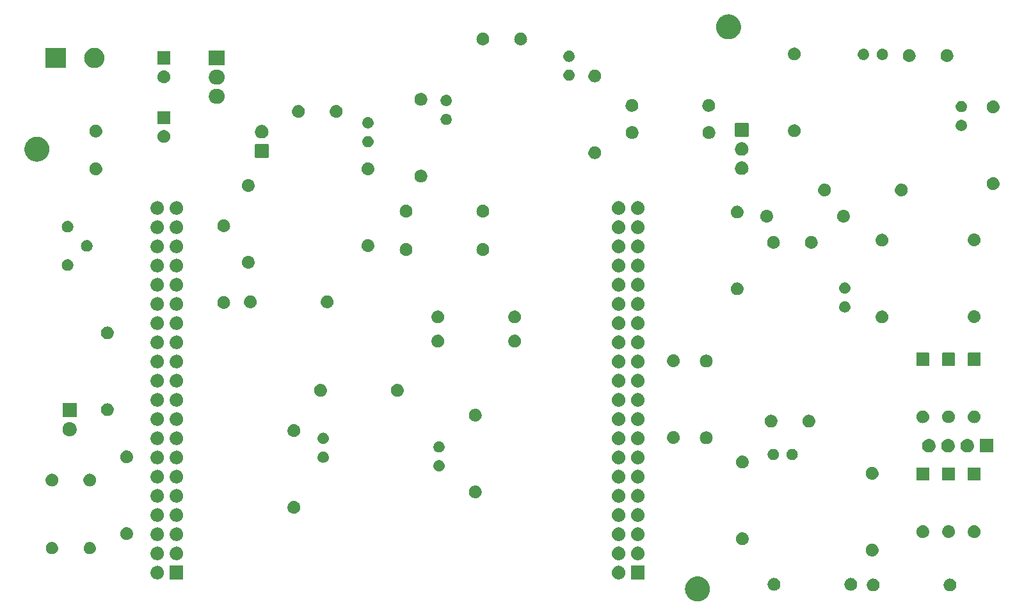
<source format=gbr>
%TF.GenerationSoftware,KiCad,Pcbnew,8.0.0*%
%TF.CreationDate,2025-03-06T18:12:43+01:00*%
%TF.ProjectId,Coincidence_board,436f696e-6369-4646-956e-63655f626f61,rev?*%
%TF.SameCoordinates,Original*%
%TF.FileFunction,Soldermask,Bot*%
%TF.FilePolarity,Negative*%
%FSLAX46Y46*%
G04 Gerber Fmt 4.6, Leading zero omitted, Abs format (unit mm)*
G04 Created by KiCad (PCBNEW 8.0.0) date 2025-03-06 18:12:43*
%MOMM*%
%LPD*%
G01*
G04 APERTURE LIST*
G04 APERTURE END LIST*
G36*
X216463062Y-143954963D02*
G01*
X216523278Y-143954963D01*
X216589075Y-143964880D01*
X216658117Y-143970314D01*
X216713767Y-143983674D01*
X216767079Y-143991710D01*
X216836747Y-144013199D01*
X216909878Y-144030757D01*
X216957160Y-144050342D01*
X217002687Y-144064385D01*
X217074160Y-144098804D01*
X217149084Y-144129839D01*
X217187544Y-144153407D01*
X217224825Y-144171361D01*
X217295734Y-144219706D01*
X217369846Y-144265122D01*
X217399522Y-144290468D01*
X217428537Y-144310250D01*
X217496287Y-144373113D01*
X217566726Y-144433274D01*
X217588116Y-144458318D01*
X217609278Y-144477954D01*
X217671151Y-144555540D01*
X217734878Y-144630154D01*
X217748891Y-144653021D01*
X217763007Y-144670722D01*
X217816239Y-144762924D01*
X217870161Y-144850916D01*
X217878082Y-144870039D01*
X217886282Y-144884242D01*
X217928106Y-144990809D01*
X217969243Y-145090122D01*
X217972644Y-145104291D01*
X217976359Y-145113755D01*
X218004174Y-145235622D01*
X218029686Y-145341883D01*
X218030347Y-145350291D01*
X218031225Y-145354135D01*
X218042663Y-145506780D01*
X218050000Y-145600000D01*
X218042662Y-145693226D01*
X218031225Y-145845864D01*
X218030347Y-145849706D01*
X218029686Y-145858117D01*
X218004170Y-145964396D01*
X217976359Y-146086244D01*
X217972645Y-146095706D01*
X217969243Y-146109878D01*
X217928098Y-146209208D01*
X217886282Y-146315757D01*
X217878083Y-146329957D01*
X217870161Y-146349084D01*
X217816229Y-146437092D01*
X217763007Y-146529277D01*
X217748893Y-146546973D01*
X217734878Y-146569846D01*
X217671139Y-146644473D01*
X217609278Y-146722045D01*
X217588120Y-146741676D01*
X217566726Y-146766726D01*
X217496274Y-146826897D01*
X217428537Y-146889749D01*
X217399528Y-146909527D01*
X217369846Y-146934878D01*
X217295720Y-146980302D01*
X217224825Y-147028638D01*
X217187552Y-147046587D01*
X217149084Y-147070161D01*
X217074145Y-147101201D01*
X217002687Y-147135614D01*
X216957170Y-147149653D01*
X216909878Y-147169243D01*
X216836733Y-147186803D01*
X216767079Y-147208289D01*
X216713776Y-147216323D01*
X216658117Y-147229686D01*
X216589072Y-147235119D01*
X216523278Y-147245037D01*
X216463062Y-147245037D01*
X216400000Y-147250000D01*
X216336938Y-147245037D01*
X216276722Y-147245037D01*
X216210927Y-147235119D01*
X216141883Y-147229686D01*
X216086225Y-147216323D01*
X216032920Y-147208289D01*
X215963262Y-147186802D01*
X215890122Y-147169243D01*
X215842832Y-147149655D01*
X215797312Y-147135614D01*
X215725849Y-147101199D01*
X215650916Y-147070161D01*
X215612448Y-147046587D01*
X215575175Y-147028638D01*
X215504276Y-146980300D01*
X215430154Y-146934878D01*
X215400475Y-146909529D01*
X215371462Y-146889749D01*
X215303713Y-146826886D01*
X215233274Y-146766726D01*
X215211883Y-146741681D01*
X215190721Y-146722045D01*
X215128845Y-146644455D01*
X215065122Y-146569846D01*
X215051109Y-146546979D01*
X215036992Y-146529277D01*
X214983753Y-146437063D01*
X214929839Y-146349084D01*
X214921919Y-146329963D01*
X214913717Y-146315757D01*
X214871881Y-146209162D01*
X214830757Y-146109878D01*
X214827356Y-146095712D01*
X214823640Y-146086244D01*
X214795809Y-145964312D01*
X214770314Y-145858117D01*
X214769652Y-145849713D01*
X214768774Y-145845864D01*
X214757316Y-145692961D01*
X214750000Y-145600000D01*
X214757315Y-145507046D01*
X214768774Y-145354135D01*
X214769652Y-145350284D01*
X214770314Y-145341883D01*
X214795804Y-145235706D01*
X214823640Y-145113755D01*
X214827356Y-145104284D01*
X214830757Y-145090122D01*
X214871874Y-144990855D01*
X214913717Y-144884242D01*
X214921920Y-144870033D01*
X214929839Y-144850916D01*
X214983743Y-144762952D01*
X215036992Y-144670722D01*
X215051111Y-144653016D01*
X215065122Y-144630154D01*
X215128832Y-144555558D01*
X215190721Y-144477954D01*
X215211887Y-144458314D01*
X215233274Y-144433274D01*
X215303699Y-144373124D01*
X215371462Y-144310250D01*
X215400481Y-144290465D01*
X215430154Y-144265122D01*
X215504262Y-144219708D01*
X215575175Y-144171361D01*
X215612455Y-144153407D01*
X215650916Y-144129839D01*
X215725835Y-144098806D01*
X215797312Y-144064385D01*
X215842842Y-144050340D01*
X215890122Y-144030757D01*
X215963247Y-144013200D01*
X216032920Y-143991710D01*
X216086234Y-143983674D01*
X216141883Y-143970314D01*
X216210923Y-143964880D01*
X216276722Y-143954963D01*
X216336938Y-143954963D01*
X216400000Y-143950000D01*
X216463062Y-143954963D01*
G37*
G36*
X239681140Y-144234656D02*
G01*
X239728849Y-144234656D01*
X239770045Y-144243412D01*
X239805706Y-144246925D01*
X239850513Y-144260516D01*
X239902664Y-144271602D01*
X239936030Y-144286457D01*
X239965052Y-144295261D01*
X240011167Y-144319910D01*
X240065000Y-144343878D01*
X240090031Y-144362064D01*
X240111897Y-144373752D01*
X240156497Y-144410355D01*
X240208761Y-144448327D01*
X240225731Y-144467174D01*
X240240612Y-144479387D01*
X240280608Y-144528122D01*
X240327664Y-144580383D01*
X240337547Y-144597502D01*
X240346247Y-144608102D01*
X240378427Y-144668307D01*
X240416514Y-144734274D01*
X240420894Y-144747757D01*
X240424738Y-144754947D01*
X240445926Y-144824796D01*
X240471425Y-144903275D01*
X240472322Y-144911816D01*
X240473074Y-144914293D01*
X240480385Y-144988522D01*
X240490000Y-145080000D01*
X240480384Y-145171485D01*
X240473074Y-145245706D01*
X240472322Y-145248182D01*
X240471425Y-145256725D01*
X240445921Y-145335217D01*
X240424738Y-145405052D01*
X240420895Y-145412240D01*
X240416514Y-145425726D01*
X240378420Y-145491704D01*
X240346247Y-145551897D01*
X240337549Y-145562494D01*
X240327664Y-145579617D01*
X240280599Y-145631888D01*
X240240612Y-145680612D01*
X240225734Y-145692821D01*
X240208761Y-145711673D01*
X240156486Y-145749652D01*
X240111897Y-145786247D01*
X240090036Y-145797931D01*
X240065000Y-145816122D01*
X240011155Y-145840094D01*
X239965052Y-145864738D01*
X239936037Y-145873539D01*
X239902664Y-145888398D01*
X239850502Y-145899485D01*
X239805706Y-145913074D01*
X239770053Y-145916585D01*
X239728849Y-145925344D01*
X239681130Y-145925344D01*
X239640000Y-145929395D01*
X239598870Y-145925344D01*
X239551151Y-145925344D01*
X239509946Y-145916585D01*
X239474293Y-145913074D01*
X239429493Y-145899484D01*
X239377336Y-145888398D01*
X239343964Y-145873540D01*
X239314947Y-145864738D01*
X239268838Y-145840092D01*
X239215000Y-145816122D01*
X239189966Y-145797933D01*
X239168102Y-145786247D01*
X239123504Y-145749646D01*
X239071239Y-145711673D01*
X239054267Y-145692824D01*
X239039387Y-145680612D01*
X238999389Y-145631875D01*
X238952336Y-145579617D01*
X238942452Y-145562498D01*
X238933752Y-145551897D01*
X238901565Y-145491681D01*
X238863486Y-145425726D01*
X238859105Y-145412245D01*
X238855261Y-145405052D01*
X238834063Y-145335171D01*
X238808575Y-145256725D01*
X238807677Y-145248187D01*
X238806925Y-145245706D01*
X238799599Y-145171334D01*
X238790000Y-145080000D01*
X238799598Y-144988674D01*
X238806925Y-144914293D01*
X238807677Y-144911811D01*
X238808575Y-144903275D01*
X238834058Y-144824842D01*
X238855261Y-144754947D01*
X238859106Y-144747752D01*
X238863486Y-144734274D01*
X238901558Y-144668330D01*
X238933752Y-144608102D01*
X238942454Y-144597498D01*
X238952336Y-144580383D01*
X238999380Y-144528134D01*
X239039387Y-144479387D01*
X239054271Y-144467171D01*
X239071239Y-144448327D01*
X239123493Y-144410361D01*
X239168102Y-144373752D01*
X239189971Y-144362062D01*
X239215000Y-144343878D01*
X239268826Y-144319912D01*
X239314947Y-144295261D01*
X239343971Y-144286456D01*
X239377336Y-144271602D01*
X239429482Y-144260517D01*
X239474293Y-144246925D01*
X239509955Y-144243412D01*
X239551151Y-144234656D01*
X239598860Y-144234656D01*
X239640000Y-144230604D01*
X239681140Y-144234656D01*
G37*
G36*
X249841140Y-144234656D02*
G01*
X249888849Y-144234656D01*
X249930045Y-144243412D01*
X249965706Y-144246925D01*
X250010513Y-144260516D01*
X250062664Y-144271602D01*
X250096030Y-144286457D01*
X250125052Y-144295261D01*
X250171167Y-144319910D01*
X250225000Y-144343878D01*
X250250031Y-144362064D01*
X250271897Y-144373752D01*
X250316497Y-144410355D01*
X250368761Y-144448327D01*
X250385731Y-144467174D01*
X250400612Y-144479387D01*
X250440608Y-144528122D01*
X250487664Y-144580383D01*
X250497547Y-144597502D01*
X250506247Y-144608102D01*
X250538427Y-144668307D01*
X250576514Y-144734274D01*
X250580894Y-144747757D01*
X250584738Y-144754947D01*
X250605926Y-144824796D01*
X250631425Y-144903275D01*
X250632322Y-144911816D01*
X250633074Y-144914293D01*
X250640385Y-144988522D01*
X250650000Y-145080000D01*
X250640384Y-145171485D01*
X250633074Y-145245706D01*
X250632322Y-145248182D01*
X250631425Y-145256725D01*
X250605921Y-145335217D01*
X250584738Y-145405052D01*
X250580895Y-145412240D01*
X250576514Y-145425726D01*
X250538420Y-145491704D01*
X250506247Y-145551897D01*
X250497549Y-145562494D01*
X250487664Y-145579617D01*
X250440599Y-145631888D01*
X250400612Y-145680612D01*
X250385734Y-145692821D01*
X250368761Y-145711673D01*
X250316486Y-145749652D01*
X250271897Y-145786247D01*
X250250036Y-145797931D01*
X250225000Y-145816122D01*
X250171155Y-145840094D01*
X250125052Y-145864738D01*
X250096037Y-145873539D01*
X250062664Y-145888398D01*
X250010502Y-145899485D01*
X249965706Y-145913074D01*
X249930053Y-145916585D01*
X249888849Y-145925344D01*
X249841130Y-145925344D01*
X249800000Y-145929395D01*
X249758870Y-145925344D01*
X249711151Y-145925344D01*
X249669946Y-145916585D01*
X249634293Y-145913074D01*
X249589493Y-145899484D01*
X249537336Y-145888398D01*
X249503964Y-145873540D01*
X249474947Y-145864738D01*
X249428838Y-145840092D01*
X249375000Y-145816122D01*
X249349966Y-145797933D01*
X249328102Y-145786247D01*
X249283504Y-145749646D01*
X249231239Y-145711673D01*
X249214267Y-145692824D01*
X249199387Y-145680612D01*
X249159389Y-145631875D01*
X249112336Y-145579617D01*
X249102452Y-145562498D01*
X249093752Y-145551897D01*
X249061565Y-145491681D01*
X249023486Y-145425726D01*
X249019105Y-145412245D01*
X249015261Y-145405052D01*
X248994063Y-145335171D01*
X248968575Y-145256725D01*
X248967677Y-145248187D01*
X248966925Y-145245706D01*
X248959599Y-145171334D01*
X248950000Y-145080000D01*
X248959598Y-144988674D01*
X248966925Y-144914293D01*
X248967677Y-144911811D01*
X248968575Y-144903275D01*
X248994058Y-144824842D01*
X249015261Y-144754947D01*
X249019106Y-144747752D01*
X249023486Y-144734274D01*
X249061558Y-144668330D01*
X249093752Y-144608102D01*
X249102454Y-144597498D01*
X249112336Y-144580383D01*
X249159380Y-144528134D01*
X249199387Y-144479387D01*
X249214271Y-144467171D01*
X249231239Y-144448327D01*
X249283493Y-144410361D01*
X249328102Y-144373752D01*
X249349971Y-144362062D01*
X249375000Y-144343878D01*
X249428826Y-144319912D01*
X249474947Y-144295261D01*
X249503971Y-144286456D01*
X249537336Y-144271602D01*
X249589482Y-144260517D01*
X249634293Y-144246925D01*
X249669955Y-144243412D01*
X249711151Y-144234656D01*
X249758860Y-144234656D01*
X249800000Y-144230604D01*
X249841140Y-144234656D01*
G37*
G36*
X226561140Y-144154656D02*
G01*
X226608849Y-144154656D01*
X226650045Y-144163412D01*
X226685706Y-144166925D01*
X226730513Y-144180516D01*
X226782664Y-144191602D01*
X226816030Y-144206457D01*
X226845052Y-144215261D01*
X226891167Y-144239910D01*
X226945000Y-144263878D01*
X226970031Y-144282064D01*
X226991897Y-144293752D01*
X227036497Y-144330355D01*
X227088761Y-144368327D01*
X227105731Y-144387174D01*
X227120612Y-144399387D01*
X227160608Y-144448122D01*
X227207664Y-144500383D01*
X227217547Y-144517502D01*
X227226247Y-144528102D01*
X227258427Y-144588307D01*
X227296514Y-144654274D01*
X227300894Y-144667757D01*
X227304738Y-144674947D01*
X227325926Y-144744796D01*
X227351425Y-144823275D01*
X227352322Y-144831816D01*
X227353074Y-144834293D01*
X227360385Y-144908522D01*
X227370000Y-145000000D01*
X227360384Y-145091485D01*
X227353074Y-145165706D01*
X227352322Y-145168182D01*
X227351425Y-145176725D01*
X227325921Y-145255217D01*
X227304738Y-145325052D01*
X227300895Y-145332240D01*
X227296514Y-145345726D01*
X227258420Y-145411704D01*
X227226247Y-145471897D01*
X227217549Y-145482494D01*
X227207664Y-145499617D01*
X227160599Y-145551888D01*
X227120612Y-145600612D01*
X227105734Y-145612821D01*
X227088761Y-145631673D01*
X227036486Y-145669652D01*
X226991897Y-145706247D01*
X226970036Y-145717931D01*
X226945000Y-145736122D01*
X226891155Y-145760094D01*
X226845052Y-145784738D01*
X226816037Y-145793539D01*
X226782664Y-145808398D01*
X226730502Y-145819485D01*
X226685706Y-145833074D01*
X226650053Y-145836585D01*
X226608849Y-145845344D01*
X226561130Y-145845344D01*
X226520000Y-145849395D01*
X226478870Y-145845344D01*
X226431151Y-145845344D01*
X226389946Y-145836585D01*
X226354293Y-145833074D01*
X226309493Y-145819484D01*
X226257336Y-145808398D01*
X226223964Y-145793540D01*
X226194947Y-145784738D01*
X226148838Y-145760092D01*
X226095000Y-145736122D01*
X226069966Y-145717933D01*
X226048102Y-145706247D01*
X226003504Y-145669646D01*
X225951239Y-145631673D01*
X225934267Y-145612824D01*
X225919387Y-145600612D01*
X225879389Y-145551875D01*
X225832336Y-145499617D01*
X225822452Y-145482498D01*
X225813752Y-145471897D01*
X225781565Y-145411681D01*
X225743486Y-145345726D01*
X225739105Y-145332245D01*
X225735261Y-145325052D01*
X225714063Y-145255171D01*
X225688575Y-145176725D01*
X225687677Y-145168187D01*
X225686925Y-145165706D01*
X225679599Y-145091334D01*
X225670000Y-145000000D01*
X225679598Y-144908674D01*
X225686925Y-144834293D01*
X225687677Y-144831811D01*
X225688575Y-144823275D01*
X225714058Y-144744842D01*
X225735261Y-144674947D01*
X225739106Y-144667752D01*
X225743486Y-144654274D01*
X225781558Y-144588330D01*
X225813752Y-144528102D01*
X225822454Y-144517498D01*
X225832336Y-144500383D01*
X225879380Y-144448134D01*
X225919387Y-144399387D01*
X225934271Y-144387171D01*
X225951239Y-144368327D01*
X226003493Y-144330361D01*
X226048102Y-144293752D01*
X226069971Y-144282062D01*
X226095000Y-144263878D01*
X226148826Y-144239912D01*
X226194947Y-144215261D01*
X226223971Y-144206456D01*
X226257336Y-144191602D01*
X226309482Y-144180517D01*
X226354293Y-144166925D01*
X226389955Y-144163412D01*
X226431151Y-144154656D01*
X226478860Y-144154656D01*
X226520000Y-144150604D01*
X226561140Y-144154656D01*
G37*
G36*
X236721140Y-144154656D02*
G01*
X236768849Y-144154656D01*
X236810045Y-144163412D01*
X236845706Y-144166925D01*
X236890513Y-144180516D01*
X236942664Y-144191602D01*
X236976030Y-144206457D01*
X237005052Y-144215261D01*
X237051167Y-144239910D01*
X237105000Y-144263878D01*
X237130031Y-144282064D01*
X237151897Y-144293752D01*
X237196497Y-144330355D01*
X237248761Y-144368327D01*
X237265731Y-144387174D01*
X237280612Y-144399387D01*
X237320608Y-144448122D01*
X237367664Y-144500383D01*
X237377547Y-144517502D01*
X237386247Y-144528102D01*
X237418427Y-144588307D01*
X237456514Y-144654274D01*
X237460894Y-144667757D01*
X237464738Y-144674947D01*
X237485926Y-144744796D01*
X237511425Y-144823275D01*
X237512322Y-144831816D01*
X237513074Y-144834293D01*
X237520385Y-144908522D01*
X237530000Y-145000000D01*
X237520384Y-145091485D01*
X237513074Y-145165706D01*
X237512322Y-145168182D01*
X237511425Y-145176725D01*
X237485921Y-145255217D01*
X237464738Y-145325052D01*
X237460895Y-145332240D01*
X237456514Y-145345726D01*
X237418420Y-145411704D01*
X237386247Y-145471897D01*
X237377549Y-145482494D01*
X237367664Y-145499617D01*
X237320599Y-145551888D01*
X237280612Y-145600612D01*
X237265734Y-145612821D01*
X237248761Y-145631673D01*
X237196486Y-145669652D01*
X237151897Y-145706247D01*
X237130036Y-145717931D01*
X237105000Y-145736122D01*
X237051155Y-145760094D01*
X237005052Y-145784738D01*
X236976037Y-145793539D01*
X236942664Y-145808398D01*
X236890502Y-145819485D01*
X236845706Y-145833074D01*
X236810053Y-145836585D01*
X236768849Y-145845344D01*
X236721130Y-145845344D01*
X236680000Y-145849395D01*
X236638870Y-145845344D01*
X236591151Y-145845344D01*
X236549946Y-145836585D01*
X236514293Y-145833074D01*
X236469493Y-145819484D01*
X236417336Y-145808398D01*
X236383964Y-145793540D01*
X236354947Y-145784738D01*
X236308838Y-145760092D01*
X236255000Y-145736122D01*
X236229966Y-145717933D01*
X236208102Y-145706247D01*
X236163504Y-145669646D01*
X236111239Y-145631673D01*
X236094267Y-145612824D01*
X236079387Y-145600612D01*
X236039389Y-145551875D01*
X235992336Y-145499617D01*
X235982452Y-145482498D01*
X235973752Y-145471897D01*
X235941565Y-145411681D01*
X235903486Y-145345726D01*
X235899105Y-145332245D01*
X235895261Y-145325052D01*
X235874063Y-145255171D01*
X235848575Y-145176725D01*
X235847677Y-145168187D01*
X235846925Y-145165706D01*
X235839599Y-145091334D01*
X235830000Y-145000000D01*
X235839598Y-144908674D01*
X235846925Y-144834293D01*
X235847677Y-144831811D01*
X235848575Y-144823275D01*
X235874058Y-144744842D01*
X235895261Y-144674947D01*
X235899106Y-144667752D01*
X235903486Y-144654274D01*
X235941558Y-144588330D01*
X235973752Y-144528102D01*
X235982454Y-144517498D01*
X235992336Y-144500383D01*
X236039380Y-144448134D01*
X236079387Y-144399387D01*
X236094271Y-144387171D01*
X236111239Y-144368327D01*
X236163493Y-144330361D01*
X236208102Y-144293752D01*
X236229971Y-144282062D01*
X236255000Y-144263878D01*
X236308826Y-144239912D01*
X236354947Y-144215261D01*
X236383971Y-144206456D01*
X236417336Y-144191602D01*
X236469482Y-144180517D01*
X236514293Y-144166925D01*
X236549955Y-144163412D01*
X236591151Y-144154656D01*
X236638860Y-144154656D01*
X236680000Y-144150604D01*
X236721140Y-144154656D01*
G37*
G36*
X148329135Y-142543806D02*
G01*
X148345356Y-142554645D01*
X148356195Y-142570866D01*
X148360001Y-142590000D01*
X148360001Y-144290000D01*
X148356195Y-144309134D01*
X148345356Y-144325355D01*
X148329135Y-144336194D01*
X148310001Y-144340000D01*
X146610001Y-144340000D01*
X146590867Y-144336194D01*
X146574646Y-144325355D01*
X146563807Y-144309134D01*
X146560001Y-144290000D01*
X146560001Y-142590000D01*
X146563807Y-142570866D01*
X146574646Y-142554645D01*
X146590867Y-142543806D01*
X146610001Y-142540000D01*
X148310001Y-142540000D01*
X148329135Y-142543806D01*
G37*
G36*
X209369134Y-142543806D02*
G01*
X209385355Y-142554645D01*
X209396194Y-142570866D01*
X209400000Y-142590000D01*
X209400000Y-144290000D01*
X209396194Y-144309134D01*
X209385355Y-144325355D01*
X209369134Y-144336194D01*
X209350000Y-144340000D01*
X207650000Y-144340000D01*
X207630866Y-144336194D01*
X207614645Y-144325355D01*
X207603806Y-144309134D01*
X207600000Y-144290000D01*
X207600000Y-142590000D01*
X207603806Y-142570866D01*
X207614645Y-142554645D01*
X207630866Y-142543806D01*
X207650000Y-142540000D01*
X209350000Y-142540000D01*
X209369134Y-142543806D01*
G37*
G36*
X144963922Y-142544930D02*
G01*
X145014077Y-142544930D01*
X145057386Y-142554135D01*
X145095461Y-142557886D01*
X145143297Y-142572396D01*
X145198116Y-142584049D01*
X145233192Y-142599665D01*
X145264187Y-142609068D01*
X145313443Y-142635396D01*
X145370001Y-142660577D01*
X145396295Y-142679680D01*
X145419674Y-142692177D01*
X145467368Y-142731318D01*
X145522219Y-142771170D01*
X145540026Y-142790947D01*
X145555969Y-142804031D01*
X145598809Y-142856232D01*
X145648116Y-142910993D01*
X145658475Y-142928935D01*
X145667823Y-142940326D01*
X145702399Y-143005015D01*
X145742192Y-143073937D01*
X145746769Y-143088026D01*
X145750932Y-143095813D01*
X145773876Y-143171450D01*
X145800334Y-143252879D01*
X145801265Y-143261741D01*
X145802114Y-143264539D01*
X145810378Y-143348448D01*
X145820001Y-143440000D01*
X145810377Y-143531559D01*
X145802114Y-143615460D01*
X145801265Y-143618256D01*
X145800334Y-143627121D01*
X145773871Y-143708563D01*
X145750932Y-143784186D01*
X145746770Y-143791971D01*
X145742192Y-143806063D01*
X145702392Y-143874997D01*
X145667823Y-143939673D01*
X145658477Y-143951060D01*
X145648116Y-143969007D01*
X145598800Y-144023777D01*
X145555969Y-144075968D01*
X145540030Y-144089048D01*
X145522219Y-144108830D01*
X145467357Y-144148688D01*
X145419674Y-144187822D01*
X145396300Y-144200315D01*
X145370001Y-144219423D01*
X145313432Y-144244608D01*
X145264187Y-144270931D01*
X145233199Y-144280330D01*
X145198116Y-144295951D01*
X145143286Y-144307605D01*
X145095461Y-144322113D01*
X145057395Y-144325862D01*
X145014077Y-144335070D01*
X144963912Y-144335070D01*
X144920001Y-144339395D01*
X144876090Y-144335070D01*
X144825925Y-144335070D01*
X144782606Y-144325862D01*
X144744540Y-144322113D01*
X144696712Y-144307604D01*
X144641886Y-144295951D01*
X144606804Y-144280331D01*
X144575814Y-144270931D01*
X144526563Y-144244606D01*
X144470001Y-144219423D01*
X144443704Y-144200317D01*
X144420327Y-144187822D01*
X144372635Y-144148682D01*
X144317783Y-144108830D01*
X144299974Y-144089051D01*
X144284032Y-144075968D01*
X144241190Y-144023765D01*
X144191886Y-143969007D01*
X144181527Y-143951065D01*
X144172178Y-143939673D01*
X144137595Y-143874974D01*
X144097810Y-143806063D01*
X144093232Y-143791976D01*
X144089069Y-143784186D01*
X144066115Y-143708517D01*
X144039668Y-143627121D01*
X144038736Y-143618261D01*
X144037887Y-143615460D01*
X144029608Y-143531408D01*
X144020001Y-143440000D01*
X144029607Y-143348599D01*
X144037887Y-143264539D01*
X144038737Y-143261736D01*
X144039668Y-143252879D01*
X144066110Y-143171496D01*
X144089069Y-143095813D01*
X144093233Y-143088021D01*
X144097810Y-143073937D01*
X144137588Y-143005038D01*
X144172178Y-142940326D01*
X144181529Y-142928931D01*
X144191886Y-142910993D01*
X144241181Y-142856245D01*
X144284032Y-142804031D01*
X144299977Y-142790944D01*
X144317783Y-142771170D01*
X144372624Y-142731325D01*
X144420327Y-142692177D01*
X144443709Y-142679678D01*
X144470001Y-142660577D01*
X144526552Y-142635398D01*
X144575814Y-142609068D01*
X144606811Y-142599664D01*
X144641886Y-142584049D01*
X144696701Y-142572397D01*
X144744540Y-142557886D01*
X144782615Y-142554135D01*
X144825925Y-142544930D01*
X144876080Y-142544930D01*
X144920001Y-142540604D01*
X144963922Y-142544930D01*
G37*
G36*
X206003921Y-142544930D02*
G01*
X206054076Y-142544930D01*
X206097385Y-142554135D01*
X206135460Y-142557886D01*
X206183296Y-142572396D01*
X206238115Y-142584049D01*
X206273191Y-142599665D01*
X206304186Y-142609068D01*
X206353442Y-142635396D01*
X206410000Y-142660577D01*
X206436294Y-142679680D01*
X206459673Y-142692177D01*
X206507367Y-142731318D01*
X206562218Y-142771170D01*
X206580025Y-142790947D01*
X206595968Y-142804031D01*
X206638808Y-142856232D01*
X206688115Y-142910993D01*
X206698474Y-142928935D01*
X206707822Y-142940326D01*
X206742398Y-143005015D01*
X206782191Y-143073937D01*
X206786768Y-143088026D01*
X206790931Y-143095813D01*
X206813875Y-143171450D01*
X206840333Y-143252879D01*
X206841264Y-143261741D01*
X206842113Y-143264539D01*
X206850377Y-143348448D01*
X206860000Y-143440000D01*
X206850376Y-143531559D01*
X206842113Y-143615460D01*
X206841264Y-143618256D01*
X206840333Y-143627121D01*
X206813870Y-143708563D01*
X206790931Y-143784186D01*
X206786769Y-143791971D01*
X206782191Y-143806063D01*
X206742391Y-143874997D01*
X206707822Y-143939673D01*
X206698476Y-143951060D01*
X206688115Y-143969007D01*
X206638799Y-144023777D01*
X206595968Y-144075968D01*
X206580029Y-144089048D01*
X206562218Y-144108830D01*
X206507356Y-144148688D01*
X206459673Y-144187822D01*
X206436299Y-144200315D01*
X206410000Y-144219423D01*
X206353431Y-144244608D01*
X206304186Y-144270931D01*
X206273198Y-144280330D01*
X206238115Y-144295951D01*
X206183285Y-144307605D01*
X206135460Y-144322113D01*
X206097394Y-144325862D01*
X206054076Y-144335070D01*
X206003911Y-144335070D01*
X205960000Y-144339395D01*
X205916089Y-144335070D01*
X205865924Y-144335070D01*
X205822605Y-144325862D01*
X205784539Y-144322113D01*
X205736711Y-144307604D01*
X205681885Y-144295951D01*
X205646803Y-144280331D01*
X205615813Y-144270931D01*
X205566562Y-144244606D01*
X205510000Y-144219423D01*
X205483703Y-144200317D01*
X205460326Y-144187822D01*
X205412634Y-144148682D01*
X205357782Y-144108830D01*
X205339973Y-144089051D01*
X205324031Y-144075968D01*
X205281189Y-144023765D01*
X205231885Y-143969007D01*
X205221526Y-143951065D01*
X205212177Y-143939673D01*
X205177594Y-143874974D01*
X205137809Y-143806063D01*
X205133231Y-143791976D01*
X205129068Y-143784186D01*
X205106114Y-143708517D01*
X205079667Y-143627121D01*
X205078735Y-143618261D01*
X205077886Y-143615460D01*
X205069607Y-143531408D01*
X205060000Y-143440000D01*
X205069606Y-143348599D01*
X205077886Y-143264539D01*
X205078736Y-143261736D01*
X205079667Y-143252879D01*
X205106109Y-143171496D01*
X205129068Y-143095813D01*
X205133232Y-143088021D01*
X205137809Y-143073937D01*
X205177587Y-143005038D01*
X205212177Y-142940326D01*
X205221528Y-142928931D01*
X205231885Y-142910993D01*
X205281180Y-142856245D01*
X205324031Y-142804031D01*
X205339976Y-142790944D01*
X205357782Y-142771170D01*
X205412623Y-142731325D01*
X205460326Y-142692177D01*
X205483708Y-142679678D01*
X205510000Y-142660577D01*
X205566551Y-142635398D01*
X205615813Y-142609068D01*
X205646810Y-142599664D01*
X205681885Y-142584049D01*
X205736700Y-142572397D01*
X205784539Y-142557886D01*
X205822614Y-142554135D01*
X205865924Y-142544930D01*
X205916079Y-142544930D01*
X205960000Y-142540604D01*
X206003921Y-142544930D01*
G37*
G36*
X144963922Y-140004930D02*
G01*
X145014077Y-140004930D01*
X145057386Y-140014135D01*
X145095461Y-140017886D01*
X145143297Y-140032396D01*
X145198116Y-140044049D01*
X145233192Y-140059665D01*
X145264187Y-140069068D01*
X145313443Y-140095396D01*
X145370001Y-140120577D01*
X145396295Y-140139680D01*
X145419674Y-140152177D01*
X145467368Y-140191318D01*
X145522219Y-140231170D01*
X145540026Y-140250947D01*
X145555969Y-140264031D01*
X145598809Y-140316232D01*
X145648116Y-140370993D01*
X145658475Y-140388935D01*
X145667823Y-140400326D01*
X145702399Y-140465015D01*
X145742192Y-140533937D01*
X145746769Y-140548026D01*
X145750932Y-140555813D01*
X145773876Y-140631450D01*
X145800334Y-140712879D01*
X145801265Y-140721741D01*
X145802114Y-140724539D01*
X145810378Y-140808448D01*
X145820001Y-140900000D01*
X145810377Y-140991559D01*
X145802114Y-141075460D01*
X145801265Y-141078256D01*
X145800334Y-141087121D01*
X145773871Y-141168563D01*
X145750932Y-141244186D01*
X145746770Y-141251971D01*
X145742192Y-141266063D01*
X145702392Y-141334997D01*
X145667823Y-141399673D01*
X145658477Y-141411060D01*
X145648116Y-141429007D01*
X145598800Y-141483777D01*
X145555969Y-141535968D01*
X145540030Y-141549048D01*
X145522219Y-141568830D01*
X145467357Y-141608688D01*
X145419674Y-141647822D01*
X145396300Y-141660315D01*
X145370001Y-141679423D01*
X145313432Y-141704608D01*
X145264187Y-141730931D01*
X145233199Y-141740330D01*
X145198116Y-141755951D01*
X145143286Y-141767605D01*
X145095461Y-141782113D01*
X145057395Y-141785862D01*
X145014077Y-141795070D01*
X144963912Y-141795070D01*
X144920001Y-141799395D01*
X144876090Y-141795070D01*
X144825925Y-141795070D01*
X144782606Y-141785862D01*
X144744540Y-141782113D01*
X144696712Y-141767604D01*
X144641886Y-141755951D01*
X144606804Y-141740331D01*
X144575814Y-141730931D01*
X144526563Y-141704606D01*
X144470001Y-141679423D01*
X144443704Y-141660317D01*
X144420327Y-141647822D01*
X144372635Y-141608682D01*
X144317783Y-141568830D01*
X144299974Y-141549051D01*
X144284032Y-141535968D01*
X144241190Y-141483765D01*
X144191886Y-141429007D01*
X144181527Y-141411065D01*
X144172178Y-141399673D01*
X144137595Y-141334974D01*
X144097810Y-141266063D01*
X144093232Y-141251976D01*
X144089069Y-141244186D01*
X144066115Y-141168517D01*
X144039668Y-141087121D01*
X144038736Y-141078261D01*
X144037887Y-141075460D01*
X144029608Y-140991408D01*
X144020001Y-140900000D01*
X144029607Y-140808599D01*
X144037887Y-140724539D01*
X144038737Y-140721736D01*
X144039668Y-140712879D01*
X144066110Y-140631496D01*
X144089069Y-140555813D01*
X144093233Y-140548021D01*
X144097810Y-140533937D01*
X144137588Y-140465038D01*
X144172178Y-140400326D01*
X144181529Y-140388931D01*
X144191886Y-140370993D01*
X144241181Y-140316245D01*
X144284032Y-140264031D01*
X144299977Y-140250944D01*
X144317783Y-140231170D01*
X144372624Y-140191325D01*
X144420327Y-140152177D01*
X144443709Y-140139678D01*
X144470001Y-140120577D01*
X144526552Y-140095398D01*
X144575814Y-140069068D01*
X144606811Y-140059664D01*
X144641886Y-140044049D01*
X144696701Y-140032397D01*
X144744540Y-140017886D01*
X144782615Y-140014135D01*
X144825925Y-140004930D01*
X144876080Y-140004930D01*
X144920001Y-140000604D01*
X144963922Y-140004930D01*
G37*
G36*
X147503922Y-140004930D02*
G01*
X147554077Y-140004930D01*
X147597386Y-140014135D01*
X147635461Y-140017886D01*
X147683297Y-140032396D01*
X147738116Y-140044049D01*
X147773192Y-140059665D01*
X147804187Y-140069068D01*
X147853443Y-140095396D01*
X147910001Y-140120577D01*
X147936295Y-140139680D01*
X147959674Y-140152177D01*
X148007368Y-140191318D01*
X148062219Y-140231170D01*
X148080026Y-140250947D01*
X148095969Y-140264031D01*
X148138809Y-140316232D01*
X148188116Y-140370993D01*
X148198475Y-140388935D01*
X148207823Y-140400326D01*
X148242399Y-140465015D01*
X148282192Y-140533937D01*
X148286769Y-140548026D01*
X148290932Y-140555813D01*
X148313876Y-140631450D01*
X148340334Y-140712879D01*
X148341265Y-140721741D01*
X148342114Y-140724539D01*
X148350378Y-140808448D01*
X148360001Y-140900000D01*
X148350377Y-140991559D01*
X148342114Y-141075460D01*
X148341265Y-141078256D01*
X148340334Y-141087121D01*
X148313871Y-141168563D01*
X148290932Y-141244186D01*
X148286770Y-141251971D01*
X148282192Y-141266063D01*
X148242392Y-141334997D01*
X148207823Y-141399673D01*
X148198477Y-141411060D01*
X148188116Y-141429007D01*
X148138800Y-141483777D01*
X148095969Y-141535968D01*
X148080030Y-141549048D01*
X148062219Y-141568830D01*
X148007357Y-141608688D01*
X147959674Y-141647822D01*
X147936300Y-141660315D01*
X147910001Y-141679423D01*
X147853432Y-141704608D01*
X147804187Y-141730931D01*
X147773199Y-141740330D01*
X147738116Y-141755951D01*
X147683286Y-141767605D01*
X147635461Y-141782113D01*
X147597395Y-141785862D01*
X147554077Y-141795070D01*
X147503912Y-141795070D01*
X147460001Y-141799395D01*
X147416090Y-141795070D01*
X147365925Y-141795070D01*
X147322606Y-141785862D01*
X147284540Y-141782113D01*
X147236712Y-141767604D01*
X147181886Y-141755951D01*
X147146804Y-141740331D01*
X147115814Y-141730931D01*
X147066563Y-141704606D01*
X147010001Y-141679423D01*
X146983704Y-141660317D01*
X146960327Y-141647822D01*
X146912635Y-141608682D01*
X146857783Y-141568830D01*
X146839974Y-141549051D01*
X146824032Y-141535968D01*
X146781190Y-141483765D01*
X146731886Y-141429007D01*
X146721527Y-141411065D01*
X146712178Y-141399673D01*
X146677595Y-141334974D01*
X146637810Y-141266063D01*
X146633232Y-141251976D01*
X146629069Y-141244186D01*
X146606115Y-141168517D01*
X146579668Y-141087121D01*
X146578736Y-141078261D01*
X146577887Y-141075460D01*
X146569608Y-140991408D01*
X146560001Y-140900000D01*
X146569607Y-140808599D01*
X146577887Y-140724539D01*
X146578737Y-140721736D01*
X146579668Y-140712879D01*
X146606110Y-140631496D01*
X146629069Y-140555813D01*
X146633233Y-140548021D01*
X146637810Y-140533937D01*
X146677588Y-140465038D01*
X146712178Y-140400326D01*
X146721529Y-140388931D01*
X146731886Y-140370993D01*
X146781181Y-140316245D01*
X146824032Y-140264031D01*
X146839977Y-140250944D01*
X146857783Y-140231170D01*
X146912624Y-140191325D01*
X146960327Y-140152177D01*
X146983709Y-140139678D01*
X147010001Y-140120577D01*
X147066552Y-140095398D01*
X147115814Y-140069068D01*
X147146811Y-140059664D01*
X147181886Y-140044049D01*
X147236701Y-140032397D01*
X147284540Y-140017886D01*
X147322615Y-140014135D01*
X147365925Y-140004930D01*
X147416080Y-140004930D01*
X147460001Y-140000604D01*
X147503922Y-140004930D01*
G37*
G36*
X206003921Y-140004930D02*
G01*
X206054076Y-140004930D01*
X206097385Y-140014135D01*
X206135460Y-140017886D01*
X206183296Y-140032396D01*
X206238115Y-140044049D01*
X206273191Y-140059665D01*
X206304186Y-140069068D01*
X206353442Y-140095396D01*
X206410000Y-140120577D01*
X206436294Y-140139680D01*
X206459673Y-140152177D01*
X206507367Y-140191318D01*
X206562218Y-140231170D01*
X206580025Y-140250947D01*
X206595968Y-140264031D01*
X206638808Y-140316232D01*
X206688115Y-140370993D01*
X206698474Y-140388935D01*
X206707822Y-140400326D01*
X206742398Y-140465015D01*
X206782191Y-140533937D01*
X206786768Y-140548026D01*
X206790931Y-140555813D01*
X206813875Y-140631450D01*
X206840333Y-140712879D01*
X206841264Y-140721741D01*
X206842113Y-140724539D01*
X206850377Y-140808448D01*
X206860000Y-140900000D01*
X206850376Y-140991559D01*
X206842113Y-141075460D01*
X206841264Y-141078256D01*
X206840333Y-141087121D01*
X206813870Y-141168563D01*
X206790931Y-141244186D01*
X206786769Y-141251971D01*
X206782191Y-141266063D01*
X206742391Y-141334997D01*
X206707822Y-141399673D01*
X206698476Y-141411060D01*
X206688115Y-141429007D01*
X206638799Y-141483777D01*
X206595968Y-141535968D01*
X206580029Y-141549048D01*
X206562218Y-141568830D01*
X206507356Y-141608688D01*
X206459673Y-141647822D01*
X206436299Y-141660315D01*
X206410000Y-141679423D01*
X206353431Y-141704608D01*
X206304186Y-141730931D01*
X206273198Y-141740330D01*
X206238115Y-141755951D01*
X206183285Y-141767605D01*
X206135460Y-141782113D01*
X206097394Y-141785862D01*
X206054076Y-141795070D01*
X206003911Y-141795070D01*
X205960000Y-141799395D01*
X205916089Y-141795070D01*
X205865924Y-141795070D01*
X205822605Y-141785862D01*
X205784539Y-141782113D01*
X205736711Y-141767604D01*
X205681885Y-141755951D01*
X205646803Y-141740331D01*
X205615813Y-141730931D01*
X205566562Y-141704606D01*
X205510000Y-141679423D01*
X205483703Y-141660317D01*
X205460326Y-141647822D01*
X205412634Y-141608682D01*
X205357782Y-141568830D01*
X205339973Y-141549051D01*
X205324031Y-141535968D01*
X205281189Y-141483765D01*
X205231885Y-141429007D01*
X205221526Y-141411065D01*
X205212177Y-141399673D01*
X205177594Y-141334974D01*
X205137809Y-141266063D01*
X205133231Y-141251976D01*
X205129068Y-141244186D01*
X205106114Y-141168517D01*
X205079667Y-141087121D01*
X205078735Y-141078261D01*
X205077886Y-141075460D01*
X205069607Y-140991408D01*
X205060000Y-140900000D01*
X205069606Y-140808599D01*
X205077886Y-140724539D01*
X205078736Y-140721736D01*
X205079667Y-140712879D01*
X205106109Y-140631496D01*
X205129068Y-140555813D01*
X205133232Y-140548021D01*
X205137809Y-140533937D01*
X205177587Y-140465038D01*
X205212177Y-140400326D01*
X205221528Y-140388931D01*
X205231885Y-140370993D01*
X205281180Y-140316245D01*
X205324031Y-140264031D01*
X205339976Y-140250944D01*
X205357782Y-140231170D01*
X205412623Y-140191325D01*
X205460326Y-140152177D01*
X205483708Y-140139678D01*
X205510000Y-140120577D01*
X205566551Y-140095398D01*
X205615813Y-140069068D01*
X205646810Y-140059664D01*
X205681885Y-140044049D01*
X205736700Y-140032397D01*
X205784539Y-140017886D01*
X205822614Y-140014135D01*
X205865924Y-140004930D01*
X205916079Y-140004930D01*
X205960000Y-140000604D01*
X206003921Y-140004930D01*
G37*
G36*
X208543921Y-140004930D02*
G01*
X208594076Y-140004930D01*
X208637385Y-140014135D01*
X208675460Y-140017886D01*
X208723296Y-140032396D01*
X208778115Y-140044049D01*
X208813191Y-140059665D01*
X208844186Y-140069068D01*
X208893442Y-140095396D01*
X208950000Y-140120577D01*
X208976294Y-140139680D01*
X208999673Y-140152177D01*
X209047367Y-140191318D01*
X209102218Y-140231170D01*
X209120025Y-140250947D01*
X209135968Y-140264031D01*
X209178808Y-140316232D01*
X209228115Y-140370993D01*
X209238474Y-140388935D01*
X209247822Y-140400326D01*
X209282398Y-140465015D01*
X209322191Y-140533937D01*
X209326768Y-140548026D01*
X209330931Y-140555813D01*
X209353875Y-140631450D01*
X209380333Y-140712879D01*
X209381264Y-140721741D01*
X209382113Y-140724539D01*
X209390377Y-140808448D01*
X209400000Y-140900000D01*
X209390376Y-140991559D01*
X209382113Y-141075460D01*
X209381264Y-141078256D01*
X209380333Y-141087121D01*
X209353870Y-141168563D01*
X209330931Y-141244186D01*
X209326769Y-141251971D01*
X209322191Y-141266063D01*
X209282391Y-141334997D01*
X209247822Y-141399673D01*
X209238476Y-141411060D01*
X209228115Y-141429007D01*
X209178799Y-141483777D01*
X209135968Y-141535968D01*
X209120029Y-141549048D01*
X209102218Y-141568830D01*
X209047356Y-141608688D01*
X208999673Y-141647822D01*
X208976299Y-141660315D01*
X208950000Y-141679423D01*
X208893431Y-141704608D01*
X208844186Y-141730931D01*
X208813198Y-141740330D01*
X208778115Y-141755951D01*
X208723285Y-141767605D01*
X208675460Y-141782113D01*
X208637394Y-141785862D01*
X208594076Y-141795070D01*
X208543911Y-141795070D01*
X208500000Y-141799395D01*
X208456089Y-141795070D01*
X208405924Y-141795070D01*
X208362605Y-141785862D01*
X208324539Y-141782113D01*
X208276711Y-141767604D01*
X208221885Y-141755951D01*
X208186803Y-141740331D01*
X208155813Y-141730931D01*
X208106562Y-141704606D01*
X208050000Y-141679423D01*
X208023703Y-141660317D01*
X208000326Y-141647822D01*
X207952634Y-141608682D01*
X207897782Y-141568830D01*
X207879973Y-141549051D01*
X207864031Y-141535968D01*
X207821189Y-141483765D01*
X207771885Y-141429007D01*
X207761526Y-141411065D01*
X207752177Y-141399673D01*
X207717594Y-141334974D01*
X207677809Y-141266063D01*
X207673231Y-141251976D01*
X207669068Y-141244186D01*
X207646114Y-141168517D01*
X207619667Y-141087121D01*
X207618735Y-141078261D01*
X207617886Y-141075460D01*
X207609607Y-140991408D01*
X207600000Y-140900000D01*
X207609606Y-140808599D01*
X207617886Y-140724539D01*
X207618736Y-140721736D01*
X207619667Y-140712879D01*
X207646109Y-140631496D01*
X207669068Y-140555813D01*
X207673232Y-140548021D01*
X207677809Y-140533937D01*
X207717587Y-140465038D01*
X207752177Y-140400326D01*
X207761528Y-140388931D01*
X207771885Y-140370993D01*
X207821180Y-140316245D01*
X207864031Y-140264031D01*
X207879976Y-140250944D01*
X207897782Y-140231170D01*
X207952623Y-140191325D01*
X208000326Y-140152177D01*
X208023708Y-140139678D01*
X208050000Y-140120577D01*
X208106551Y-140095398D01*
X208155813Y-140069068D01*
X208186810Y-140059664D01*
X208221885Y-140044049D01*
X208276700Y-140032397D01*
X208324539Y-140017886D01*
X208362614Y-140014135D01*
X208405924Y-140004930D01*
X208456079Y-140004930D01*
X208500000Y-140000604D01*
X208543921Y-140004930D01*
G37*
G36*
X239541140Y-139614656D02*
G01*
X239588849Y-139614656D01*
X239630045Y-139623412D01*
X239665706Y-139626925D01*
X239710513Y-139640516D01*
X239762664Y-139651602D01*
X239796030Y-139666457D01*
X239825052Y-139675261D01*
X239871167Y-139699910D01*
X239925000Y-139723878D01*
X239950031Y-139742064D01*
X239971897Y-139753752D01*
X240016497Y-139790355D01*
X240068761Y-139828327D01*
X240085731Y-139847174D01*
X240100612Y-139859387D01*
X240140608Y-139908122D01*
X240187664Y-139960383D01*
X240197547Y-139977502D01*
X240206247Y-139988102D01*
X240238427Y-140048307D01*
X240276514Y-140114274D01*
X240280894Y-140127757D01*
X240284738Y-140134947D01*
X240305926Y-140204796D01*
X240331425Y-140283275D01*
X240332322Y-140291816D01*
X240333074Y-140294293D01*
X240340385Y-140368522D01*
X240350000Y-140460000D01*
X240340384Y-140551485D01*
X240333074Y-140625706D01*
X240332322Y-140628182D01*
X240331425Y-140636725D01*
X240305921Y-140715217D01*
X240284738Y-140785052D01*
X240280895Y-140792240D01*
X240276514Y-140805726D01*
X240238420Y-140871704D01*
X240206247Y-140931897D01*
X240197549Y-140942494D01*
X240187664Y-140959617D01*
X240140599Y-141011888D01*
X240100612Y-141060612D01*
X240085734Y-141072821D01*
X240068761Y-141091673D01*
X240016486Y-141129652D01*
X239971897Y-141166247D01*
X239950036Y-141177931D01*
X239925000Y-141196122D01*
X239871155Y-141220094D01*
X239825052Y-141244738D01*
X239796037Y-141253539D01*
X239762664Y-141268398D01*
X239710502Y-141279485D01*
X239665706Y-141293074D01*
X239630053Y-141296585D01*
X239588849Y-141305344D01*
X239541130Y-141305344D01*
X239500000Y-141309395D01*
X239458870Y-141305344D01*
X239411151Y-141305344D01*
X239369946Y-141296585D01*
X239334293Y-141293074D01*
X239289493Y-141279484D01*
X239237336Y-141268398D01*
X239203964Y-141253540D01*
X239174947Y-141244738D01*
X239128838Y-141220092D01*
X239075000Y-141196122D01*
X239049966Y-141177933D01*
X239028102Y-141166247D01*
X238983504Y-141129646D01*
X238931239Y-141091673D01*
X238914267Y-141072824D01*
X238899387Y-141060612D01*
X238859389Y-141011875D01*
X238812336Y-140959617D01*
X238802452Y-140942498D01*
X238793752Y-140931897D01*
X238761565Y-140871681D01*
X238723486Y-140805726D01*
X238719105Y-140792245D01*
X238715261Y-140785052D01*
X238694063Y-140715171D01*
X238668575Y-140636725D01*
X238667677Y-140628187D01*
X238666925Y-140625706D01*
X238659599Y-140551334D01*
X238650000Y-140460000D01*
X238659598Y-140368674D01*
X238666925Y-140294293D01*
X238667677Y-140291811D01*
X238668575Y-140283275D01*
X238694058Y-140204842D01*
X238715261Y-140134947D01*
X238719106Y-140127752D01*
X238723486Y-140114274D01*
X238761558Y-140048330D01*
X238793752Y-139988102D01*
X238802454Y-139977498D01*
X238812336Y-139960383D01*
X238859380Y-139908134D01*
X238899387Y-139859387D01*
X238914271Y-139847171D01*
X238931239Y-139828327D01*
X238983493Y-139790361D01*
X239028102Y-139753752D01*
X239049971Y-139742062D01*
X239075000Y-139723878D01*
X239128826Y-139699912D01*
X239174947Y-139675261D01*
X239203971Y-139666456D01*
X239237336Y-139651602D01*
X239289482Y-139640517D01*
X239334293Y-139626925D01*
X239369955Y-139623412D01*
X239411151Y-139614656D01*
X239458860Y-139614656D01*
X239500000Y-139610604D01*
X239541140Y-139614656D01*
G37*
G36*
X131045556Y-139393133D02*
G01*
X131084807Y-139393133D01*
X131129087Y-139402544D01*
X131180687Y-139408359D01*
X131218208Y-139421487D01*
X131250708Y-139428396D01*
X131297540Y-139449247D01*
X131352314Y-139468413D01*
X131380826Y-139486328D01*
X131405655Y-139497383D01*
X131451957Y-139531023D01*
X131506274Y-139565153D01*
X131525777Y-139584656D01*
X131542873Y-139597077D01*
X131585132Y-139644011D01*
X131634847Y-139693726D01*
X131646284Y-139711928D01*
X131656364Y-139723123D01*
X131690846Y-139782848D01*
X131731587Y-139847686D01*
X131736673Y-139862222D01*
X131741169Y-139870009D01*
X131764195Y-139940878D01*
X131791641Y-140019313D01*
X131792681Y-140028547D01*
X131793582Y-140031319D01*
X131801747Y-140109004D01*
X131812000Y-140200000D01*
X131801746Y-140291003D01*
X131793582Y-140368680D01*
X131792681Y-140371450D01*
X131791641Y-140380687D01*
X131764191Y-140459134D01*
X131741169Y-140529990D01*
X131736674Y-140537774D01*
X131731587Y-140552314D01*
X131690839Y-140617163D01*
X131656364Y-140676876D01*
X131646286Y-140688068D01*
X131634847Y-140706274D01*
X131585123Y-140755997D01*
X131542873Y-140802922D01*
X131525781Y-140815339D01*
X131506274Y-140834847D01*
X131451947Y-140868982D01*
X131405655Y-140902616D01*
X131380831Y-140913668D01*
X131352314Y-140931587D01*
X131297529Y-140950756D01*
X131250708Y-140971603D01*
X131218213Y-140978509D01*
X131180687Y-140991641D01*
X131129084Y-140997455D01*
X131084807Y-141006867D01*
X131045556Y-141006867D01*
X131000000Y-141012000D01*
X130954444Y-141006867D01*
X130915193Y-141006867D01*
X130870914Y-140997455D01*
X130819313Y-140991641D01*
X130781787Y-140978510D01*
X130749291Y-140971603D01*
X130702465Y-140950754D01*
X130647686Y-140931587D01*
X130619170Y-140913669D01*
X130594344Y-140902616D01*
X130548045Y-140868978D01*
X130493726Y-140834847D01*
X130474221Y-140815342D01*
X130457126Y-140802922D01*
X130414866Y-140755987D01*
X130365153Y-140706274D01*
X130353715Y-140688072D01*
X130343635Y-140676876D01*
X130309148Y-140617143D01*
X130268413Y-140552314D01*
X130263327Y-140537779D01*
X130258830Y-140529990D01*
X130235794Y-140459094D01*
X130208359Y-140380687D01*
X130207318Y-140371455D01*
X130206417Y-140368680D01*
X130198238Y-140290871D01*
X130188000Y-140200000D01*
X130198238Y-140109136D01*
X130206417Y-140031319D01*
X130207319Y-140028542D01*
X130208359Y-140019313D01*
X130235790Y-139940918D01*
X130258830Y-139870009D01*
X130263328Y-139862218D01*
X130268413Y-139847686D01*
X130309141Y-139782867D01*
X130343635Y-139723123D01*
X130353718Y-139711924D01*
X130365153Y-139693726D01*
X130414858Y-139644020D01*
X130457128Y-139597075D01*
X130474227Y-139584651D01*
X130493726Y-139565153D01*
X130548030Y-139531031D01*
X130594342Y-139497384D01*
X130619175Y-139486327D01*
X130647686Y-139468413D01*
X130702455Y-139449248D01*
X130749291Y-139428396D01*
X130781793Y-139421487D01*
X130819313Y-139408359D01*
X130870912Y-139402545D01*
X130915193Y-139393133D01*
X130954444Y-139393133D01*
X131000000Y-139388000D01*
X131045556Y-139393133D01*
G37*
G36*
X136045556Y-139393133D02*
G01*
X136084807Y-139393133D01*
X136129087Y-139402544D01*
X136180687Y-139408359D01*
X136218208Y-139421487D01*
X136250708Y-139428396D01*
X136297540Y-139449247D01*
X136352314Y-139468413D01*
X136380826Y-139486328D01*
X136405655Y-139497383D01*
X136451957Y-139531023D01*
X136506274Y-139565153D01*
X136525777Y-139584656D01*
X136542873Y-139597077D01*
X136585132Y-139644011D01*
X136634847Y-139693726D01*
X136646284Y-139711928D01*
X136656364Y-139723123D01*
X136690846Y-139782848D01*
X136731587Y-139847686D01*
X136736673Y-139862222D01*
X136741169Y-139870009D01*
X136764195Y-139940878D01*
X136791641Y-140019313D01*
X136792681Y-140028547D01*
X136793582Y-140031319D01*
X136801747Y-140109004D01*
X136812000Y-140200000D01*
X136801746Y-140291003D01*
X136793582Y-140368680D01*
X136792681Y-140371450D01*
X136791641Y-140380687D01*
X136764191Y-140459134D01*
X136741169Y-140529990D01*
X136736674Y-140537774D01*
X136731587Y-140552314D01*
X136690839Y-140617163D01*
X136656364Y-140676876D01*
X136646286Y-140688068D01*
X136634847Y-140706274D01*
X136585123Y-140755997D01*
X136542873Y-140802922D01*
X136525781Y-140815339D01*
X136506274Y-140834847D01*
X136451947Y-140868982D01*
X136405655Y-140902616D01*
X136380831Y-140913668D01*
X136352314Y-140931587D01*
X136297529Y-140950756D01*
X136250708Y-140971603D01*
X136218213Y-140978509D01*
X136180687Y-140991641D01*
X136129084Y-140997455D01*
X136084807Y-141006867D01*
X136045556Y-141006867D01*
X136000000Y-141012000D01*
X135954444Y-141006867D01*
X135915193Y-141006867D01*
X135870914Y-140997455D01*
X135819313Y-140991641D01*
X135781787Y-140978510D01*
X135749291Y-140971603D01*
X135702465Y-140950754D01*
X135647686Y-140931587D01*
X135619170Y-140913669D01*
X135594344Y-140902616D01*
X135548045Y-140868978D01*
X135493726Y-140834847D01*
X135474221Y-140815342D01*
X135457126Y-140802922D01*
X135414866Y-140755987D01*
X135365153Y-140706274D01*
X135353715Y-140688072D01*
X135343635Y-140676876D01*
X135309148Y-140617143D01*
X135268413Y-140552314D01*
X135263327Y-140537779D01*
X135258830Y-140529990D01*
X135235794Y-140459094D01*
X135208359Y-140380687D01*
X135207318Y-140371455D01*
X135206417Y-140368680D01*
X135198238Y-140290871D01*
X135188000Y-140200000D01*
X135198238Y-140109136D01*
X135206417Y-140031319D01*
X135207319Y-140028542D01*
X135208359Y-140019313D01*
X135235790Y-139940918D01*
X135258830Y-139870009D01*
X135263328Y-139862218D01*
X135268413Y-139847686D01*
X135309141Y-139782867D01*
X135343635Y-139723123D01*
X135353718Y-139711924D01*
X135365153Y-139693726D01*
X135414858Y-139644020D01*
X135457128Y-139597075D01*
X135474227Y-139584651D01*
X135493726Y-139565153D01*
X135548030Y-139531031D01*
X135594342Y-139497384D01*
X135619175Y-139486327D01*
X135647686Y-139468413D01*
X135702455Y-139449248D01*
X135749291Y-139428396D01*
X135781793Y-139421487D01*
X135819313Y-139408359D01*
X135870912Y-139402545D01*
X135915193Y-139393133D01*
X135954444Y-139393133D01*
X136000000Y-139388000D01*
X136045556Y-139393133D01*
G37*
G36*
X222361140Y-138114656D02*
G01*
X222408849Y-138114656D01*
X222450045Y-138123412D01*
X222485706Y-138126925D01*
X222530513Y-138140516D01*
X222582664Y-138151602D01*
X222616030Y-138166457D01*
X222645052Y-138175261D01*
X222691167Y-138199910D01*
X222745000Y-138223878D01*
X222770031Y-138242064D01*
X222791897Y-138253752D01*
X222836497Y-138290355D01*
X222888761Y-138328327D01*
X222905731Y-138347174D01*
X222920612Y-138359387D01*
X222960608Y-138408122D01*
X223007664Y-138460383D01*
X223017547Y-138477502D01*
X223026247Y-138488102D01*
X223058427Y-138548307D01*
X223096514Y-138614274D01*
X223100894Y-138627757D01*
X223104738Y-138634947D01*
X223125926Y-138704796D01*
X223151425Y-138783275D01*
X223152322Y-138791816D01*
X223153074Y-138794293D01*
X223160385Y-138868522D01*
X223170000Y-138960000D01*
X223160384Y-139051485D01*
X223153074Y-139125706D01*
X223152322Y-139128182D01*
X223151425Y-139136725D01*
X223125921Y-139215217D01*
X223104738Y-139285052D01*
X223100895Y-139292240D01*
X223096514Y-139305726D01*
X223058420Y-139371704D01*
X223026247Y-139431897D01*
X223017549Y-139442494D01*
X223007664Y-139459617D01*
X222960599Y-139511888D01*
X222920612Y-139560612D01*
X222905734Y-139572821D01*
X222888761Y-139591673D01*
X222836486Y-139629652D01*
X222791897Y-139666247D01*
X222770036Y-139677931D01*
X222745000Y-139696122D01*
X222691155Y-139720094D01*
X222645052Y-139744738D01*
X222616037Y-139753539D01*
X222582664Y-139768398D01*
X222530502Y-139779485D01*
X222485706Y-139793074D01*
X222450053Y-139796585D01*
X222408849Y-139805344D01*
X222361130Y-139805344D01*
X222320000Y-139809395D01*
X222278870Y-139805344D01*
X222231151Y-139805344D01*
X222189946Y-139796585D01*
X222154293Y-139793074D01*
X222109493Y-139779484D01*
X222057336Y-139768398D01*
X222023964Y-139753540D01*
X221994947Y-139744738D01*
X221948838Y-139720092D01*
X221895000Y-139696122D01*
X221869966Y-139677933D01*
X221848102Y-139666247D01*
X221803504Y-139629646D01*
X221751239Y-139591673D01*
X221734267Y-139572824D01*
X221719387Y-139560612D01*
X221679389Y-139511875D01*
X221632336Y-139459617D01*
X221622452Y-139442498D01*
X221613752Y-139431897D01*
X221581565Y-139371681D01*
X221543486Y-139305726D01*
X221539105Y-139292245D01*
X221535261Y-139285052D01*
X221514063Y-139215171D01*
X221488575Y-139136725D01*
X221487677Y-139128187D01*
X221486925Y-139125706D01*
X221479599Y-139051334D01*
X221470000Y-138960000D01*
X221479598Y-138868674D01*
X221486925Y-138794293D01*
X221487677Y-138791811D01*
X221488575Y-138783275D01*
X221514058Y-138704842D01*
X221535261Y-138634947D01*
X221539106Y-138627752D01*
X221543486Y-138614274D01*
X221581558Y-138548330D01*
X221613752Y-138488102D01*
X221622454Y-138477498D01*
X221632336Y-138460383D01*
X221679380Y-138408134D01*
X221719387Y-138359387D01*
X221734271Y-138347171D01*
X221751239Y-138328327D01*
X221803493Y-138290361D01*
X221848102Y-138253752D01*
X221869971Y-138242062D01*
X221895000Y-138223878D01*
X221948826Y-138199912D01*
X221994947Y-138175261D01*
X222023971Y-138166456D01*
X222057336Y-138151602D01*
X222109482Y-138140517D01*
X222154293Y-138126925D01*
X222189955Y-138123412D01*
X222231151Y-138114656D01*
X222278860Y-138114656D01*
X222320000Y-138110604D01*
X222361140Y-138114656D01*
G37*
G36*
X144963922Y-137464930D02*
G01*
X145014077Y-137464930D01*
X145057386Y-137474135D01*
X145095461Y-137477886D01*
X145143297Y-137492396D01*
X145198116Y-137504049D01*
X145233192Y-137519665D01*
X145264187Y-137529068D01*
X145313443Y-137555396D01*
X145370001Y-137580577D01*
X145396295Y-137599680D01*
X145419674Y-137612177D01*
X145467368Y-137651318D01*
X145522219Y-137691170D01*
X145540026Y-137710947D01*
X145555969Y-137724031D01*
X145598809Y-137776232D01*
X145648116Y-137830993D01*
X145658475Y-137848935D01*
X145667823Y-137860326D01*
X145702399Y-137925015D01*
X145742192Y-137993937D01*
X145746769Y-138008026D01*
X145750932Y-138015813D01*
X145773876Y-138091450D01*
X145800334Y-138172879D01*
X145801265Y-138181741D01*
X145802114Y-138184539D01*
X145810378Y-138268448D01*
X145820001Y-138360000D01*
X145810377Y-138451559D01*
X145802114Y-138535460D01*
X145801265Y-138538256D01*
X145800334Y-138547121D01*
X145773871Y-138628563D01*
X145750932Y-138704186D01*
X145746770Y-138711971D01*
X145742192Y-138726063D01*
X145702392Y-138794997D01*
X145667823Y-138859673D01*
X145658477Y-138871060D01*
X145648116Y-138889007D01*
X145598800Y-138943777D01*
X145555969Y-138995968D01*
X145540030Y-139009048D01*
X145522219Y-139028830D01*
X145467357Y-139068688D01*
X145419674Y-139107822D01*
X145396300Y-139120315D01*
X145370001Y-139139423D01*
X145313432Y-139164608D01*
X145264187Y-139190931D01*
X145233199Y-139200330D01*
X145198116Y-139215951D01*
X145143286Y-139227605D01*
X145095461Y-139242113D01*
X145057395Y-139245862D01*
X145014077Y-139255070D01*
X144963912Y-139255070D01*
X144920001Y-139259395D01*
X144876090Y-139255070D01*
X144825925Y-139255070D01*
X144782606Y-139245862D01*
X144744540Y-139242113D01*
X144696712Y-139227604D01*
X144641886Y-139215951D01*
X144606804Y-139200331D01*
X144575814Y-139190931D01*
X144526563Y-139164606D01*
X144470001Y-139139423D01*
X144443704Y-139120317D01*
X144420327Y-139107822D01*
X144372635Y-139068682D01*
X144317783Y-139028830D01*
X144299974Y-139009051D01*
X144284032Y-138995968D01*
X144241190Y-138943765D01*
X144191886Y-138889007D01*
X144181527Y-138871065D01*
X144172178Y-138859673D01*
X144137595Y-138794974D01*
X144097810Y-138726063D01*
X144093232Y-138711976D01*
X144089069Y-138704186D01*
X144066115Y-138628517D01*
X144039668Y-138547121D01*
X144038736Y-138538261D01*
X144037887Y-138535460D01*
X144029608Y-138451408D01*
X144020001Y-138360000D01*
X144029607Y-138268599D01*
X144037887Y-138184539D01*
X144038737Y-138181736D01*
X144039668Y-138172879D01*
X144066110Y-138091496D01*
X144089069Y-138015813D01*
X144093233Y-138008021D01*
X144097810Y-137993937D01*
X144137588Y-137925038D01*
X144172178Y-137860326D01*
X144181529Y-137848931D01*
X144191886Y-137830993D01*
X144241181Y-137776245D01*
X144284032Y-137724031D01*
X144299977Y-137710944D01*
X144317783Y-137691170D01*
X144372624Y-137651325D01*
X144420327Y-137612177D01*
X144443709Y-137599678D01*
X144470001Y-137580577D01*
X144526552Y-137555398D01*
X144575814Y-137529068D01*
X144606811Y-137519664D01*
X144641886Y-137504049D01*
X144696701Y-137492397D01*
X144744540Y-137477886D01*
X144782615Y-137474135D01*
X144825925Y-137464930D01*
X144876080Y-137464930D01*
X144920001Y-137460604D01*
X144963922Y-137464930D01*
G37*
G36*
X147503922Y-137464930D02*
G01*
X147554077Y-137464930D01*
X147597386Y-137474135D01*
X147635461Y-137477886D01*
X147683297Y-137492396D01*
X147738116Y-137504049D01*
X147773192Y-137519665D01*
X147804187Y-137529068D01*
X147853443Y-137555396D01*
X147910001Y-137580577D01*
X147936295Y-137599680D01*
X147959674Y-137612177D01*
X148007368Y-137651318D01*
X148062219Y-137691170D01*
X148080026Y-137710947D01*
X148095969Y-137724031D01*
X148138809Y-137776232D01*
X148188116Y-137830993D01*
X148198475Y-137848935D01*
X148207823Y-137860326D01*
X148242399Y-137925015D01*
X148282192Y-137993937D01*
X148286769Y-138008026D01*
X148290932Y-138015813D01*
X148313876Y-138091450D01*
X148340334Y-138172879D01*
X148341265Y-138181741D01*
X148342114Y-138184539D01*
X148350378Y-138268448D01*
X148360001Y-138360000D01*
X148350377Y-138451559D01*
X148342114Y-138535460D01*
X148341265Y-138538256D01*
X148340334Y-138547121D01*
X148313871Y-138628563D01*
X148290932Y-138704186D01*
X148286770Y-138711971D01*
X148282192Y-138726063D01*
X148242392Y-138794997D01*
X148207823Y-138859673D01*
X148198477Y-138871060D01*
X148188116Y-138889007D01*
X148138800Y-138943777D01*
X148095969Y-138995968D01*
X148080030Y-139009048D01*
X148062219Y-139028830D01*
X148007357Y-139068688D01*
X147959674Y-139107822D01*
X147936300Y-139120315D01*
X147910001Y-139139423D01*
X147853432Y-139164608D01*
X147804187Y-139190931D01*
X147773199Y-139200330D01*
X147738116Y-139215951D01*
X147683286Y-139227605D01*
X147635461Y-139242113D01*
X147597395Y-139245862D01*
X147554077Y-139255070D01*
X147503912Y-139255070D01*
X147460001Y-139259395D01*
X147416090Y-139255070D01*
X147365925Y-139255070D01*
X147322606Y-139245862D01*
X147284540Y-139242113D01*
X147236712Y-139227604D01*
X147181886Y-139215951D01*
X147146804Y-139200331D01*
X147115814Y-139190931D01*
X147066563Y-139164606D01*
X147010001Y-139139423D01*
X146983704Y-139120317D01*
X146960327Y-139107822D01*
X146912635Y-139068682D01*
X146857783Y-139028830D01*
X146839974Y-139009051D01*
X146824032Y-138995968D01*
X146781190Y-138943765D01*
X146731886Y-138889007D01*
X146721527Y-138871065D01*
X146712178Y-138859673D01*
X146677595Y-138794974D01*
X146637810Y-138726063D01*
X146633232Y-138711976D01*
X146629069Y-138704186D01*
X146606115Y-138628517D01*
X146579668Y-138547121D01*
X146578736Y-138538261D01*
X146577887Y-138535460D01*
X146569608Y-138451408D01*
X146560001Y-138360000D01*
X146569607Y-138268599D01*
X146577887Y-138184539D01*
X146578737Y-138181736D01*
X146579668Y-138172879D01*
X146606110Y-138091496D01*
X146629069Y-138015813D01*
X146633233Y-138008021D01*
X146637810Y-137993937D01*
X146677588Y-137925038D01*
X146712178Y-137860326D01*
X146721529Y-137848931D01*
X146731886Y-137830993D01*
X146781181Y-137776245D01*
X146824032Y-137724031D01*
X146839977Y-137710944D01*
X146857783Y-137691170D01*
X146912624Y-137651325D01*
X146960327Y-137612177D01*
X146983709Y-137599678D01*
X147010001Y-137580577D01*
X147066552Y-137555398D01*
X147115814Y-137529068D01*
X147146811Y-137519664D01*
X147181886Y-137504049D01*
X147236701Y-137492397D01*
X147284540Y-137477886D01*
X147322615Y-137474135D01*
X147365925Y-137464930D01*
X147416080Y-137464930D01*
X147460001Y-137460604D01*
X147503922Y-137464930D01*
G37*
G36*
X206003921Y-137464930D02*
G01*
X206054076Y-137464930D01*
X206097385Y-137474135D01*
X206135460Y-137477886D01*
X206183296Y-137492396D01*
X206238115Y-137504049D01*
X206273191Y-137519665D01*
X206304186Y-137529068D01*
X206353442Y-137555396D01*
X206410000Y-137580577D01*
X206436294Y-137599680D01*
X206459673Y-137612177D01*
X206507367Y-137651318D01*
X206562218Y-137691170D01*
X206580025Y-137710947D01*
X206595968Y-137724031D01*
X206638808Y-137776232D01*
X206688115Y-137830993D01*
X206698474Y-137848935D01*
X206707822Y-137860326D01*
X206742398Y-137925015D01*
X206782191Y-137993937D01*
X206786768Y-138008026D01*
X206790931Y-138015813D01*
X206813875Y-138091450D01*
X206840333Y-138172879D01*
X206841264Y-138181741D01*
X206842113Y-138184539D01*
X206850377Y-138268448D01*
X206860000Y-138360000D01*
X206850376Y-138451559D01*
X206842113Y-138535460D01*
X206841264Y-138538256D01*
X206840333Y-138547121D01*
X206813870Y-138628563D01*
X206790931Y-138704186D01*
X206786769Y-138711971D01*
X206782191Y-138726063D01*
X206742391Y-138794997D01*
X206707822Y-138859673D01*
X206698476Y-138871060D01*
X206688115Y-138889007D01*
X206638799Y-138943777D01*
X206595968Y-138995968D01*
X206580029Y-139009048D01*
X206562218Y-139028830D01*
X206507356Y-139068688D01*
X206459673Y-139107822D01*
X206436299Y-139120315D01*
X206410000Y-139139423D01*
X206353431Y-139164608D01*
X206304186Y-139190931D01*
X206273198Y-139200330D01*
X206238115Y-139215951D01*
X206183285Y-139227605D01*
X206135460Y-139242113D01*
X206097394Y-139245862D01*
X206054076Y-139255070D01*
X206003911Y-139255070D01*
X205960000Y-139259395D01*
X205916089Y-139255070D01*
X205865924Y-139255070D01*
X205822605Y-139245862D01*
X205784539Y-139242113D01*
X205736711Y-139227604D01*
X205681885Y-139215951D01*
X205646803Y-139200331D01*
X205615813Y-139190931D01*
X205566562Y-139164606D01*
X205510000Y-139139423D01*
X205483703Y-139120317D01*
X205460326Y-139107822D01*
X205412634Y-139068682D01*
X205357782Y-139028830D01*
X205339973Y-139009051D01*
X205324031Y-138995968D01*
X205281189Y-138943765D01*
X205231885Y-138889007D01*
X205221526Y-138871065D01*
X205212177Y-138859673D01*
X205177594Y-138794974D01*
X205137809Y-138726063D01*
X205133231Y-138711976D01*
X205129068Y-138704186D01*
X205106114Y-138628517D01*
X205079667Y-138547121D01*
X205078735Y-138538261D01*
X205077886Y-138535460D01*
X205069607Y-138451408D01*
X205060000Y-138360000D01*
X205069606Y-138268599D01*
X205077886Y-138184539D01*
X205078736Y-138181736D01*
X205079667Y-138172879D01*
X205106109Y-138091496D01*
X205129068Y-138015813D01*
X205133232Y-138008021D01*
X205137809Y-137993937D01*
X205177587Y-137925038D01*
X205212177Y-137860326D01*
X205221528Y-137848931D01*
X205231885Y-137830993D01*
X205281180Y-137776245D01*
X205324031Y-137724031D01*
X205339976Y-137710944D01*
X205357782Y-137691170D01*
X205412623Y-137651325D01*
X205460326Y-137612177D01*
X205483708Y-137599678D01*
X205510000Y-137580577D01*
X205566551Y-137555398D01*
X205615813Y-137529068D01*
X205646810Y-137519664D01*
X205681885Y-137504049D01*
X205736700Y-137492397D01*
X205784539Y-137477886D01*
X205822614Y-137474135D01*
X205865924Y-137464930D01*
X205916079Y-137464930D01*
X205960000Y-137460604D01*
X206003921Y-137464930D01*
G37*
G36*
X208543921Y-137464930D02*
G01*
X208594076Y-137464930D01*
X208637385Y-137474135D01*
X208675460Y-137477886D01*
X208723296Y-137492396D01*
X208778115Y-137504049D01*
X208813191Y-137519665D01*
X208844186Y-137529068D01*
X208893442Y-137555396D01*
X208950000Y-137580577D01*
X208976294Y-137599680D01*
X208999673Y-137612177D01*
X209047367Y-137651318D01*
X209102218Y-137691170D01*
X209120025Y-137710947D01*
X209135968Y-137724031D01*
X209178808Y-137776232D01*
X209228115Y-137830993D01*
X209238474Y-137848935D01*
X209247822Y-137860326D01*
X209282398Y-137925015D01*
X209322191Y-137993937D01*
X209326768Y-138008026D01*
X209330931Y-138015813D01*
X209353875Y-138091450D01*
X209380333Y-138172879D01*
X209381264Y-138181741D01*
X209382113Y-138184539D01*
X209390377Y-138268448D01*
X209400000Y-138360000D01*
X209390376Y-138451559D01*
X209382113Y-138535460D01*
X209381264Y-138538256D01*
X209380333Y-138547121D01*
X209353870Y-138628563D01*
X209330931Y-138704186D01*
X209326769Y-138711971D01*
X209322191Y-138726063D01*
X209282391Y-138794997D01*
X209247822Y-138859673D01*
X209238476Y-138871060D01*
X209228115Y-138889007D01*
X209178799Y-138943777D01*
X209135968Y-138995968D01*
X209120029Y-139009048D01*
X209102218Y-139028830D01*
X209047356Y-139068688D01*
X208999673Y-139107822D01*
X208976299Y-139120315D01*
X208950000Y-139139423D01*
X208893431Y-139164608D01*
X208844186Y-139190931D01*
X208813198Y-139200330D01*
X208778115Y-139215951D01*
X208723285Y-139227605D01*
X208675460Y-139242113D01*
X208637394Y-139245862D01*
X208594076Y-139255070D01*
X208543911Y-139255070D01*
X208500000Y-139259395D01*
X208456089Y-139255070D01*
X208405924Y-139255070D01*
X208362605Y-139245862D01*
X208324539Y-139242113D01*
X208276711Y-139227604D01*
X208221885Y-139215951D01*
X208186803Y-139200331D01*
X208155813Y-139190931D01*
X208106562Y-139164606D01*
X208050000Y-139139423D01*
X208023703Y-139120317D01*
X208000326Y-139107822D01*
X207952634Y-139068682D01*
X207897782Y-139028830D01*
X207879973Y-139009051D01*
X207864031Y-138995968D01*
X207821189Y-138943765D01*
X207771885Y-138889007D01*
X207761526Y-138871065D01*
X207752177Y-138859673D01*
X207717594Y-138794974D01*
X207677809Y-138726063D01*
X207673231Y-138711976D01*
X207669068Y-138704186D01*
X207646114Y-138628517D01*
X207619667Y-138547121D01*
X207618735Y-138538261D01*
X207617886Y-138535460D01*
X207609607Y-138451408D01*
X207600000Y-138360000D01*
X207609606Y-138268599D01*
X207617886Y-138184539D01*
X207618736Y-138181736D01*
X207619667Y-138172879D01*
X207646109Y-138091496D01*
X207669068Y-138015813D01*
X207673232Y-138008021D01*
X207677809Y-137993937D01*
X207717587Y-137925038D01*
X207752177Y-137860326D01*
X207761528Y-137848931D01*
X207771885Y-137830993D01*
X207821180Y-137776245D01*
X207864031Y-137724031D01*
X207879976Y-137710944D01*
X207897782Y-137691170D01*
X207952623Y-137651325D01*
X208000326Y-137612177D01*
X208023708Y-137599678D01*
X208050000Y-137580577D01*
X208106551Y-137555398D01*
X208155813Y-137529068D01*
X208186810Y-137519664D01*
X208221885Y-137504049D01*
X208276700Y-137492397D01*
X208324539Y-137477886D01*
X208362614Y-137474135D01*
X208405924Y-137464930D01*
X208456079Y-137464930D01*
X208500000Y-137460604D01*
X208543921Y-137464930D01*
G37*
G36*
X140921140Y-137434656D02*
G01*
X140968849Y-137434656D01*
X141010045Y-137443412D01*
X141045706Y-137446925D01*
X141090513Y-137460516D01*
X141142664Y-137471602D01*
X141176030Y-137486457D01*
X141205052Y-137495261D01*
X141251167Y-137519910D01*
X141305000Y-137543878D01*
X141330031Y-137562064D01*
X141351897Y-137573752D01*
X141396497Y-137610355D01*
X141448761Y-137648327D01*
X141465731Y-137667174D01*
X141480612Y-137679387D01*
X141520608Y-137728122D01*
X141567664Y-137780383D01*
X141577547Y-137797502D01*
X141586247Y-137808102D01*
X141618427Y-137868307D01*
X141656514Y-137934274D01*
X141660894Y-137947757D01*
X141664738Y-137954947D01*
X141685926Y-138024796D01*
X141711425Y-138103275D01*
X141712322Y-138111816D01*
X141713074Y-138114293D01*
X141720385Y-138188522D01*
X141730000Y-138280000D01*
X141720384Y-138371485D01*
X141713074Y-138445706D01*
X141712322Y-138448182D01*
X141711425Y-138456725D01*
X141685921Y-138535217D01*
X141664738Y-138605052D01*
X141660895Y-138612240D01*
X141656514Y-138625726D01*
X141618420Y-138691704D01*
X141586247Y-138751897D01*
X141577549Y-138762494D01*
X141567664Y-138779617D01*
X141520599Y-138831888D01*
X141480612Y-138880612D01*
X141465734Y-138892821D01*
X141448761Y-138911673D01*
X141396486Y-138949652D01*
X141351897Y-138986247D01*
X141330036Y-138997931D01*
X141305000Y-139016122D01*
X141251155Y-139040094D01*
X141205052Y-139064738D01*
X141176037Y-139073539D01*
X141142664Y-139088398D01*
X141090502Y-139099485D01*
X141045706Y-139113074D01*
X141010053Y-139116585D01*
X140968849Y-139125344D01*
X140921130Y-139125344D01*
X140880000Y-139129395D01*
X140838870Y-139125344D01*
X140791151Y-139125344D01*
X140749946Y-139116585D01*
X140714293Y-139113074D01*
X140669493Y-139099484D01*
X140617336Y-139088398D01*
X140583964Y-139073540D01*
X140554947Y-139064738D01*
X140508838Y-139040092D01*
X140455000Y-139016122D01*
X140429966Y-138997933D01*
X140408102Y-138986247D01*
X140363504Y-138949646D01*
X140311239Y-138911673D01*
X140294267Y-138892824D01*
X140279387Y-138880612D01*
X140239389Y-138831875D01*
X140192336Y-138779617D01*
X140182452Y-138762498D01*
X140173752Y-138751897D01*
X140141565Y-138691681D01*
X140103486Y-138625726D01*
X140099105Y-138612245D01*
X140095261Y-138605052D01*
X140074063Y-138535171D01*
X140048575Y-138456725D01*
X140047677Y-138448187D01*
X140046925Y-138445706D01*
X140039599Y-138371334D01*
X140030000Y-138280000D01*
X140039598Y-138188674D01*
X140046925Y-138114293D01*
X140047677Y-138111811D01*
X140048575Y-138103275D01*
X140074058Y-138024842D01*
X140095261Y-137954947D01*
X140099106Y-137947752D01*
X140103486Y-137934274D01*
X140141558Y-137868330D01*
X140173752Y-137808102D01*
X140182454Y-137797498D01*
X140192336Y-137780383D01*
X140239380Y-137728134D01*
X140279387Y-137679387D01*
X140294271Y-137667171D01*
X140311239Y-137648327D01*
X140363493Y-137610361D01*
X140408102Y-137573752D01*
X140429971Y-137562062D01*
X140455000Y-137543878D01*
X140508826Y-137519912D01*
X140554947Y-137495261D01*
X140583971Y-137486456D01*
X140617336Y-137471602D01*
X140669482Y-137460517D01*
X140714293Y-137446925D01*
X140749955Y-137443412D01*
X140791151Y-137434656D01*
X140838860Y-137434656D01*
X140880000Y-137430604D01*
X140921140Y-137434656D01*
G37*
G36*
X246241140Y-137174656D02*
G01*
X246288849Y-137174656D01*
X246330045Y-137183412D01*
X246365706Y-137186925D01*
X246410513Y-137200516D01*
X246462664Y-137211602D01*
X246496030Y-137226457D01*
X246525052Y-137235261D01*
X246571167Y-137259910D01*
X246625000Y-137283878D01*
X246650031Y-137302064D01*
X246671897Y-137313752D01*
X246716497Y-137350355D01*
X246768761Y-137388327D01*
X246785731Y-137407174D01*
X246800612Y-137419387D01*
X246840608Y-137468122D01*
X246887664Y-137520383D01*
X246897547Y-137537502D01*
X246906247Y-137548102D01*
X246938427Y-137608307D01*
X246976514Y-137674274D01*
X246980894Y-137687757D01*
X246984738Y-137694947D01*
X247005926Y-137764796D01*
X247031425Y-137843275D01*
X247032322Y-137851816D01*
X247033074Y-137854293D01*
X247040385Y-137928522D01*
X247050000Y-138020000D01*
X247040384Y-138111485D01*
X247033074Y-138185706D01*
X247032322Y-138188182D01*
X247031425Y-138196725D01*
X247005921Y-138275217D01*
X246984738Y-138345052D01*
X246980895Y-138352240D01*
X246976514Y-138365726D01*
X246938420Y-138431704D01*
X246906247Y-138491897D01*
X246897549Y-138502494D01*
X246887664Y-138519617D01*
X246840599Y-138571888D01*
X246800612Y-138620612D01*
X246785734Y-138632821D01*
X246768761Y-138651673D01*
X246716486Y-138689652D01*
X246671897Y-138726247D01*
X246650036Y-138737931D01*
X246625000Y-138756122D01*
X246571155Y-138780094D01*
X246525052Y-138804738D01*
X246496037Y-138813539D01*
X246462664Y-138828398D01*
X246410502Y-138839485D01*
X246365706Y-138853074D01*
X246330053Y-138856585D01*
X246288849Y-138865344D01*
X246241130Y-138865344D01*
X246200000Y-138869395D01*
X246158870Y-138865344D01*
X246111151Y-138865344D01*
X246069946Y-138856585D01*
X246034293Y-138853074D01*
X245989493Y-138839484D01*
X245937336Y-138828398D01*
X245903964Y-138813540D01*
X245874947Y-138804738D01*
X245828838Y-138780092D01*
X245775000Y-138756122D01*
X245749966Y-138737933D01*
X245728102Y-138726247D01*
X245683504Y-138689646D01*
X245631239Y-138651673D01*
X245614267Y-138632824D01*
X245599387Y-138620612D01*
X245559389Y-138571875D01*
X245512336Y-138519617D01*
X245502452Y-138502498D01*
X245493752Y-138491897D01*
X245461565Y-138431681D01*
X245423486Y-138365726D01*
X245419105Y-138352245D01*
X245415261Y-138345052D01*
X245394063Y-138275171D01*
X245368575Y-138196725D01*
X245367677Y-138188187D01*
X245366925Y-138185706D01*
X245359599Y-138111334D01*
X245350000Y-138020000D01*
X245359598Y-137928674D01*
X245366925Y-137854293D01*
X245367677Y-137851811D01*
X245368575Y-137843275D01*
X245394058Y-137764842D01*
X245415261Y-137694947D01*
X245419106Y-137687752D01*
X245423486Y-137674274D01*
X245461558Y-137608330D01*
X245493752Y-137548102D01*
X245502454Y-137537498D01*
X245512336Y-137520383D01*
X245559380Y-137468134D01*
X245599387Y-137419387D01*
X245614271Y-137407171D01*
X245631239Y-137388327D01*
X245683493Y-137350361D01*
X245728102Y-137313752D01*
X245749971Y-137302062D01*
X245775000Y-137283878D01*
X245828826Y-137259912D01*
X245874947Y-137235261D01*
X245903971Y-137226456D01*
X245937336Y-137211602D01*
X245989482Y-137200517D01*
X246034293Y-137186925D01*
X246069955Y-137183412D01*
X246111151Y-137174656D01*
X246158860Y-137174656D01*
X246200000Y-137170604D01*
X246241140Y-137174656D01*
G37*
G36*
X253041140Y-137174656D02*
G01*
X253088849Y-137174656D01*
X253130045Y-137183412D01*
X253165706Y-137186925D01*
X253210513Y-137200516D01*
X253262664Y-137211602D01*
X253296030Y-137226457D01*
X253325052Y-137235261D01*
X253371167Y-137259910D01*
X253425000Y-137283878D01*
X253450031Y-137302064D01*
X253471897Y-137313752D01*
X253516497Y-137350355D01*
X253568761Y-137388327D01*
X253585731Y-137407174D01*
X253600612Y-137419387D01*
X253640608Y-137468122D01*
X253687664Y-137520383D01*
X253697547Y-137537502D01*
X253706247Y-137548102D01*
X253738427Y-137608307D01*
X253776514Y-137674274D01*
X253780894Y-137687757D01*
X253784738Y-137694947D01*
X253805926Y-137764796D01*
X253831425Y-137843275D01*
X253832322Y-137851816D01*
X253833074Y-137854293D01*
X253840385Y-137928522D01*
X253850000Y-138020000D01*
X253840384Y-138111485D01*
X253833074Y-138185706D01*
X253832322Y-138188182D01*
X253831425Y-138196725D01*
X253805921Y-138275217D01*
X253784738Y-138345052D01*
X253780895Y-138352240D01*
X253776514Y-138365726D01*
X253738420Y-138431704D01*
X253706247Y-138491897D01*
X253697549Y-138502494D01*
X253687664Y-138519617D01*
X253640599Y-138571888D01*
X253600612Y-138620612D01*
X253585734Y-138632821D01*
X253568761Y-138651673D01*
X253516486Y-138689652D01*
X253471897Y-138726247D01*
X253450036Y-138737931D01*
X253425000Y-138756122D01*
X253371155Y-138780094D01*
X253325052Y-138804738D01*
X253296037Y-138813539D01*
X253262664Y-138828398D01*
X253210502Y-138839485D01*
X253165706Y-138853074D01*
X253130053Y-138856585D01*
X253088849Y-138865344D01*
X253041130Y-138865344D01*
X253000000Y-138869395D01*
X252958870Y-138865344D01*
X252911151Y-138865344D01*
X252869946Y-138856585D01*
X252834293Y-138853074D01*
X252789493Y-138839484D01*
X252737336Y-138828398D01*
X252703964Y-138813540D01*
X252674947Y-138804738D01*
X252628838Y-138780092D01*
X252575000Y-138756122D01*
X252549966Y-138737933D01*
X252528102Y-138726247D01*
X252483504Y-138689646D01*
X252431239Y-138651673D01*
X252414267Y-138632824D01*
X252399387Y-138620612D01*
X252359389Y-138571875D01*
X252312336Y-138519617D01*
X252302452Y-138502498D01*
X252293752Y-138491897D01*
X252261565Y-138431681D01*
X252223486Y-138365726D01*
X252219105Y-138352245D01*
X252215261Y-138345052D01*
X252194063Y-138275171D01*
X252168575Y-138196725D01*
X252167677Y-138188187D01*
X252166925Y-138185706D01*
X252159599Y-138111334D01*
X252150000Y-138020000D01*
X252159598Y-137928674D01*
X252166925Y-137854293D01*
X252167677Y-137851811D01*
X252168575Y-137843275D01*
X252194058Y-137764842D01*
X252215261Y-137694947D01*
X252219106Y-137687752D01*
X252223486Y-137674274D01*
X252261558Y-137608330D01*
X252293752Y-137548102D01*
X252302454Y-137537498D01*
X252312336Y-137520383D01*
X252359380Y-137468134D01*
X252399387Y-137419387D01*
X252414271Y-137407171D01*
X252431239Y-137388327D01*
X252483493Y-137350361D01*
X252528102Y-137313752D01*
X252549971Y-137302062D01*
X252575000Y-137283878D01*
X252628826Y-137259912D01*
X252674947Y-137235261D01*
X252703971Y-137226456D01*
X252737336Y-137211602D01*
X252789482Y-137200517D01*
X252834293Y-137186925D01*
X252869955Y-137183412D01*
X252911151Y-137174656D01*
X252958860Y-137174656D01*
X253000000Y-137170604D01*
X253041140Y-137174656D01*
G37*
G36*
X249651140Y-137164656D02*
G01*
X249698849Y-137164656D01*
X249740045Y-137173412D01*
X249775706Y-137176925D01*
X249820513Y-137190516D01*
X249872664Y-137201602D01*
X249906030Y-137216457D01*
X249935052Y-137225261D01*
X249981167Y-137249910D01*
X250035000Y-137273878D01*
X250060031Y-137292064D01*
X250081897Y-137303752D01*
X250126497Y-137340355D01*
X250178761Y-137378327D01*
X250195731Y-137397174D01*
X250210612Y-137409387D01*
X250250608Y-137458122D01*
X250297664Y-137510383D01*
X250307547Y-137527502D01*
X250316247Y-137538102D01*
X250348427Y-137598307D01*
X250386514Y-137664274D01*
X250390894Y-137677757D01*
X250394738Y-137684947D01*
X250415926Y-137754796D01*
X250441425Y-137833275D01*
X250442322Y-137841816D01*
X250443074Y-137844293D01*
X250450385Y-137918522D01*
X250460000Y-138010000D01*
X250450384Y-138101485D01*
X250443074Y-138175706D01*
X250442322Y-138178182D01*
X250441425Y-138186725D01*
X250415921Y-138265217D01*
X250394738Y-138335052D01*
X250390895Y-138342240D01*
X250386514Y-138355726D01*
X250348420Y-138421704D01*
X250316247Y-138481897D01*
X250307549Y-138492494D01*
X250297664Y-138509617D01*
X250250599Y-138561888D01*
X250210612Y-138610612D01*
X250195734Y-138622821D01*
X250178761Y-138641673D01*
X250126486Y-138679652D01*
X250081897Y-138716247D01*
X250060036Y-138727931D01*
X250035000Y-138746122D01*
X249981155Y-138770094D01*
X249935052Y-138794738D01*
X249906037Y-138803539D01*
X249872664Y-138818398D01*
X249820502Y-138829485D01*
X249775706Y-138843074D01*
X249740053Y-138846585D01*
X249698849Y-138855344D01*
X249651130Y-138855344D01*
X249610000Y-138859395D01*
X249568870Y-138855344D01*
X249521151Y-138855344D01*
X249479946Y-138846585D01*
X249444293Y-138843074D01*
X249399493Y-138829484D01*
X249347336Y-138818398D01*
X249313964Y-138803540D01*
X249284947Y-138794738D01*
X249238838Y-138770092D01*
X249185000Y-138746122D01*
X249159966Y-138727933D01*
X249138102Y-138716247D01*
X249093504Y-138679646D01*
X249041239Y-138641673D01*
X249024267Y-138622824D01*
X249009387Y-138610612D01*
X248969389Y-138561875D01*
X248922336Y-138509617D01*
X248912452Y-138492498D01*
X248903752Y-138481897D01*
X248871565Y-138421681D01*
X248833486Y-138355726D01*
X248829105Y-138342245D01*
X248825261Y-138335052D01*
X248804063Y-138265171D01*
X248778575Y-138186725D01*
X248777677Y-138178187D01*
X248776925Y-138175706D01*
X248769599Y-138101334D01*
X248760000Y-138010000D01*
X248769598Y-137918674D01*
X248776925Y-137844293D01*
X248777677Y-137841811D01*
X248778575Y-137833275D01*
X248804058Y-137754842D01*
X248825261Y-137684947D01*
X248829106Y-137677752D01*
X248833486Y-137664274D01*
X248871558Y-137598330D01*
X248903752Y-137538102D01*
X248912454Y-137527498D01*
X248922336Y-137510383D01*
X248969380Y-137458134D01*
X249009387Y-137409387D01*
X249024271Y-137397171D01*
X249041239Y-137378327D01*
X249093493Y-137340361D01*
X249138102Y-137303752D01*
X249159971Y-137292062D01*
X249185000Y-137273878D01*
X249238826Y-137249912D01*
X249284947Y-137225261D01*
X249313971Y-137216456D01*
X249347336Y-137201602D01*
X249399482Y-137190517D01*
X249444293Y-137176925D01*
X249479955Y-137173412D01*
X249521151Y-137164656D01*
X249568860Y-137164656D01*
X249610000Y-137160604D01*
X249651140Y-137164656D01*
G37*
G36*
X144963922Y-134924930D02*
G01*
X145014077Y-134924930D01*
X145057386Y-134934135D01*
X145095461Y-134937886D01*
X145143297Y-134952396D01*
X145198116Y-134964049D01*
X145233192Y-134979665D01*
X145264187Y-134989068D01*
X145313443Y-135015396D01*
X145370001Y-135040577D01*
X145396295Y-135059680D01*
X145419674Y-135072177D01*
X145467368Y-135111318D01*
X145522219Y-135151170D01*
X145540026Y-135170947D01*
X145555969Y-135184031D01*
X145598809Y-135236232D01*
X145648116Y-135290993D01*
X145658475Y-135308935D01*
X145667823Y-135320326D01*
X145702399Y-135385015D01*
X145742192Y-135453937D01*
X145746769Y-135468026D01*
X145750932Y-135475813D01*
X145773876Y-135551450D01*
X145800334Y-135632879D01*
X145801265Y-135641741D01*
X145802114Y-135644539D01*
X145810378Y-135728448D01*
X145820001Y-135820000D01*
X145810377Y-135911559D01*
X145802114Y-135995460D01*
X145801265Y-135998256D01*
X145800334Y-136007121D01*
X145773871Y-136088563D01*
X145750932Y-136164186D01*
X145746770Y-136171971D01*
X145742192Y-136186063D01*
X145702392Y-136254997D01*
X145667823Y-136319673D01*
X145658477Y-136331060D01*
X145648116Y-136349007D01*
X145598800Y-136403777D01*
X145555969Y-136455968D01*
X145540030Y-136469048D01*
X145522219Y-136488830D01*
X145467357Y-136528688D01*
X145419674Y-136567822D01*
X145396300Y-136580315D01*
X145370001Y-136599423D01*
X145313432Y-136624608D01*
X145264187Y-136650931D01*
X145233199Y-136660330D01*
X145198116Y-136675951D01*
X145143286Y-136687605D01*
X145095461Y-136702113D01*
X145057395Y-136705862D01*
X145014077Y-136715070D01*
X144963912Y-136715070D01*
X144920001Y-136719395D01*
X144876090Y-136715070D01*
X144825925Y-136715070D01*
X144782606Y-136705862D01*
X144744540Y-136702113D01*
X144696712Y-136687604D01*
X144641886Y-136675951D01*
X144606804Y-136660331D01*
X144575814Y-136650931D01*
X144526563Y-136624606D01*
X144470001Y-136599423D01*
X144443704Y-136580317D01*
X144420327Y-136567822D01*
X144372635Y-136528682D01*
X144317783Y-136488830D01*
X144299974Y-136469051D01*
X144284032Y-136455968D01*
X144241190Y-136403765D01*
X144191886Y-136349007D01*
X144181527Y-136331065D01*
X144172178Y-136319673D01*
X144137595Y-136254974D01*
X144097810Y-136186063D01*
X144093232Y-136171976D01*
X144089069Y-136164186D01*
X144066115Y-136088517D01*
X144039668Y-136007121D01*
X144038736Y-135998261D01*
X144037887Y-135995460D01*
X144029608Y-135911408D01*
X144020001Y-135820000D01*
X144029607Y-135728599D01*
X144037887Y-135644539D01*
X144038737Y-135641736D01*
X144039668Y-135632879D01*
X144066110Y-135551496D01*
X144089069Y-135475813D01*
X144093233Y-135468021D01*
X144097810Y-135453937D01*
X144137588Y-135385038D01*
X144172178Y-135320326D01*
X144181529Y-135308931D01*
X144191886Y-135290993D01*
X144241181Y-135236245D01*
X144284032Y-135184031D01*
X144299977Y-135170944D01*
X144317783Y-135151170D01*
X144372624Y-135111325D01*
X144420327Y-135072177D01*
X144443709Y-135059678D01*
X144470001Y-135040577D01*
X144526552Y-135015398D01*
X144575814Y-134989068D01*
X144606811Y-134979664D01*
X144641886Y-134964049D01*
X144696701Y-134952397D01*
X144744540Y-134937886D01*
X144782615Y-134934135D01*
X144825925Y-134924930D01*
X144876080Y-134924930D01*
X144920001Y-134920604D01*
X144963922Y-134924930D01*
G37*
G36*
X147503922Y-134924930D02*
G01*
X147554077Y-134924930D01*
X147597386Y-134934135D01*
X147635461Y-134937886D01*
X147683297Y-134952396D01*
X147738116Y-134964049D01*
X147773192Y-134979665D01*
X147804187Y-134989068D01*
X147853443Y-135015396D01*
X147910001Y-135040577D01*
X147936295Y-135059680D01*
X147959674Y-135072177D01*
X148007368Y-135111318D01*
X148062219Y-135151170D01*
X148080026Y-135170947D01*
X148095969Y-135184031D01*
X148138809Y-135236232D01*
X148188116Y-135290993D01*
X148198475Y-135308935D01*
X148207823Y-135320326D01*
X148242399Y-135385015D01*
X148282192Y-135453937D01*
X148286769Y-135468026D01*
X148290932Y-135475813D01*
X148313876Y-135551450D01*
X148340334Y-135632879D01*
X148341265Y-135641741D01*
X148342114Y-135644539D01*
X148350378Y-135728448D01*
X148360001Y-135820000D01*
X148350377Y-135911559D01*
X148342114Y-135995460D01*
X148341265Y-135998256D01*
X148340334Y-136007121D01*
X148313871Y-136088563D01*
X148290932Y-136164186D01*
X148286770Y-136171971D01*
X148282192Y-136186063D01*
X148242392Y-136254997D01*
X148207823Y-136319673D01*
X148198477Y-136331060D01*
X148188116Y-136349007D01*
X148138800Y-136403777D01*
X148095969Y-136455968D01*
X148080030Y-136469048D01*
X148062219Y-136488830D01*
X148007357Y-136528688D01*
X147959674Y-136567822D01*
X147936300Y-136580315D01*
X147910001Y-136599423D01*
X147853432Y-136624608D01*
X147804187Y-136650931D01*
X147773199Y-136660330D01*
X147738116Y-136675951D01*
X147683286Y-136687605D01*
X147635461Y-136702113D01*
X147597395Y-136705862D01*
X147554077Y-136715070D01*
X147503912Y-136715070D01*
X147460001Y-136719395D01*
X147416090Y-136715070D01*
X147365925Y-136715070D01*
X147322606Y-136705862D01*
X147284540Y-136702113D01*
X147236712Y-136687604D01*
X147181886Y-136675951D01*
X147146804Y-136660331D01*
X147115814Y-136650931D01*
X147066563Y-136624606D01*
X147010001Y-136599423D01*
X146983704Y-136580317D01*
X146960327Y-136567822D01*
X146912635Y-136528682D01*
X146857783Y-136488830D01*
X146839974Y-136469051D01*
X146824032Y-136455968D01*
X146781190Y-136403765D01*
X146731886Y-136349007D01*
X146721527Y-136331065D01*
X146712178Y-136319673D01*
X146677595Y-136254974D01*
X146637810Y-136186063D01*
X146633232Y-136171976D01*
X146629069Y-136164186D01*
X146606115Y-136088517D01*
X146579668Y-136007121D01*
X146578736Y-135998261D01*
X146577887Y-135995460D01*
X146569608Y-135911408D01*
X146560001Y-135820000D01*
X146569607Y-135728599D01*
X146577887Y-135644539D01*
X146578737Y-135641736D01*
X146579668Y-135632879D01*
X146606110Y-135551496D01*
X146629069Y-135475813D01*
X146633233Y-135468021D01*
X146637810Y-135453937D01*
X146677588Y-135385038D01*
X146712178Y-135320326D01*
X146721529Y-135308931D01*
X146731886Y-135290993D01*
X146781181Y-135236245D01*
X146824032Y-135184031D01*
X146839977Y-135170944D01*
X146857783Y-135151170D01*
X146912624Y-135111325D01*
X146960327Y-135072177D01*
X146983709Y-135059678D01*
X147010001Y-135040577D01*
X147066552Y-135015398D01*
X147115814Y-134989068D01*
X147146811Y-134979664D01*
X147181886Y-134964049D01*
X147236701Y-134952397D01*
X147284540Y-134937886D01*
X147322615Y-134934135D01*
X147365925Y-134924930D01*
X147416080Y-134924930D01*
X147460001Y-134920604D01*
X147503922Y-134924930D01*
G37*
G36*
X206003921Y-134924930D02*
G01*
X206054076Y-134924930D01*
X206097385Y-134934135D01*
X206135460Y-134937886D01*
X206183296Y-134952396D01*
X206238115Y-134964049D01*
X206273191Y-134979665D01*
X206304186Y-134989068D01*
X206353442Y-135015396D01*
X206410000Y-135040577D01*
X206436294Y-135059680D01*
X206459673Y-135072177D01*
X206507367Y-135111318D01*
X206562218Y-135151170D01*
X206580025Y-135170947D01*
X206595968Y-135184031D01*
X206638808Y-135236232D01*
X206688115Y-135290993D01*
X206698474Y-135308935D01*
X206707822Y-135320326D01*
X206742398Y-135385015D01*
X206782191Y-135453937D01*
X206786768Y-135468026D01*
X206790931Y-135475813D01*
X206813875Y-135551450D01*
X206840333Y-135632879D01*
X206841264Y-135641741D01*
X206842113Y-135644539D01*
X206850377Y-135728448D01*
X206860000Y-135820000D01*
X206850376Y-135911559D01*
X206842113Y-135995460D01*
X206841264Y-135998256D01*
X206840333Y-136007121D01*
X206813870Y-136088563D01*
X206790931Y-136164186D01*
X206786769Y-136171971D01*
X206782191Y-136186063D01*
X206742391Y-136254997D01*
X206707822Y-136319673D01*
X206698476Y-136331060D01*
X206688115Y-136349007D01*
X206638799Y-136403777D01*
X206595968Y-136455968D01*
X206580029Y-136469048D01*
X206562218Y-136488830D01*
X206507356Y-136528688D01*
X206459673Y-136567822D01*
X206436299Y-136580315D01*
X206410000Y-136599423D01*
X206353431Y-136624608D01*
X206304186Y-136650931D01*
X206273198Y-136660330D01*
X206238115Y-136675951D01*
X206183285Y-136687605D01*
X206135460Y-136702113D01*
X206097394Y-136705862D01*
X206054076Y-136715070D01*
X206003911Y-136715070D01*
X205960000Y-136719395D01*
X205916089Y-136715070D01*
X205865924Y-136715070D01*
X205822605Y-136705862D01*
X205784539Y-136702113D01*
X205736711Y-136687604D01*
X205681885Y-136675951D01*
X205646803Y-136660331D01*
X205615813Y-136650931D01*
X205566562Y-136624606D01*
X205510000Y-136599423D01*
X205483703Y-136580317D01*
X205460326Y-136567822D01*
X205412634Y-136528682D01*
X205357782Y-136488830D01*
X205339973Y-136469051D01*
X205324031Y-136455968D01*
X205281189Y-136403765D01*
X205231885Y-136349007D01*
X205221526Y-136331065D01*
X205212177Y-136319673D01*
X205177594Y-136254974D01*
X205137809Y-136186063D01*
X205133231Y-136171976D01*
X205129068Y-136164186D01*
X205106114Y-136088517D01*
X205079667Y-136007121D01*
X205078735Y-135998261D01*
X205077886Y-135995460D01*
X205069607Y-135911408D01*
X205060000Y-135820000D01*
X205069606Y-135728599D01*
X205077886Y-135644539D01*
X205078736Y-135641736D01*
X205079667Y-135632879D01*
X205106109Y-135551496D01*
X205129068Y-135475813D01*
X205133232Y-135468021D01*
X205137809Y-135453937D01*
X205177587Y-135385038D01*
X205212177Y-135320326D01*
X205221528Y-135308931D01*
X205231885Y-135290993D01*
X205281180Y-135236245D01*
X205324031Y-135184031D01*
X205339976Y-135170944D01*
X205357782Y-135151170D01*
X205412623Y-135111325D01*
X205460326Y-135072177D01*
X205483708Y-135059678D01*
X205510000Y-135040577D01*
X205566551Y-135015398D01*
X205615813Y-134989068D01*
X205646810Y-134979664D01*
X205681885Y-134964049D01*
X205736700Y-134952397D01*
X205784539Y-134937886D01*
X205822614Y-134934135D01*
X205865924Y-134924930D01*
X205916079Y-134924930D01*
X205960000Y-134920604D01*
X206003921Y-134924930D01*
G37*
G36*
X208543921Y-134924930D02*
G01*
X208594076Y-134924930D01*
X208637385Y-134934135D01*
X208675460Y-134937886D01*
X208723296Y-134952396D01*
X208778115Y-134964049D01*
X208813191Y-134979665D01*
X208844186Y-134989068D01*
X208893442Y-135015396D01*
X208950000Y-135040577D01*
X208976294Y-135059680D01*
X208999673Y-135072177D01*
X209047367Y-135111318D01*
X209102218Y-135151170D01*
X209120025Y-135170947D01*
X209135968Y-135184031D01*
X209178808Y-135236232D01*
X209228115Y-135290993D01*
X209238474Y-135308935D01*
X209247822Y-135320326D01*
X209282398Y-135385015D01*
X209322191Y-135453937D01*
X209326768Y-135468026D01*
X209330931Y-135475813D01*
X209353875Y-135551450D01*
X209380333Y-135632879D01*
X209381264Y-135641741D01*
X209382113Y-135644539D01*
X209390377Y-135728448D01*
X209400000Y-135820000D01*
X209390376Y-135911559D01*
X209382113Y-135995460D01*
X209381264Y-135998256D01*
X209380333Y-136007121D01*
X209353870Y-136088563D01*
X209330931Y-136164186D01*
X209326769Y-136171971D01*
X209322191Y-136186063D01*
X209282391Y-136254997D01*
X209247822Y-136319673D01*
X209238476Y-136331060D01*
X209228115Y-136349007D01*
X209178799Y-136403777D01*
X209135968Y-136455968D01*
X209120029Y-136469048D01*
X209102218Y-136488830D01*
X209047356Y-136528688D01*
X208999673Y-136567822D01*
X208976299Y-136580315D01*
X208950000Y-136599423D01*
X208893431Y-136624608D01*
X208844186Y-136650931D01*
X208813198Y-136660330D01*
X208778115Y-136675951D01*
X208723285Y-136687605D01*
X208675460Y-136702113D01*
X208637394Y-136705862D01*
X208594076Y-136715070D01*
X208543911Y-136715070D01*
X208500000Y-136719395D01*
X208456089Y-136715070D01*
X208405924Y-136715070D01*
X208362605Y-136705862D01*
X208324539Y-136702113D01*
X208276711Y-136687604D01*
X208221885Y-136675951D01*
X208186803Y-136660331D01*
X208155813Y-136650931D01*
X208106562Y-136624606D01*
X208050000Y-136599423D01*
X208023703Y-136580317D01*
X208000326Y-136567822D01*
X207952634Y-136528682D01*
X207897782Y-136488830D01*
X207879973Y-136469051D01*
X207864031Y-136455968D01*
X207821189Y-136403765D01*
X207771885Y-136349007D01*
X207761526Y-136331065D01*
X207752177Y-136319673D01*
X207717594Y-136254974D01*
X207677809Y-136186063D01*
X207673231Y-136171976D01*
X207669068Y-136164186D01*
X207646114Y-136088517D01*
X207619667Y-136007121D01*
X207618735Y-135998261D01*
X207617886Y-135995460D01*
X207609607Y-135911408D01*
X207600000Y-135820000D01*
X207609606Y-135728599D01*
X207617886Y-135644539D01*
X207618736Y-135641736D01*
X207619667Y-135632879D01*
X207646109Y-135551496D01*
X207669068Y-135475813D01*
X207673232Y-135468021D01*
X207677809Y-135453937D01*
X207717587Y-135385038D01*
X207752177Y-135320326D01*
X207761528Y-135308931D01*
X207771885Y-135290993D01*
X207821180Y-135236245D01*
X207864031Y-135184031D01*
X207879976Y-135170944D01*
X207897782Y-135151170D01*
X207952623Y-135111325D01*
X208000326Y-135072177D01*
X208023708Y-135059678D01*
X208050000Y-135040577D01*
X208106551Y-135015398D01*
X208155813Y-134989068D01*
X208186810Y-134979664D01*
X208221885Y-134964049D01*
X208276700Y-134952397D01*
X208324539Y-134937886D01*
X208362614Y-134934135D01*
X208405924Y-134924930D01*
X208456079Y-134924930D01*
X208500000Y-134920604D01*
X208543921Y-134924930D01*
G37*
G36*
X163041140Y-133954656D02*
G01*
X163088849Y-133954656D01*
X163130045Y-133963412D01*
X163165706Y-133966925D01*
X163210513Y-133980516D01*
X163262664Y-133991602D01*
X163296030Y-134006457D01*
X163325052Y-134015261D01*
X163371167Y-134039910D01*
X163425000Y-134063878D01*
X163450031Y-134082064D01*
X163471897Y-134093752D01*
X163516497Y-134130355D01*
X163568761Y-134168327D01*
X163585731Y-134187174D01*
X163600612Y-134199387D01*
X163640608Y-134248122D01*
X163687664Y-134300383D01*
X163697547Y-134317502D01*
X163706247Y-134328102D01*
X163738427Y-134388307D01*
X163776514Y-134454274D01*
X163780894Y-134467757D01*
X163784738Y-134474947D01*
X163805926Y-134544796D01*
X163831425Y-134623275D01*
X163832322Y-134631816D01*
X163833074Y-134634293D01*
X163840385Y-134708522D01*
X163850000Y-134800000D01*
X163840384Y-134891485D01*
X163833074Y-134965706D01*
X163832322Y-134968182D01*
X163831425Y-134976725D01*
X163805921Y-135055217D01*
X163784738Y-135125052D01*
X163780895Y-135132240D01*
X163776514Y-135145726D01*
X163738420Y-135211704D01*
X163706247Y-135271897D01*
X163697549Y-135282494D01*
X163687664Y-135299617D01*
X163640599Y-135351888D01*
X163600612Y-135400612D01*
X163585734Y-135412821D01*
X163568761Y-135431673D01*
X163516486Y-135469652D01*
X163471897Y-135506247D01*
X163450036Y-135517931D01*
X163425000Y-135536122D01*
X163371155Y-135560094D01*
X163325052Y-135584738D01*
X163296037Y-135593539D01*
X163262664Y-135608398D01*
X163210502Y-135619485D01*
X163165706Y-135633074D01*
X163130053Y-135636585D01*
X163088849Y-135645344D01*
X163041130Y-135645344D01*
X163000000Y-135649395D01*
X162958870Y-135645344D01*
X162911151Y-135645344D01*
X162869946Y-135636585D01*
X162834293Y-135633074D01*
X162789493Y-135619484D01*
X162737336Y-135608398D01*
X162703964Y-135593540D01*
X162674947Y-135584738D01*
X162628838Y-135560092D01*
X162575000Y-135536122D01*
X162549966Y-135517933D01*
X162528102Y-135506247D01*
X162483504Y-135469646D01*
X162431239Y-135431673D01*
X162414267Y-135412824D01*
X162399387Y-135400612D01*
X162359389Y-135351875D01*
X162312336Y-135299617D01*
X162302452Y-135282498D01*
X162293752Y-135271897D01*
X162261565Y-135211681D01*
X162223486Y-135145726D01*
X162219105Y-135132245D01*
X162215261Y-135125052D01*
X162194063Y-135055171D01*
X162168575Y-134976725D01*
X162167677Y-134968187D01*
X162166925Y-134965706D01*
X162159599Y-134891334D01*
X162150000Y-134800000D01*
X162159598Y-134708674D01*
X162166925Y-134634293D01*
X162167677Y-134631811D01*
X162168575Y-134623275D01*
X162194058Y-134544842D01*
X162215261Y-134474947D01*
X162219106Y-134467752D01*
X162223486Y-134454274D01*
X162261558Y-134388330D01*
X162293752Y-134328102D01*
X162302454Y-134317498D01*
X162312336Y-134300383D01*
X162359380Y-134248134D01*
X162399387Y-134199387D01*
X162414271Y-134187171D01*
X162431239Y-134168327D01*
X162483493Y-134130361D01*
X162528102Y-134093752D01*
X162549971Y-134082062D01*
X162575000Y-134063878D01*
X162628826Y-134039912D01*
X162674947Y-134015261D01*
X162703971Y-134006456D01*
X162737336Y-133991602D01*
X162789482Y-133980517D01*
X162834293Y-133966925D01*
X162869955Y-133963412D01*
X162911151Y-133954656D01*
X162958860Y-133954656D01*
X163000000Y-133950604D01*
X163041140Y-133954656D01*
G37*
G36*
X144963922Y-132384930D02*
G01*
X145014077Y-132384930D01*
X145057386Y-132394135D01*
X145095461Y-132397886D01*
X145143297Y-132412396D01*
X145198116Y-132424049D01*
X145233192Y-132439665D01*
X145264187Y-132449068D01*
X145313443Y-132475396D01*
X145370001Y-132500577D01*
X145396295Y-132519680D01*
X145419674Y-132532177D01*
X145467368Y-132571318D01*
X145522219Y-132611170D01*
X145540026Y-132630947D01*
X145555969Y-132644031D01*
X145598809Y-132696232D01*
X145648116Y-132750993D01*
X145658475Y-132768935D01*
X145667823Y-132780326D01*
X145702399Y-132845015D01*
X145742192Y-132913937D01*
X145746769Y-132928026D01*
X145750932Y-132935813D01*
X145773876Y-133011450D01*
X145800334Y-133092879D01*
X145801265Y-133101741D01*
X145802114Y-133104539D01*
X145810378Y-133188448D01*
X145820001Y-133280000D01*
X145810377Y-133371559D01*
X145802114Y-133455460D01*
X145801265Y-133458256D01*
X145800334Y-133467121D01*
X145773871Y-133548563D01*
X145750932Y-133624186D01*
X145746770Y-133631971D01*
X145742192Y-133646063D01*
X145702392Y-133714997D01*
X145667823Y-133779673D01*
X145658477Y-133791060D01*
X145648116Y-133809007D01*
X145598800Y-133863777D01*
X145555969Y-133915968D01*
X145540030Y-133929048D01*
X145522219Y-133948830D01*
X145467357Y-133988688D01*
X145419674Y-134027822D01*
X145396300Y-134040315D01*
X145370001Y-134059423D01*
X145313432Y-134084608D01*
X145264187Y-134110931D01*
X145233199Y-134120330D01*
X145198116Y-134135951D01*
X145143286Y-134147605D01*
X145095461Y-134162113D01*
X145057395Y-134165862D01*
X145014077Y-134175070D01*
X144963912Y-134175070D01*
X144920001Y-134179395D01*
X144876090Y-134175070D01*
X144825925Y-134175070D01*
X144782606Y-134165862D01*
X144744540Y-134162113D01*
X144696712Y-134147604D01*
X144641886Y-134135951D01*
X144606804Y-134120331D01*
X144575814Y-134110931D01*
X144526563Y-134084606D01*
X144470001Y-134059423D01*
X144443704Y-134040317D01*
X144420327Y-134027822D01*
X144372635Y-133988682D01*
X144317783Y-133948830D01*
X144299974Y-133929051D01*
X144284032Y-133915968D01*
X144241190Y-133863765D01*
X144191886Y-133809007D01*
X144181527Y-133791065D01*
X144172178Y-133779673D01*
X144137595Y-133714974D01*
X144097810Y-133646063D01*
X144093232Y-133631976D01*
X144089069Y-133624186D01*
X144066115Y-133548517D01*
X144039668Y-133467121D01*
X144038736Y-133458261D01*
X144037887Y-133455460D01*
X144029608Y-133371408D01*
X144020001Y-133280000D01*
X144029607Y-133188599D01*
X144037887Y-133104539D01*
X144038737Y-133101736D01*
X144039668Y-133092879D01*
X144066110Y-133011496D01*
X144089069Y-132935813D01*
X144093233Y-132928021D01*
X144097810Y-132913937D01*
X144137588Y-132845038D01*
X144172178Y-132780326D01*
X144181529Y-132768931D01*
X144191886Y-132750993D01*
X144241181Y-132696245D01*
X144284032Y-132644031D01*
X144299977Y-132630944D01*
X144317783Y-132611170D01*
X144372624Y-132571325D01*
X144420327Y-132532177D01*
X144443709Y-132519678D01*
X144470001Y-132500577D01*
X144526552Y-132475398D01*
X144575814Y-132449068D01*
X144606811Y-132439664D01*
X144641886Y-132424049D01*
X144696701Y-132412397D01*
X144744540Y-132397886D01*
X144782615Y-132394135D01*
X144825925Y-132384930D01*
X144876080Y-132384930D01*
X144920001Y-132380604D01*
X144963922Y-132384930D01*
G37*
G36*
X147503922Y-132384930D02*
G01*
X147554077Y-132384930D01*
X147597386Y-132394135D01*
X147635461Y-132397886D01*
X147683297Y-132412396D01*
X147738116Y-132424049D01*
X147773192Y-132439665D01*
X147804187Y-132449068D01*
X147853443Y-132475396D01*
X147910001Y-132500577D01*
X147936295Y-132519680D01*
X147959674Y-132532177D01*
X148007368Y-132571318D01*
X148062219Y-132611170D01*
X148080026Y-132630947D01*
X148095969Y-132644031D01*
X148138809Y-132696232D01*
X148188116Y-132750993D01*
X148198475Y-132768935D01*
X148207823Y-132780326D01*
X148242399Y-132845015D01*
X148282192Y-132913937D01*
X148286769Y-132928026D01*
X148290932Y-132935813D01*
X148313876Y-133011450D01*
X148340334Y-133092879D01*
X148341265Y-133101741D01*
X148342114Y-133104539D01*
X148350378Y-133188448D01*
X148360001Y-133280000D01*
X148350377Y-133371559D01*
X148342114Y-133455460D01*
X148341265Y-133458256D01*
X148340334Y-133467121D01*
X148313871Y-133548563D01*
X148290932Y-133624186D01*
X148286770Y-133631971D01*
X148282192Y-133646063D01*
X148242392Y-133714997D01*
X148207823Y-133779673D01*
X148198477Y-133791060D01*
X148188116Y-133809007D01*
X148138800Y-133863777D01*
X148095969Y-133915968D01*
X148080030Y-133929048D01*
X148062219Y-133948830D01*
X148007357Y-133988688D01*
X147959674Y-134027822D01*
X147936300Y-134040315D01*
X147910001Y-134059423D01*
X147853432Y-134084608D01*
X147804187Y-134110931D01*
X147773199Y-134120330D01*
X147738116Y-134135951D01*
X147683286Y-134147605D01*
X147635461Y-134162113D01*
X147597395Y-134165862D01*
X147554077Y-134175070D01*
X147503912Y-134175070D01*
X147460001Y-134179395D01*
X147416090Y-134175070D01*
X147365925Y-134175070D01*
X147322606Y-134165862D01*
X147284540Y-134162113D01*
X147236712Y-134147604D01*
X147181886Y-134135951D01*
X147146804Y-134120331D01*
X147115814Y-134110931D01*
X147066563Y-134084606D01*
X147010001Y-134059423D01*
X146983704Y-134040317D01*
X146960327Y-134027822D01*
X146912635Y-133988682D01*
X146857783Y-133948830D01*
X146839974Y-133929051D01*
X146824032Y-133915968D01*
X146781190Y-133863765D01*
X146731886Y-133809007D01*
X146721527Y-133791065D01*
X146712178Y-133779673D01*
X146677595Y-133714974D01*
X146637810Y-133646063D01*
X146633232Y-133631976D01*
X146629069Y-133624186D01*
X146606115Y-133548517D01*
X146579668Y-133467121D01*
X146578736Y-133458261D01*
X146577887Y-133455460D01*
X146569608Y-133371408D01*
X146560001Y-133280000D01*
X146569607Y-133188599D01*
X146577887Y-133104539D01*
X146578737Y-133101736D01*
X146579668Y-133092879D01*
X146606110Y-133011496D01*
X146629069Y-132935813D01*
X146633233Y-132928021D01*
X146637810Y-132913937D01*
X146677588Y-132845038D01*
X146712178Y-132780326D01*
X146721529Y-132768931D01*
X146731886Y-132750993D01*
X146781181Y-132696245D01*
X146824032Y-132644031D01*
X146839977Y-132630944D01*
X146857783Y-132611170D01*
X146912624Y-132571325D01*
X146960327Y-132532177D01*
X146983709Y-132519678D01*
X147010001Y-132500577D01*
X147066552Y-132475398D01*
X147115814Y-132449068D01*
X147146811Y-132439664D01*
X147181886Y-132424049D01*
X147236701Y-132412397D01*
X147284540Y-132397886D01*
X147322615Y-132394135D01*
X147365925Y-132384930D01*
X147416080Y-132384930D01*
X147460001Y-132380604D01*
X147503922Y-132384930D01*
G37*
G36*
X206003921Y-132384930D02*
G01*
X206054076Y-132384930D01*
X206097385Y-132394135D01*
X206135460Y-132397886D01*
X206183296Y-132412396D01*
X206238115Y-132424049D01*
X206273191Y-132439665D01*
X206304186Y-132449068D01*
X206353442Y-132475396D01*
X206410000Y-132500577D01*
X206436294Y-132519680D01*
X206459673Y-132532177D01*
X206507367Y-132571318D01*
X206562218Y-132611170D01*
X206580025Y-132630947D01*
X206595968Y-132644031D01*
X206638808Y-132696232D01*
X206688115Y-132750993D01*
X206698474Y-132768935D01*
X206707822Y-132780326D01*
X206742398Y-132845015D01*
X206782191Y-132913937D01*
X206786768Y-132928026D01*
X206790931Y-132935813D01*
X206813875Y-133011450D01*
X206840333Y-133092879D01*
X206841264Y-133101741D01*
X206842113Y-133104539D01*
X206850377Y-133188448D01*
X206860000Y-133280000D01*
X206850376Y-133371559D01*
X206842113Y-133455460D01*
X206841264Y-133458256D01*
X206840333Y-133467121D01*
X206813870Y-133548563D01*
X206790931Y-133624186D01*
X206786769Y-133631971D01*
X206782191Y-133646063D01*
X206742391Y-133714997D01*
X206707822Y-133779673D01*
X206698476Y-133791060D01*
X206688115Y-133809007D01*
X206638799Y-133863777D01*
X206595968Y-133915968D01*
X206580029Y-133929048D01*
X206562218Y-133948830D01*
X206507356Y-133988688D01*
X206459673Y-134027822D01*
X206436299Y-134040315D01*
X206410000Y-134059423D01*
X206353431Y-134084608D01*
X206304186Y-134110931D01*
X206273198Y-134120330D01*
X206238115Y-134135951D01*
X206183285Y-134147605D01*
X206135460Y-134162113D01*
X206097394Y-134165862D01*
X206054076Y-134175070D01*
X206003911Y-134175070D01*
X205960000Y-134179395D01*
X205916089Y-134175070D01*
X205865924Y-134175070D01*
X205822605Y-134165862D01*
X205784539Y-134162113D01*
X205736711Y-134147604D01*
X205681885Y-134135951D01*
X205646803Y-134120331D01*
X205615813Y-134110931D01*
X205566562Y-134084606D01*
X205510000Y-134059423D01*
X205483703Y-134040317D01*
X205460326Y-134027822D01*
X205412634Y-133988682D01*
X205357782Y-133948830D01*
X205339973Y-133929051D01*
X205324031Y-133915968D01*
X205281189Y-133863765D01*
X205231885Y-133809007D01*
X205221526Y-133791065D01*
X205212177Y-133779673D01*
X205177594Y-133714974D01*
X205137809Y-133646063D01*
X205133231Y-133631976D01*
X205129068Y-133624186D01*
X205106114Y-133548517D01*
X205079667Y-133467121D01*
X205078735Y-133458261D01*
X205077886Y-133455460D01*
X205069607Y-133371408D01*
X205060000Y-133280000D01*
X205069606Y-133188599D01*
X205077886Y-133104539D01*
X205078736Y-133101736D01*
X205079667Y-133092879D01*
X205106109Y-133011496D01*
X205129068Y-132935813D01*
X205133232Y-132928021D01*
X205137809Y-132913937D01*
X205177587Y-132845038D01*
X205212177Y-132780326D01*
X205221528Y-132768931D01*
X205231885Y-132750993D01*
X205281180Y-132696245D01*
X205324031Y-132644031D01*
X205339976Y-132630944D01*
X205357782Y-132611170D01*
X205412623Y-132571325D01*
X205460326Y-132532177D01*
X205483708Y-132519678D01*
X205510000Y-132500577D01*
X205566551Y-132475398D01*
X205615813Y-132449068D01*
X205646810Y-132439664D01*
X205681885Y-132424049D01*
X205736700Y-132412397D01*
X205784539Y-132397886D01*
X205822614Y-132394135D01*
X205865924Y-132384930D01*
X205916079Y-132384930D01*
X205960000Y-132380604D01*
X206003921Y-132384930D01*
G37*
G36*
X208543921Y-132384930D02*
G01*
X208594076Y-132384930D01*
X208637385Y-132394135D01*
X208675460Y-132397886D01*
X208723296Y-132412396D01*
X208778115Y-132424049D01*
X208813191Y-132439665D01*
X208844186Y-132449068D01*
X208893442Y-132475396D01*
X208950000Y-132500577D01*
X208976294Y-132519680D01*
X208999673Y-132532177D01*
X209047367Y-132571318D01*
X209102218Y-132611170D01*
X209120025Y-132630947D01*
X209135968Y-132644031D01*
X209178808Y-132696232D01*
X209228115Y-132750993D01*
X209238474Y-132768935D01*
X209247822Y-132780326D01*
X209282398Y-132845015D01*
X209322191Y-132913937D01*
X209326768Y-132928026D01*
X209330931Y-132935813D01*
X209353875Y-133011450D01*
X209380333Y-133092879D01*
X209381264Y-133101741D01*
X209382113Y-133104539D01*
X209390377Y-133188448D01*
X209400000Y-133280000D01*
X209390376Y-133371559D01*
X209382113Y-133455460D01*
X209381264Y-133458256D01*
X209380333Y-133467121D01*
X209353870Y-133548563D01*
X209330931Y-133624186D01*
X209326769Y-133631971D01*
X209322191Y-133646063D01*
X209282391Y-133714997D01*
X209247822Y-133779673D01*
X209238476Y-133791060D01*
X209228115Y-133809007D01*
X209178799Y-133863777D01*
X209135968Y-133915968D01*
X209120029Y-133929048D01*
X209102218Y-133948830D01*
X209047356Y-133988688D01*
X208999673Y-134027822D01*
X208976299Y-134040315D01*
X208950000Y-134059423D01*
X208893431Y-134084608D01*
X208844186Y-134110931D01*
X208813198Y-134120330D01*
X208778115Y-134135951D01*
X208723285Y-134147605D01*
X208675460Y-134162113D01*
X208637394Y-134165862D01*
X208594076Y-134175070D01*
X208543911Y-134175070D01*
X208500000Y-134179395D01*
X208456089Y-134175070D01*
X208405924Y-134175070D01*
X208362605Y-134165862D01*
X208324539Y-134162113D01*
X208276711Y-134147604D01*
X208221885Y-134135951D01*
X208186803Y-134120331D01*
X208155813Y-134110931D01*
X208106562Y-134084606D01*
X208050000Y-134059423D01*
X208023703Y-134040317D01*
X208000326Y-134027822D01*
X207952634Y-133988682D01*
X207897782Y-133948830D01*
X207879973Y-133929051D01*
X207864031Y-133915968D01*
X207821189Y-133863765D01*
X207771885Y-133809007D01*
X207761526Y-133791065D01*
X207752177Y-133779673D01*
X207717594Y-133714974D01*
X207677809Y-133646063D01*
X207673231Y-133631976D01*
X207669068Y-133624186D01*
X207646114Y-133548517D01*
X207619667Y-133467121D01*
X207618735Y-133458261D01*
X207617886Y-133455460D01*
X207609607Y-133371408D01*
X207600000Y-133280000D01*
X207609606Y-133188599D01*
X207617886Y-133104539D01*
X207618736Y-133101736D01*
X207619667Y-133092879D01*
X207646109Y-133011496D01*
X207669068Y-132935813D01*
X207673232Y-132928021D01*
X207677809Y-132913937D01*
X207717587Y-132845038D01*
X207752177Y-132780326D01*
X207761528Y-132768931D01*
X207771885Y-132750993D01*
X207821180Y-132696245D01*
X207864031Y-132644031D01*
X207879976Y-132630944D01*
X207897782Y-132611170D01*
X207952623Y-132571325D01*
X208000326Y-132532177D01*
X208023708Y-132519678D01*
X208050000Y-132500577D01*
X208106551Y-132475398D01*
X208155813Y-132449068D01*
X208186810Y-132439664D01*
X208221885Y-132424049D01*
X208276700Y-132412397D01*
X208324539Y-132397886D01*
X208362614Y-132394135D01*
X208405924Y-132384930D01*
X208456079Y-132384930D01*
X208500000Y-132380604D01*
X208543921Y-132384930D01*
G37*
G36*
X187041140Y-131914656D02*
G01*
X187088849Y-131914656D01*
X187130045Y-131923412D01*
X187165706Y-131926925D01*
X187210513Y-131940516D01*
X187262664Y-131951602D01*
X187296030Y-131966457D01*
X187325052Y-131975261D01*
X187371167Y-131999910D01*
X187425000Y-132023878D01*
X187450031Y-132042064D01*
X187471897Y-132053752D01*
X187516497Y-132090355D01*
X187568761Y-132128327D01*
X187585731Y-132147174D01*
X187600612Y-132159387D01*
X187640608Y-132208122D01*
X187687664Y-132260383D01*
X187697547Y-132277502D01*
X187706247Y-132288102D01*
X187738427Y-132348307D01*
X187776514Y-132414274D01*
X187780894Y-132427757D01*
X187784738Y-132434947D01*
X187805926Y-132504796D01*
X187831425Y-132583275D01*
X187832322Y-132591816D01*
X187833074Y-132594293D01*
X187840385Y-132668522D01*
X187850000Y-132760000D01*
X187840384Y-132851485D01*
X187833074Y-132925706D01*
X187832322Y-132928182D01*
X187831425Y-132936725D01*
X187805921Y-133015217D01*
X187784738Y-133085052D01*
X187780895Y-133092240D01*
X187776514Y-133105726D01*
X187738420Y-133171704D01*
X187706247Y-133231897D01*
X187697549Y-133242494D01*
X187687664Y-133259617D01*
X187640599Y-133311888D01*
X187600612Y-133360612D01*
X187585734Y-133372821D01*
X187568761Y-133391673D01*
X187516486Y-133429652D01*
X187471897Y-133466247D01*
X187450036Y-133477931D01*
X187425000Y-133496122D01*
X187371155Y-133520094D01*
X187325052Y-133544738D01*
X187296037Y-133553539D01*
X187262664Y-133568398D01*
X187210502Y-133579485D01*
X187165706Y-133593074D01*
X187130053Y-133596585D01*
X187088849Y-133605344D01*
X187041130Y-133605344D01*
X187000000Y-133609395D01*
X186958870Y-133605344D01*
X186911151Y-133605344D01*
X186869946Y-133596585D01*
X186834293Y-133593074D01*
X186789493Y-133579484D01*
X186737336Y-133568398D01*
X186703964Y-133553540D01*
X186674947Y-133544738D01*
X186628838Y-133520092D01*
X186575000Y-133496122D01*
X186549966Y-133477933D01*
X186528102Y-133466247D01*
X186483504Y-133429646D01*
X186431239Y-133391673D01*
X186414267Y-133372824D01*
X186399387Y-133360612D01*
X186359389Y-133311875D01*
X186312336Y-133259617D01*
X186302452Y-133242498D01*
X186293752Y-133231897D01*
X186261565Y-133171681D01*
X186223486Y-133105726D01*
X186219105Y-133092245D01*
X186215261Y-133085052D01*
X186194063Y-133015171D01*
X186168575Y-132936725D01*
X186167677Y-132928187D01*
X186166925Y-132925706D01*
X186159599Y-132851334D01*
X186150000Y-132760000D01*
X186159598Y-132668674D01*
X186166925Y-132594293D01*
X186167677Y-132591811D01*
X186168575Y-132583275D01*
X186194058Y-132504842D01*
X186215261Y-132434947D01*
X186219106Y-132427752D01*
X186223486Y-132414274D01*
X186261558Y-132348330D01*
X186293752Y-132288102D01*
X186302454Y-132277498D01*
X186312336Y-132260383D01*
X186359380Y-132208134D01*
X186399387Y-132159387D01*
X186414271Y-132147171D01*
X186431239Y-132128327D01*
X186483493Y-132090361D01*
X186528102Y-132053752D01*
X186549971Y-132042062D01*
X186575000Y-132023878D01*
X186628826Y-131999912D01*
X186674947Y-131975261D01*
X186703971Y-131966456D01*
X186737336Y-131951602D01*
X186789482Y-131940517D01*
X186834293Y-131926925D01*
X186869955Y-131923412D01*
X186911151Y-131914656D01*
X186958860Y-131914656D01*
X187000000Y-131910604D01*
X187041140Y-131914656D01*
G37*
G36*
X131041140Y-130354656D02*
G01*
X131088849Y-130354656D01*
X131130045Y-130363412D01*
X131165706Y-130366925D01*
X131210513Y-130380516D01*
X131262664Y-130391602D01*
X131296030Y-130406457D01*
X131325052Y-130415261D01*
X131371167Y-130439910D01*
X131425000Y-130463878D01*
X131450031Y-130482064D01*
X131471897Y-130493752D01*
X131516497Y-130530355D01*
X131568761Y-130568327D01*
X131585731Y-130587174D01*
X131600612Y-130599387D01*
X131640608Y-130648122D01*
X131687664Y-130700383D01*
X131697547Y-130717502D01*
X131706247Y-130728102D01*
X131738427Y-130788307D01*
X131776514Y-130854274D01*
X131780894Y-130867757D01*
X131784738Y-130874947D01*
X131805926Y-130944796D01*
X131831425Y-131023275D01*
X131832322Y-131031816D01*
X131833074Y-131034293D01*
X131840385Y-131108529D01*
X131850000Y-131200000D01*
X131840383Y-131291491D01*
X131833074Y-131365706D01*
X131832322Y-131368182D01*
X131831425Y-131376725D01*
X131805921Y-131455217D01*
X131784738Y-131525052D01*
X131780895Y-131532240D01*
X131776514Y-131545726D01*
X131738420Y-131611704D01*
X131706247Y-131671897D01*
X131697549Y-131682494D01*
X131687664Y-131699617D01*
X131640599Y-131751888D01*
X131600612Y-131800612D01*
X131585734Y-131812821D01*
X131568761Y-131831673D01*
X131516486Y-131869652D01*
X131471897Y-131906247D01*
X131450036Y-131917931D01*
X131425000Y-131936122D01*
X131371155Y-131960094D01*
X131325052Y-131984738D01*
X131296037Y-131993539D01*
X131262664Y-132008398D01*
X131210502Y-132019485D01*
X131165706Y-132033074D01*
X131130053Y-132036585D01*
X131088849Y-132045344D01*
X131041130Y-132045344D01*
X131000000Y-132049395D01*
X130958870Y-132045344D01*
X130911151Y-132045344D01*
X130869946Y-132036585D01*
X130834293Y-132033074D01*
X130789493Y-132019484D01*
X130737336Y-132008398D01*
X130703964Y-131993540D01*
X130674947Y-131984738D01*
X130628838Y-131960092D01*
X130575000Y-131936122D01*
X130549966Y-131917933D01*
X130528102Y-131906247D01*
X130483504Y-131869646D01*
X130431239Y-131831673D01*
X130414267Y-131812824D01*
X130399387Y-131800612D01*
X130359389Y-131751875D01*
X130312336Y-131699617D01*
X130302452Y-131682498D01*
X130293752Y-131671897D01*
X130261565Y-131611681D01*
X130223486Y-131545726D01*
X130219105Y-131532245D01*
X130215261Y-131525052D01*
X130194063Y-131455171D01*
X130168575Y-131376725D01*
X130167677Y-131368187D01*
X130166925Y-131365706D01*
X130159607Y-131291408D01*
X130150000Y-131200000D01*
X130159605Y-131108613D01*
X130166925Y-131034293D01*
X130167677Y-131031811D01*
X130168575Y-131023275D01*
X130194058Y-130944842D01*
X130215261Y-130874947D01*
X130219106Y-130867752D01*
X130223486Y-130854274D01*
X130261558Y-130788330D01*
X130293752Y-130728102D01*
X130302454Y-130717498D01*
X130312336Y-130700383D01*
X130359380Y-130648134D01*
X130399387Y-130599387D01*
X130414271Y-130587171D01*
X130431239Y-130568327D01*
X130483493Y-130530361D01*
X130528102Y-130493752D01*
X130549971Y-130482062D01*
X130575000Y-130463878D01*
X130628826Y-130439912D01*
X130674947Y-130415261D01*
X130703971Y-130406456D01*
X130737336Y-130391602D01*
X130789482Y-130380517D01*
X130834293Y-130366925D01*
X130869955Y-130363412D01*
X130911151Y-130354656D01*
X130958860Y-130354656D01*
X131000000Y-130350604D01*
X131041140Y-130354656D01*
G37*
G36*
X136041140Y-130354656D02*
G01*
X136088849Y-130354656D01*
X136130045Y-130363412D01*
X136165706Y-130366925D01*
X136210513Y-130380516D01*
X136262664Y-130391602D01*
X136296030Y-130406457D01*
X136325052Y-130415261D01*
X136371167Y-130439910D01*
X136425000Y-130463878D01*
X136450031Y-130482064D01*
X136471897Y-130493752D01*
X136516497Y-130530355D01*
X136568761Y-130568327D01*
X136585731Y-130587174D01*
X136600612Y-130599387D01*
X136640608Y-130648122D01*
X136687664Y-130700383D01*
X136697547Y-130717502D01*
X136706247Y-130728102D01*
X136738427Y-130788307D01*
X136776514Y-130854274D01*
X136780894Y-130867757D01*
X136784738Y-130874947D01*
X136805926Y-130944796D01*
X136831425Y-131023275D01*
X136832322Y-131031816D01*
X136833074Y-131034293D01*
X136840385Y-131108529D01*
X136850000Y-131200000D01*
X136840383Y-131291491D01*
X136833074Y-131365706D01*
X136832322Y-131368182D01*
X136831425Y-131376725D01*
X136805921Y-131455217D01*
X136784738Y-131525052D01*
X136780895Y-131532240D01*
X136776514Y-131545726D01*
X136738420Y-131611704D01*
X136706247Y-131671897D01*
X136697549Y-131682494D01*
X136687664Y-131699617D01*
X136640599Y-131751888D01*
X136600612Y-131800612D01*
X136585734Y-131812821D01*
X136568761Y-131831673D01*
X136516486Y-131869652D01*
X136471897Y-131906247D01*
X136450036Y-131917931D01*
X136425000Y-131936122D01*
X136371155Y-131960094D01*
X136325052Y-131984738D01*
X136296037Y-131993539D01*
X136262664Y-132008398D01*
X136210502Y-132019485D01*
X136165706Y-132033074D01*
X136130053Y-132036585D01*
X136088849Y-132045344D01*
X136041130Y-132045344D01*
X136000000Y-132049395D01*
X135958870Y-132045344D01*
X135911151Y-132045344D01*
X135869946Y-132036585D01*
X135834293Y-132033074D01*
X135789493Y-132019484D01*
X135737336Y-132008398D01*
X135703964Y-131993540D01*
X135674947Y-131984738D01*
X135628838Y-131960092D01*
X135575000Y-131936122D01*
X135549966Y-131917933D01*
X135528102Y-131906247D01*
X135483504Y-131869646D01*
X135431239Y-131831673D01*
X135414267Y-131812824D01*
X135399387Y-131800612D01*
X135359389Y-131751875D01*
X135312336Y-131699617D01*
X135302452Y-131682498D01*
X135293752Y-131671897D01*
X135261565Y-131611681D01*
X135223486Y-131545726D01*
X135219105Y-131532245D01*
X135215261Y-131525052D01*
X135194063Y-131455171D01*
X135168575Y-131376725D01*
X135167677Y-131368187D01*
X135166925Y-131365706D01*
X135159607Y-131291408D01*
X135150000Y-131200000D01*
X135159605Y-131108613D01*
X135166925Y-131034293D01*
X135167677Y-131031811D01*
X135168575Y-131023275D01*
X135194058Y-130944842D01*
X135215261Y-130874947D01*
X135219106Y-130867752D01*
X135223486Y-130854274D01*
X135261558Y-130788330D01*
X135293752Y-130728102D01*
X135302454Y-130717498D01*
X135312336Y-130700383D01*
X135359380Y-130648134D01*
X135399387Y-130599387D01*
X135414271Y-130587171D01*
X135431239Y-130568327D01*
X135483493Y-130530361D01*
X135528102Y-130493752D01*
X135549971Y-130482062D01*
X135575000Y-130463878D01*
X135628826Y-130439912D01*
X135674947Y-130415261D01*
X135703971Y-130406456D01*
X135737336Y-130391602D01*
X135789482Y-130380517D01*
X135834293Y-130366925D01*
X135869955Y-130363412D01*
X135911151Y-130354656D01*
X135958860Y-130354656D01*
X136000000Y-130350604D01*
X136041140Y-130354656D01*
G37*
G36*
X144963922Y-129844930D02*
G01*
X145014077Y-129844930D01*
X145057386Y-129854135D01*
X145095461Y-129857886D01*
X145143297Y-129872396D01*
X145198116Y-129884049D01*
X145233192Y-129899665D01*
X145264187Y-129909068D01*
X145313443Y-129935396D01*
X145370001Y-129960577D01*
X145396295Y-129979680D01*
X145419674Y-129992177D01*
X145467368Y-130031318D01*
X145522219Y-130071170D01*
X145540026Y-130090947D01*
X145555969Y-130104031D01*
X145598809Y-130156232D01*
X145648116Y-130210993D01*
X145658475Y-130228935D01*
X145667823Y-130240326D01*
X145702399Y-130305015D01*
X145742192Y-130373937D01*
X145746769Y-130388026D01*
X145750932Y-130395813D01*
X145773876Y-130471450D01*
X145800334Y-130552879D01*
X145801265Y-130561741D01*
X145802114Y-130564539D01*
X145810378Y-130648448D01*
X145820001Y-130740000D01*
X145810377Y-130831559D01*
X145802114Y-130915460D01*
X145801265Y-130918256D01*
X145800334Y-130927121D01*
X145773871Y-131008563D01*
X145750932Y-131084186D01*
X145746770Y-131091971D01*
X145742192Y-131106063D01*
X145702392Y-131174997D01*
X145667823Y-131239673D01*
X145658477Y-131251060D01*
X145648116Y-131269007D01*
X145598800Y-131323777D01*
X145555969Y-131375968D01*
X145540030Y-131389048D01*
X145522219Y-131408830D01*
X145467357Y-131448688D01*
X145419674Y-131487822D01*
X145396300Y-131500315D01*
X145370001Y-131519423D01*
X145313432Y-131544608D01*
X145264187Y-131570931D01*
X145233199Y-131580330D01*
X145198116Y-131595951D01*
X145143286Y-131607605D01*
X145095461Y-131622113D01*
X145057395Y-131625862D01*
X145014077Y-131635070D01*
X144963912Y-131635070D01*
X144920001Y-131639395D01*
X144876090Y-131635070D01*
X144825925Y-131635070D01*
X144782606Y-131625862D01*
X144744540Y-131622113D01*
X144696712Y-131607604D01*
X144641886Y-131595951D01*
X144606804Y-131580331D01*
X144575814Y-131570931D01*
X144526563Y-131544606D01*
X144470001Y-131519423D01*
X144443704Y-131500317D01*
X144420327Y-131487822D01*
X144372635Y-131448682D01*
X144317783Y-131408830D01*
X144299974Y-131389051D01*
X144284032Y-131375968D01*
X144241190Y-131323765D01*
X144191886Y-131269007D01*
X144181527Y-131251065D01*
X144172178Y-131239673D01*
X144137595Y-131174974D01*
X144097810Y-131106063D01*
X144093232Y-131091976D01*
X144089069Y-131084186D01*
X144066115Y-131008517D01*
X144039668Y-130927121D01*
X144038736Y-130918261D01*
X144037887Y-130915460D01*
X144029608Y-130831408D01*
X144020001Y-130740000D01*
X144029607Y-130648599D01*
X144037887Y-130564539D01*
X144038737Y-130561736D01*
X144039668Y-130552879D01*
X144066110Y-130471496D01*
X144089069Y-130395813D01*
X144093233Y-130388021D01*
X144097810Y-130373937D01*
X144137588Y-130305038D01*
X144172178Y-130240326D01*
X144181529Y-130228931D01*
X144191886Y-130210993D01*
X144241181Y-130156245D01*
X144284032Y-130104031D01*
X144299977Y-130090944D01*
X144317783Y-130071170D01*
X144372624Y-130031325D01*
X144420327Y-129992177D01*
X144443709Y-129979678D01*
X144470001Y-129960577D01*
X144526552Y-129935398D01*
X144575814Y-129909068D01*
X144606811Y-129899664D01*
X144641886Y-129884049D01*
X144696701Y-129872397D01*
X144744540Y-129857886D01*
X144782615Y-129854135D01*
X144825925Y-129844930D01*
X144876080Y-129844930D01*
X144920001Y-129840604D01*
X144963922Y-129844930D01*
G37*
G36*
X147503922Y-129844930D02*
G01*
X147554077Y-129844930D01*
X147597386Y-129854135D01*
X147635461Y-129857886D01*
X147683297Y-129872396D01*
X147738116Y-129884049D01*
X147773192Y-129899665D01*
X147804187Y-129909068D01*
X147853443Y-129935396D01*
X147910001Y-129960577D01*
X147936295Y-129979680D01*
X147959674Y-129992177D01*
X148007368Y-130031318D01*
X148062219Y-130071170D01*
X148080026Y-130090947D01*
X148095969Y-130104031D01*
X148138809Y-130156232D01*
X148188116Y-130210993D01*
X148198475Y-130228935D01*
X148207823Y-130240326D01*
X148242399Y-130305015D01*
X148282192Y-130373937D01*
X148286769Y-130388026D01*
X148290932Y-130395813D01*
X148313876Y-130471450D01*
X148340334Y-130552879D01*
X148341265Y-130561741D01*
X148342114Y-130564539D01*
X148350378Y-130648448D01*
X148360001Y-130740000D01*
X148350377Y-130831559D01*
X148342114Y-130915460D01*
X148341265Y-130918256D01*
X148340334Y-130927121D01*
X148313871Y-131008563D01*
X148290932Y-131084186D01*
X148286770Y-131091971D01*
X148282192Y-131106063D01*
X148242392Y-131174997D01*
X148207823Y-131239673D01*
X148198477Y-131251060D01*
X148188116Y-131269007D01*
X148138800Y-131323777D01*
X148095969Y-131375968D01*
X148080030Y-131389048D01*
X148062219Y-131408830D01*
X148007357Y-131448688D01*
X147959674Y-131487822D01*
X147936300Y-131500315D01*
X147910001Y-131519423D01*
X147853432Y-131544608D01*
X147804187Y-131570931D01*
X147773199Y-131580330D01*
X147738116Y-131595951D01*
X147683286Y-131607605D01*
X147635461Y-131622113D01*
X147597395Y-131625862D01*
X147554077Y-131635070D01*
X147503912Y-131635070D01*
X147460001Y-131639395D01*
X147416090Y-131635070D01*
X147365925Y-131635070D01*
X147322606Y-131625862D01*
X147284540Y-131622113D01*
X147236712Y-131607604D01*
X147181886Y-131595951D01*
X147146804Y-131580331D01*
X147115814Y-131570931D01*
X147066563Y-131544606D01*
X147010001Y-131519423D01*
X146983704Y-131500317D01*
X146960327Y-131487822D01*
X146912635Y-131448682D01*
X146857783Y-131408830D01*
X146839974Y-131389051D01*
X146824032Y-131375968D01*
X146781190Y-131323765D01*
X146731886Y-131269007D01*
X146721527Y-131251065D01*
X146712178Y-131239673D01*
X146677595Y-131174974D01*
X146637810Y-131106063D01*
X146633232Y-131091976D01*
X146629069Y-131084186D01*
X146606115Y-131008517D01*
X146579668Y-130927121D01*
X146578736Y-130918261D01*
X146577887Y-130915460D01*
X146569608Y-130831408D01*
X146560001Y-130740000D01*
X146569607Y-130648599D01*
X146577887Y-130564539D01*
X146578737Y-130561736D01*
X146579668Y-130552879D01*
X146606110Y-130471496D01*
X146629069Y-130395813D01*
X146633233Y-130388021D01*
X146637810Y-130373937D01*
X146677588Y-130305038D01*
X146712178Y-130240326D01*
X146721529Y-130228931D01*
X146731886Y-130210993D01*
X146781181Y-130156245D01*
X146824032Y-130104031D01*
X146839977Y-130090944D01*
X146857783Y-130071170D01*
X146912624Y-130031325D01*
X146960327Y-129992177D01*
X146983709Y-129979678D01*
X147010001Y-129960577D01*
X147066552Y-129935398D01*
X147115814Y-129909068D01*
X147146811Y-129899664D01*
X147181886Y-129884049D01*
X147236701Y-129872397D01*
X147284540Y-129857886D01*
X147322615Y-129854135D01*
X147365925Y-129844930D01*
X147416080Y-129844930D01*
X147460001Y-129840604D01*
X147503922Y-129844930D01*
G37*
G36*
X206003921Y-129844930D02*
G01*
X206054076Y-129844930D01*
X206097385Y-129854135D01*
X206135460Y-129857886D01*
X206183296Y-129872396D01*
X206238115Y-129884049D01*
X206273191Y-129899665D01*
X206304186Y-129909068D01*
X206353442Y-129935396D01*
X206410000Y-129960577D01*
X206436294Y-129979680D01*
X206459673Y-129992177D01*
X206507367Y-130031318D01*
X206562218Y-130071170D01*
X206580025Y-130090947D01*
X206595968Y-130104031D01*
X206638808Y-130156232D01*
X206688115Y-130210993D01*
X206698474Y-130228935D01*
X206707822Y-130240326D01*
X206742398Y-130305015D01*
X206782191Y-130373937D01*
X206786768Y-130388026D01*
X206790931Y-130395813D01*
X206813875Y-130471450D01*
X206840333Y-130552879D01*
X206841264Y-130561741D01*
X206842113Y-130564539D01*
X206850377Y-130648448D01*
X206860000Y-130740000D01*
X206850376Y-130831559D01*
X206842113Y-130915460D01*
X206841264Y-130918256D01*
X206840333Y-130927121D01*
X206813870Y-131008563D01*
X206790931Y-131084186D01*
X206786769Y-131091971D01*
X206782191Y-131106063D01*
X206742391Y-131174997D01*
X206707822Y-131239673D01*
X206698476Y-131251060D01*
X206688115Y-131269007D01*
X206638799Y-131323777D01*
X206595968Y-131375968D01*
X206580029Y-131389048D01*
X206562218Y-131408830D01*
X206507356Y-131448688D01*
X206459673Y-131487822D01*
X206436299Y-131500315D01*
X206410000Y-131519423D01*
X206353431Y-131544608D01*
X206304186Y-131570931D01*
X206273198Y-131580330D01*
X206238115Y-131595951D01*
X206183285Y-131607605D01*
X206135460Y-131622113D01*
X206097394Y-131625862D01*
X206054076Y-131635070D01*
X206003911Y-131635070D01*
X205960000Y-131639395D01*
X205916089Y-131635070D01*
X205865924Y-131635070D01*
X205822605Y-131625862D01*
X205784539Y-131622113D01*
X205736711Y-131607604D01*
X205681885Y-131595951D01*
X205646803Y-131580331D01*
X205615813Y-131570931D01*
X205566562Y-131544606D01*
X205510000Y-131519423D01*
X205483703Y-131500317D01*
X205460326Y-131487822D01*
X205412634Y-131448682D01*
X205357782Y-131408830D01*
X205339973Y-131389051D01*
X205324031Y-131375968D01*
X205281189Y-131323765D01*
X205231885Y-131269007D01*
X205221526Y-131251065D01*
X205212177Y-131239673D01*
X205177594Y-131174974D01*
X205137809Y-131106063D01*
X205133231Y-131091976D01*
X205129068Y-131084186D01*
X205106114Y-131008517D01*
X205079667Y-130927121D01*
X205078735Y-130918261D01*
X205077886Y-130915460D01*
X205069607Y-130831408D01*
X205060000Y-130740000D01*
X205069606Y-130648599D01*
X205077886Y-130564539D01*
X205078736Y-130561736D01*
X205079667Y-130552879D01*
X205106109Y-130471496D01*
X205129068Y-130395813D01*
X205133232Y-130388021D01*
X205137809Y-130373937D01*
X205177587Y-130305038D01*
X205212177Y-130240326D01*
X205221528Y-130228931D01*
X205231885Y-130210993D01*
X205281180Y-130156245D01*
X205324031Y-130104031D01*
X205339976Y-130090944D01*
X205357782Y-130071170D01*
X205412623Y-130031325D01*
X205460326Y-129992177D01*
X205483708Y-129979678D01*
X205510000Y-129960577D01*
X205566551Y-129935398D01*
X205615813Y-129909068D01*
X205646810Y-129899664D01*
X205681885Y-129884049D01*
X205736700Y-129872397D01*
X205784539Y-129857886D01*
X205822614Y-129854135D01*
X205865924Y-129844930D01*
X205916079Y-129844930D01*
X205960000Y-129840604D01*
X206003921Y-129844930D01*
G37*
G36*
X208543921Y-129844930D02*
G01*
X208594076Y-129844930D01*
X208637385Y-129854135D01*
X208675460Y-129857886D01*
X208723296Y-129872396D01*
X208778115Y-129884049D01*
X208813191Y-129899665D01*
X208844186Y-129909068D01*
X208893442Y-129935396D01*
X208950000Y-129960577D01*
X208976294Y-129979680D01*
X208999673Y-129992177D01*
X209047367Y-130031318D01*
X209102218Y-130071170D01*
X209120025Y-130090947D01*
X209135968Y-130104031D01*
X209178808Y-130156232D01*
X209228115Y-130210993D01*
X209238474Y-130228935D01*
X209247822Y-130240326D01*
X209282398Y-130305015D01*
X209322191Y-130373937D01*
X209326768Y-130388026D01*
X209330931Y-130395813D01*
X209353875Y-130471450D01*
X209380333Y-130552879D01*
X209381264Y-130561741D01*
X209382113Y-130564539D01*
X209390377Y-130648448D01*
X209400000Y-130740000D01*
X209390376Y-130831559D01*
X209382113Y-130915460D01*
X209381264Y-130918256D01*
X209380333Y-130927121D01*
X209353870Y-131008563D01*
X209330931Y-131084186D01*
X209326769Y-131091971D01*
X209322191Y-131106063D01*
X209282391Y-131174997D01*
X209247822Y-131239673D01*
X209238476Y-131251060D01*
X209228115Y-131269007D01*
X209178799Y-131323777D01*
X209135968Y-131375968D01*
X209120029Y-131389048D01*
X209102218Y-131408830D01*
X209047356Y-131448688D01*
X208999673Y-131487822D01*
X208976299Y-131500315D01*
X208950000Y-131519423D01*
X208893431Y-131544608D01*
X208844186Y-131570931D01*
X208813198Y-131580330D01*
X208778115Y-131595951D01*
X208723285Y-131607605D01*
X208675460Y-131622113D01*
X208637394Y-131625862D01*
X208594076Y-131635070D01*
X208543911Y-131635070D01*
X208500000Y-131639395D01*
X208456089Y-131635070D01*
X208405924Y-131635070D01*
X208362605Y-131625862D01*
X208324539Y-131622113D01*
X208276711Y-131607604D01*
X208221885Y-131595951D01*
X208186803Y-131580331D01*
X208155813Y-131570931D01*
X208106562Y-131544606D01*
X208050000Y-131519423D01*
X208023703Y-131500317D01*
X208000326Y-131487822D01*
X207952634Y-131448682D01*
X207897782Y-131408830D01*
X207879973Y-131389051D01*
X207864031Y-131375968D01*
X207821189Y-131323765D01*
X207771885Y-131269007D01*
X207761526Y-131251065D01*
X207752177Y-131239673D01*
X207717594Y-131174974D01*
X207677809Y-131106063D01*
X207673231Y-131091976D01*
X207669068Y-131084186D01*
X207646114Y-131008517D01*
X207619667Y-130927121D01*
X207618735Y-130918261D01*
X207617886Y-130915460D01*
X207609607Y-130831408D01*
X207600000Y-130740000D01*
X207609606Y-130648599D01*
X207617886Y-130564539D01*
X207618736Y-130561736D01*
X207619667Y-130552879D01*
X207646109Y-130471496D01*
X207669068Y-130395813D01*
X207673232Y-130388021D01*
X207677809Y-130373937D01*
X207717587Y-130305038D01*
X207752177Y-130240326D01*
X207761528Y-130228931D01*
X207771885Y-130210993D01*
X207821180Y-130156245D01*
X207864031Y-130104031D01*
X207879976Y-130090944D01*
X207897782Y-130071170D01*
X207952623Y-130031325D01*
X208000326Y-129992177D01*
X208023708Y-129979678D01*
X208050000Y-129960577D01*
X208106551Y-129935398D01*
X208155813Y-129909068D01*
X208186810Y-129899664D01*
X208221885Y-129884049D01*
X208276700Y-129872397D01*
X208324539Y-129857886D01*
X208362614Y-129854135D01*
X208405924Y-129844930D01*
X208456079Y-129844930D01*
X208500000Y-129840604D01*
X208543921Y-129844930D01*
G37*
G36*
X247019134Y-129553806D02*
G01*
X247035355Y-129564645D01*
X247046194Y-129580866D01*
X247050000Y-129600000D01*
X247050000Y-131200000D01*
X247046194Y-131219134D01*
X247035355Y-131235355D01*
X247019134Y-131246194D01*
X247000000Y-131250000D01*
X245400000Y-131250000D01*
X245380866Y-131246194D01*
X245364645Y-131235355D01*
X245353806Y-131219134D01*
X245350000Y-131200000D01*
X245350000Y-129600000D01*
X245353806Y-129580866D01*
X245364645Y-129564645D01*
X245380866Y-129553806D01*
X245400000Y-129550000D01*
X247000000Y-129550000D01*
X247019134Y-129553806D01*
G37*
G36*
X253819134Y-129553806D02*
G01*
X253835355Y-129564645D01*
X253846194Y-129580866D01*
X253850000Y-129600000D01*
X253850000Y-131200000D01*
X253846194Y-131219134D01*
X253835355Y-131235355D01*
X253819134Y-131246194D01*
X253800000Y-131250000D01*
X252200000Y-131250000D01*
X252180866Y-131246194D01*
X252164645Y-131235355D01*
X252153806Y-131219134D01*
X252150000Y-131200000D01*
X252150000Y-129600000D01*
X252153806Y-129580866D01*
X252164645Y-129564645D01*
X252180866Y-129553806D01*
X252200000Y-129550000D01*
X253800000Y-129550000D01*
X253819134Y-129553806D01*
G37*
G36*
X250429134Y-129543806D02*
G01*
X250445355Y-129554645D01*
X250456194Y-129570866D01*
X250460000Y-129590000D01*
X250460000Y-131190000D01*
X250456194Y-131209134D01*
X250445355Y-131225355D01*
X250429134Y-131236194D01*
X250410000Y-131240000D01*
X248810000Y-131240000D01*
X248790866Y-131236194D01*
X248774645Y-131225355D01*
X248763806Y-131209134D01*
X248760000Y-131190000D01*
X248760000Y-129590000D01*
X248763806Y-129570866D01*
X248774645Y-129554645D01*
X248790866Y-129543806D01*
X248810000Y-129540000D01*
X250410000Y-129540000D01*
X250429134Y-129543806D01*
G37*
G36*
X239541140Y-129454656D02*
G01*
X239588849Y-129454656D01*
X239630045Y-129463412D01*
X239665706Y-129466925D01*
X239710513Y-129480516D01*
X239762664Y-129491602D01*
X239796030Y-129506457D01*
X239825052Y-129515261D01*
X239871167Y-129539910D01*
X239925000Y-129563878D01*
X239950031Y-129582064D01*
X239971897Y-129593752D01*
X240016497Y-129630355D01*
X240068761Y-129668327D01*
X240085731Y-129687174D01*
X240100612Y-129699387D01*
X240140608Y-129748122D01*
X240187664Y-129800383D01*
X240197547Y-129817502D01*
X240206247Y-129828102D01*
X240238427Y-129888307D01*
X240276514Y-129954274D01*
X240280894Y-129967757D01*
X240284738Y-129974947D01*
X240305926Y-130044796D01*
X240331425Y-130123275D01*
X240332322Y-130131816D01*
X240333074Y-130134293D01*
X240340385Y-130208522D01*
X240350000Y-130300000D01*
X240340384Y-130391485D01*
X240333074Y-130465706D01*
X240332322Y-130468182D01*
X240331425Y-130476725D01*
X240305921Y-130555217D01*
X240284738Y-130625052D01*
X240280895Y-130632240D01*
X240276514Y-130645726D01*
X240238420Y-130711704D01*
X240206247Y-130771897D01*
X240197549Y-130782494D01*
X240187664Y-130799617D01*
X240140599Y-130851888D01*
X240100612Y-130900612D01*
X240085734Y-130912821D01*
X240068761Y-130931673D01*
X240016486Y-130969652D01*
X239971897Y-131006247D01*
X239950036Y-131017931D01*
X239925000Y-131036122D01*
X239871155Y-131060094D01*
X239825052Y-131084738D01*
X239796037Y-131093539D01*
X239762664Y-131108398D01*
X239710502Y-131119485D01*
X239665706Y-131133074D01*
X239630053Y-131136585D01*
X239588849Y-131145344D01*
X239541130Y-131145344D01*
X239500000Y-131149395D01*
X239458870Y-131145344D01*
X239411151Y-131145344D01*
X239369946Y-131136585D01*
X239334293Y-131133074D01*
X239289493Y-131119484D01*
X239237336Y-131108398D01*
X239203964Y-131093540D01*
X239174947Y-131084738D01*
X239128838Y-131060092D01*
X239075000Y-131036122D01*
X239049966Y-131017933D01*
X239028102Y-131006247D01*
X238983504Y-130969646D01*
X238931239Y-130931673D01*
X238914267Y-130912824D01*
X238899387Y-130900612D01*
X238859389Y-130851875D01*
X238812336Y-130799617D01*
X238802452Y-130782498D01*
X238793752Y-130771897D01*
X238761565Y-130711681D01*
X238723486Y-130645726D01*
X238719105Y-130632245D01*
X238715261Y-130625052D01*
X238694063Y-130555171D01*
X238668575Y-130476725D01*
X238667677Y-130468187D01*
X238666925Y-130465706D01*
X238659599Y-130391334D01*
X238650000Y-130300000D01*
X238659598Y-130208674D01*
X238666925Y-130134293D01*
X238667677Y-130131811D01*
X238668575Y-130123275D01*
X238694058Y-130044842D01*
X238715261Y-129974947D01*
X238719106Y-129967752D01*
X238723486Y-129954274D01*
X238761558Y-129888330D01*
X238793752Y-129828102D01*
X238802454Y-129817498D01*
X238812336Y-129800383D01*
X238859380Y-129748134D01*
X238899387Y-129699387D01*
X238914271Y-129687171D01*
X238931239Y-129668327D01*
X238983493Y-129630361D01*
X239028102Y-129593752D01*
X239049971Y-129582062D01*
X239075000Y-129563878D01*
X239128826Y-129539912D01*
X239174947Y-129515261D01*
X239203971Y-129506456D01*
X239237336Y-129491602D01*
X239289482Y-129480517D01*
X239334293Y-129466925D01*
X239369955Y-129463412D01*
X239411151Y-129454656D01*
X239458860Y-129454656D01*
X239500000Y-129450604D01*
X239541140Y-129454656D01*
G37*
G36*
X182242539Y-128554793D02*
G01*
X182278321Y-128554793D01*
X182318685Y-128563372D01*
X182366891Y-128568804D01*
X182401943Y-128581069D01*
X182431553Y-128587363D01*
X182474221Y-128606360D01*
X182525413Y-128624273D01*
X182552060Y-128641017D01*
X182574658Y-128651078D01*
X182616793Y-128681691D01*
X182667617Y-128713626D01*
X182685868Y-128731877D01*
X182701385Y-128743151D01*
X182739748Y-128785757D01*
X182786374Y-128832383D01*
X182797097Y-128849449D01*
X182806204Y-128859563D01*
X182837353Y-128913516D01*
X182875727Y-128974587D01*
X182880518Y-128988281D01*
X182884530Y-128995229D01*
X182905073Y-129058455D01*
X182931196Y-129133109D01*
X182932186Y-129141898D01*
X182932937Y-129144209D01*
X182939744Y-129208982D01*
X182950000Y-129300000D01*
X182939743Y-129391025D01*
X182932937Y-129455790D01*
X182932186Y-129458099D01*
X182931196Y-129466891D01*
X182905069Y-129541557D01*
X182884530Y-129604770D01*
X182880519Y-129611715D01*
X182875727Y-129625413D01*
X182837346Y-129686494D01*
X182806204Y-129740436D01*
X182797099Y-129750547D01*
X182786374Y-129767617D01*
X182739739Y-129814251D01*
X182701385Y-129856848D01*
X182685872Y-129868118D01*
X182667617Y-129886374D01*
X182616783Y-129918315D01*
X182574658Y-129948921D01*
X182552066Y-129958979D01*
X182525413Y-129975727D01*
X182474210Y-129993643D01*
X182431553Y-130012636D01*
X182401949Y-130018928D01*
X182366891Y-130031196D01*
X182318682Y-130036627D01*
X182278321Y-130045207D01*
X182242539Y-130045207D01*
X182200000Y-130050000D01*
X182157461Y-130045207D01*
X182121679Y-130045207D01*
X182081317Y-130036627D01*
X182033109Y-130031196D01*
X181998051Y-130018928D01*
X181968446Y-130012636D01*
X181925784Y-129993641D01*
X181874587Y-129975727D01*
X181847936Y-129958981D01*
X181825341Y-129948921D01*
X181783209Y-129918310D01*
X181732383Y-129886374D01*
X181714130Y-129868121D01*
X181698614Y-129856848D01*
X181660250Y-129814241D01*
X181613626Y-129767617D01*
X181602902Y-129750550D01*
X181593795Y-129740436D01*
X181562640Y-129686474D01*
X181524273Y-129625413D01*
X181519481Y-129611720D01*
X181515469Y-129604770D01*
X181494916Y-129541517D01*
X181468804Y-129466891D01*
X181467813Y-129458104D01*
X181467062Y-129455790D01*
X181460241Y-129390893D01*
X181450000Y-129300000D01*
X181460240Y-129209114D01*
X181467062Y-129144209D01*
X181467814Y-129141894D01*
X181468804Y-129133109D01*
X181494912Y-129058495D01*
X181515469Y-128995229D01*
X181519482Y-128988277D01*
X181524273Y-128974587D01*
X181562633Y-128913536D01*
X181593795Y-128859563D01*
X181602904Y-128849445D01*
X181613626Y-128832383D01*
X181660239Y-128785769D01*
X181698611Y-128743154D01*
X181714130Y-128731878D01*
X181732383Y-128713626D01*
X181783213Y-128681687D01*
X181825346Y-128651076D01*
X181847940Y-128641016D01*
X181874587Y-128624273D01*
X181925774Y-128606361D01*
X181968446Y-128587363D01*
X181998057Y-128581069D01*
X182033109Y-128568804D01*
X182081314Y-128563372D01*
X182121679Y-128554793D01*
X182157461Y-128554793D01*
X182200000Y-128550000D01*
X182242539Y-128554793D01*
G37*
G36*
X222361140Y-127954656D02*
G01*
X222408849Y-127954656D01*
X222450045Y-127963412D01*
X222485706Y-127966925D01*
X222530513Y-127980516D01*
X222582664Y-127991602D01*
X222616030Y-128006457D01*
X222645052Y-128015261D01*
X222691167Y-128039910D01*
X222745000Y-128063878D01*
X222770031Y-128082064D01*
X222791897Y-128093752D01*
X222836497Y-128130355D01*
X222888761Y-128168327D01*
X222905731Y-128187174D01*
X222920612Y-128199387D01*
X222960608Y-128248122D01*
X223007664Y-128300383D01*
X223017547Y-128317502D01*
X223026247Y-128328102D01*
X223058427Y-128388307D01*
X223096514Y-128454274D01*
X223100894Y-128467757D01*
X223104738Y-128474947D01*
X223125926Y-128544796D01*
X223151425Y-128623275D01*
X223152322Y-128631816D01*
X223153074Y-128634293D01*
X223160385Y-128708522D01*
X223170000Y-128800000D01*
X223160384Y-128891485D01*
X223153074Y-128965706D01*
X223152322Y-128968182D01*
X223151425Y-128976725D01*
X223125921Y-129055217D01*
X223104738Y-129125052D01*
X223100895Y-129132240D01*
X223096514Y-129145726D01*
X223058420Y-129211704D01*
X223026247Y-129271897D01*
X223017549Y-129282494D01*
X223007664Y-129299617D01*
X222960599Y-129351888D01*
X222920612Y-129400612D01*
X222905734Y-129412821D01*
X222888761Y-129431673D01*
X222836486Y-129469652D01*
X222791897Y-129506247D01*
X222770036Y-129517931D01*
X222745000Y-129536122D01*
X222691155Y-129560094D01*
X222645052Y-129584738D01*
X222616037Y-129593539D01*
X222582664Y-129608398D01*
X222530502Y-129619485D01*
X222485706Y-129633074D01*
X222450053Y-129636585D01*
X222408849Y-129645344D01*
X222361130Y-129645344D01*
X222320000Y-129649395D01*
X222278870Y-129645344D01*
X222231151Y-129645344D01*
X222189946Y-129636585D01*
X222154293Y-129633074D01*
X222109493Y-129619484D01*
X222057336Y-129608398D01*
X222023964Y-129593540D01*
X221994947Y-129584738D01*
X221948838Y-129560092D01*
X221895000Y-129536122D01*
X221869966Y-129517933D01*
X221848102Y-129506247D01*
X221803504Y-129469646D01*
X221751239Y-129431673D01*
X221734267Y-129412824D01*
X221719387Y-129400612D01*
X221679389Y-129351875D01*
X221632336Y-129299617D01*
X221622452Y-129282498D01*
X221613752Y-129271897D01*
X221581565Y-129211681D01*
X221543486Y-129145726D01*
X221539105Y-129132245D01*
X221535261Y-129125052D01*
X221514063Y-129055171D01*
X221488575Y-128976725D01*
X221487677Y-128968187D01*
X221486925Y-128965706D01*
X221479599Y-128891334D01*
X221470000Y-128800000D01*
X221479598Y-128708674D01*
X221486925Y-128634293D01*
X221487677Y-128631811D01*
X221488575Y-128623275D01*
X221514058Y-128544842D01*
X221535261Y-128474947D01*
X221539106Y-128467752D01*
X221543486Y-128454274D01*
X221581558Y-128388330D01*
X221613752Y-128328102D01*
X221622454Y-128317498D01*
X221632336Y-128300383D01*
X221679380Y-128248134D01*
X221719387Y-128199387D01*
X221734271Y-128187171D01*
X221751239Y-128168327D01*
X221803493Y-128130361D01*
X221848102Y-128093752D01*
X221869971Y-128082062D01*
X221895000Y-128063878D01*
X221948826Y-128039912D01*
X221994947Y-128015261D01*
X222023971Y-128006456D01*
X222057336Y-127991602D01*
X222109482Y-127980517D01*
X222154293Y-127966925D01*
X222189955Y-127963412D01*
X222231151Y-127954656D01*
X222278860Y-127954656D01*
X222320000Y-127950604D01*
X222361140Y-127954656D01*
G37*
G36*
X144963922Y-127304930D02*
G01*
X145014077Y-127304930D01*
X145057386Y-127314135D01*
X145095461Y-127317886D01*
X145143297Y-127332396D01*
X145198116Y-127344049D01*
X145233192Y-127359665D01*
X145264187Y-127369068D01*
X145313443Y-127395396D01*
X145370001Y-127420577D01*
X145396295Y-127439680D01*
X145419674Y-127452177D01*
X145467368Y-127491318D01*
X145522219Y-127531170D01*
X145540026Y-127550947D01*
X145555969Y-127564031D01*
X145598809Y-127616232D01*
X145648116Y-127670993D01*
X145658475Y-127688935D01*
X145667823Y-127700326D01*
X145702399Y-127765015D01*
X145742192Y-127833937D01*
X145746769Y-127848026D01*
X145750932Y-127855813D01*
X145773876Y-127931450D01*
X145800334Y-128012879D01*
X145801265Y-128021741D01*
X145802114Y-128024539D01*
X145810378Y-128108448D01*
X145820001Y-128200000D01*
X145810377Y-128291559D01*
X145802114Y-128375460D01*
X145801265Y-128378256D01*
X145800334Y-128387121D01*
X145773871Y-128468563D01*
X145750932Y-128544186D01*
X145746770Y-128551971D01*
X145742192Y-128566063D01*
X145702392Y-128634997D01*
X145667823Y-128699673D01*
X145658477Y-128711060D01*
X145648116Y-128729007D01*
X145598800Y-128783777D01*
X145555969Y-128835968D01*
X145540030Y-128849048D01*
X145522219Y-128868830D01*
X145467357Y-128908688D01*
X145419674Y-128947822D01*
X145396300Y-128960315D01*
X145370001Y-128979423D01*
X145313432Y-129004608D01*
X145264187Y-129030931D01*
X145233199Y-129040330D01*
X145198116Y-129055951D01*
X145143286Y-129067605D01*
X145095461Y-129082113D01*
X145057395Y-129085862D01*
X145014077Y-129095070D01*
X144963912Y-129095070D01*
X144920001Y-129099395D01*
X144876090Y-129095070D01*
X144825925Y-129095070D01*
X144782606Y-129085862D01*
X144744540Y-129082113D01*
X144696712Y-129067604D01*
X144641886Y-129055951D01*
X144606804Y-129040331D01*
X144575814Y-129030931D01*
X144526563Y-129004606D01*
X144470001Y-128979423D01*
X144443704Y-128960317D01*
X144420327Y-128947822D01*
X144372635Y-128908682D01*
X144317783Y-128868830D01*
X144299974Y-128849051D01*
X144284032Y-128835968D01*
X144241190Y-128783765D01*
X144191886Y-128729007D01*
X144181527Y-128711065D01*
X144172178Y-128699673D01*
X144137595Y-128634974D01*
X144097810Y-128566063D01*
X144093232Y-128551976D01*
X144089069Y-128544186D01*
X144066115Y-128468517D01*
X144039668Y-128387121D01*
X144038736Y-128378261D01*
X144037887Y-128375460D01*
X144029608Y-128291408D01*
X144020001Y-128200000D01*
X144029607Y-128108599D01*
X144037887Y-128024539D01*
X144038737Y-128021736D01*
X144039668Y-128012879D01*
X144066110Y-127931496D01*
X144089069Y-127855813D01*
X144093233Y-127848021D01*
X144097810Y-127833937D01*
X144137588Y-127765038D01*
X144172178Y-127700326D01*
X144181529Y-127688931D01*
X144191886Y-127670993D01*
X144241181Y-127616245D01*
X144284032Y-127564031D01*
X144299977Y-127550944D01*
X144317783Y-127531170D01*
X144372624Y-127491325D01*
X144420327Y-127452177D01*
X144443709Y-127439678D01*
X144470001Y-127420577D01*
X144526552Y-127395398D01*
X144575814Y-127369068D01*
X144606811Y-127359664D01*
X144641886Y-127344049D01*
X144696701Y-127332397D01*
X144744540Y-127317886D01*
X144782615Y-127314135D01*
X144825925Y-127304930D01*
X144876080Y-127304930D01*
X144920001Y-127300604D01*
X144963922Y-127304930D01*
G37*
G36*
X147503922Y-127304930D02*
G01*
X147554077Y-127304930D01*
X147597386Y-127314135D01*
X147635461Y-127317886D01*
X147683297Y-127332396D01*
X147738116Y-127344049D01*
X147773192Y-127359665D01*
X147804187Y-127369068D01*
X147853443Y-127395396D01*
X147910001Y-127420577D01*
X147936295Y-127439680D01*
X147959674Y-127452177D01*
X148007368Y-127491318D01*
X148062219Y-127531170D01*
X148080026Y-127550947D01*
X148095969Y-127564031D01*
X148138809Y-127616232D01*
X148188116Y-127670993D01*
X148198475Y-127688935D01*
X148207823Y-127700326D01*
X148242399Y-127765015D01*
X148282192Y-127833937D01*
X148286769Y-127848026D01*
X148290932Y-127855813D01*
X148313876Y-127931450D01*
X148340334Y-128012879D01*
X148341265Y-128021741D01*
X148342114Y-128024539D01*
X148350378Y-128108448D01*
X148360001Y-128200000D01*
X148350377Y-128291559D01*
X148342114Y-128375460D01*
X148341265Y-128378256D01*
X148340334Y-128387121D01*
X148313871Y-128468563D01*
X148290932Y-128544186D01*
X148286770Y-128551971D01*
X148282192Y-128566063D01*
X148242392Y-128634997D01*
X148207823Y-128699673D01*
X148198477Y-128711060D01*
X148188116Y-128729007D01*
X148138800Y-128783777D01*
X148095969Y-128835968D01*
X148080030Y-128849048D01*
X148062219Y-128868830D01*
X148007357Y-128908688D01*
X147959674Y-128947822D01*
X147936300Y-128960315D01*
X147910001Y-128979423D01*
X147853432Y-129004608D01*
X147804187Y-129030931D01*
X147773199Y-129040330D01*
X147738116Y-129055951D01*
X147683286Y-129067605D01*
X147635461Y-129082113D01*
X147597395Y-129085862D01*
X147554077Y-129095070D01*
X147503912Y-129095070D01*
X147460001Y-129099395D01*
X147416090Y-129095070D01*
X147365925Y-129095070D01*
X147322606Y-129085862D01*
X147284540Y-129082113D01*
X147236712Y-129067604D01*
X147181886Y-129055951D01*
X147146804Y-129040331D01*
X147115814Y-129030931D01*
X147066563Y-129004606D01*
X147010001Y-128979423D01*
X146983704Y-128960317D01*
X146960327Y-128947822D01*
X146912635Y-128908682D01*
X146857783Y-128868830D01*
X146839974Y-128849051D01*
X146824032Y-128835968D01*
X146781190Y-128783765D01*
X146731886Y-128729007D01*
X146721527Y-128711065D01*
X146712178Y-128699673D01*
X146677595Y-128634974D01*
X146637810Y-128566063D01*
X146633232Y-128551976D01*
X146629069Y-128544186D01*
X146606115Y-128468517D01*
X146579668Y-128387121D01*
X146578736Y-128378261D01*
X146577887Y-128375460D01*
X146569608Y-128291408D01*
X146560001Y-128200000D01*
X146569607Y-128108599D01*
X146577887Y-128024539D01*
X146578737Y-128021736D01*
X146579668Y-128012879D01*
X146606110Y-127931496D01*
X146629069Y-127855813D01*
X146633233Y-127848021D01*
X146637810Y-127833937D01*
X146677588Y-127765038D01*
X146712178Y-127700326D01*
X146721529Y-127688931D01*
X146731886Y-127670993D01*
X146781181Y-127616245D01*
X146824032Y-127564031D01*
X146839977Y-127550944D01*
X146857783Y-127531170D01*
X146912624Y-127491325D01*
X146960327Y-127452177D01*
X146983709Y-127439678D01*
X147010001Y-127420577D01*
X147066552Y-127395398D01*
X147115814Y-127369068D01*
X147146811Y-127359664D01*
X147181886Y-127344049D01*
X147236701Y-127332397D01*
X147284540Y-127317886D01*
X147322615Y-127314135D01*
X147365925Y-127304930D01*
X147416080Y-127304930D01*
X147460001Y-127300604D01*
X147503922Y-127304930D01*
G37*
G36*
X206003921Y-127304930D02*
G01*
X206054076Y-127304930D01*
X206097385Y-127314135D01*
X206135460Y-127317886D01*
X206183296Y-127332396D01*
X206238115Y-127344049D01*
X206273191Y-127359665D01*
X206304186Y-127369068D01*
X206353442Y-127395396D01*
X206410000Y-127420577D01*
X206436294Y-127439680D01*
X206459673Y-127452177D01*
X206507367Y-127491318D01*
X206562218Y-127531170D01*
X206580025Y-127550947D01*
X206595968Y-127564031D01*
X206638808Y-127616232D01*
X206688115Y-127670993D01*
X206698474Y-127688935D01*
X206707822Y-127700326D01*
X206742398Y-127765015D01*
X206782191Y-127833937D01*
X206786768Y-127848026D01*
X206790931Y-127855813D01*
X206813875Y-127931450D01*
X206840333Y-128012879D01*
X206841264Y-128021741D01*
X206842113Y-128024539D01*
X206850377Y-128108448D01*
X206860000Y-128200000D01*
X206850376Y-128291559D01*
X206842113Y-128375460D01*
X206841264Y-128378256D01*
X206840333Y-128387121D01*
X206813870Y-128468563D01*
X206790931Y-128544186D01*
X206786769Y-128551971D01*
X206782191Y-128566063D01*
X206742391Y-128634997D01*
X206707822Y-128699673D01*
X206698476Y-128711060D01*
X206688115Y-128729007D01*
X206638799Y-128783777D01*
X206595968Y-128835968D01*
X206580029Y-128849048D01*
X206562218Y-128868830D01*
X206507356Y-128908688D01*
X206459673Y-128947822D01*
X206436299Y-128960315D01*
X206410000Y-128979423D01*
X206353431Y-129004608D01*
X206304186Y-129030931D01*
X206273198Y-129040330D01*
X206238115Y-129055951D01*
X206183285Y-129067605D01*
X206135460Y-129082113D01*
X206097394Y-129085862D01*
X206054076Y-129095070D01*
X206003911Y-129095070D01*
X205960000Y-129099395D01*
X205916089Y-129095070D01*
X205865924Y-129095070D01*
X205822605Y-129085862D01*
X205784539Y-129082113D01*
X205736711Y-129067604D01*
X205681885Y-129055951D01*
X205646803Y-129040331D01*
X205615813Y-129030931D01*
X205566562Y-129004606D01*
X205510000Y-128979423D01*
X205483703Y-128960317D01*
X205460326Y-128947822D01*
X205412634Y-128908682D01*
X205357782Y-128868830D01*
X205339973Y-128849051D01*
X205324031Y-128835968D01*
X205281189Y-128783765D01*
X205231885Y-128729007D01*
X205221526Y-128711065D01*
X205212177Y-128699673D01*
X205177594Y-128634974D01*
X205137809Y-128566063D01*
X205133231Y-128551976D01*
X205129068Y-128544186D01*
X205106114Y-128468517D01*
X205079667Y-128387121D01*
X205078735Y-128378261D01*
X205077886Y-128375460D01*
X205069607Y-128291408D01*
X205060000Y-128200000D01*
X205069606Y-128108599D01*
X205077886Y-128024539D01*
X205078736Y-128021736D01*
X205079667Y-128012879D01*
X205106109Y-127931496D01*
X205129068Y-127855813D01*
X205133232Y-127848021D01*
X205137809Y-127833937D01*
X205177587Y-127765038D01*
X205212177Y-127700326D01*
X205221528Y-127688931D01*
X205231885Y-127670993D01*
X205281180Y-127616245D01*
X205324031Y-127564031D01*
X205339976Y-127550944D01*
X205357782Y-127531170D01*
X205412623Y-127491325D01*
X205460326Y-127452177D01*
X205483708Y-127439678D01*
X205510000Y-127420577D01*
X205566551Y-127395398D01*
X205615813Y-127369068D01*
X205646810Y-127359664D01*
X205681885Y-127344049D01*
X205736700Y-127332397D01*
X205784539Y-127317886D01*
X205822614Y-127314135D01*
X205865924Y-127304930D01*
X205916079Y-127304930D01*
X205960000Y-127300604D01*
X206003921Y-127304930D01*
G37*
G36*
X208543921Y-127304930D02*
G01*
X208594076Y-127304930D01*
X208637385Y-127314135D01*
X208675460Y-127317886D01*
X208723296Y-127332396D01*
X208778115Y-127344049D01*
X208813191Y-127359665D01*
X208844186Y-127369068D01*
X208893442Y-127395396D01*
X208950000Y-127420577D01*
X208976294Y-127439680D01*
X208999673Y-127452177D01*
X209047367Y-127491318D01*
X209102218Y-127531170D01*
X209120025Y-127550947D01*
X209135968Y-127564031D01*
X209178808Y-127616232D01*
X209228115Y-127670993D01*
X209238474Y-127688935D01*
X209247822Y-127700326D01*
X209282398Y-127765015D01*
X209322191Y-127833937D01*
X209326768Y-127848026D01*
X209330931Y-127855813D01*
X209353875Y-127931450D01*
X209380333Y-128012879D01*
X209381264Y-128021741D01*
X209382113Y-128024539D01*
X209390377Y-128108448D01*
X209400000Y-128200000D01*
X209390376Y-128291559D01*
X209382113Y-128375460D01*
X209381264Y-128378256D01*
X209380333Y-128387121D01*
X209353870Y-128468563D01*
X209330931Y-128544186D01*
X209326769Y-128551971D01*
X209322191Y-128566063D01*
X209282391Y-128634997D01*
X209247822Y-128699673D01*
X209238476Y-128711060D01*
X209228115Y-128729007D01*
X209178799Y-128783777D01*
X209135968Y-128835968D01*
X209120029Y-128849048D01*
X209102218Y-128868830D01*
X209047356Y-128908688D01*
X208999673Y-128947822D01*
X208976299Y-128960315D01*
X208950000Y-128979423D01*
X208893431Y-129004608D01*
X208844186Y-129030931D01*
X208813198Y-129040330D01*
X208778115Y-129055951D01*
X208723285Y-129067605D01*
X208675460Y-129082113D01*
X208637394Y-129085862D01*
X208594076Y-129095070D01*
X208543911Y-129095070D01*
X208500000Y-129099395D01*
X208456089Y-129095070D01*
X208405924Y-129095070D01*
X208362605Y-129085862D01*
X208324539Y-129082113D01*
X208276711Y-129067604D01*
X208221885Y-129055951D01*
X208186803Y-129040331D01*
X208155813Y-129030931D01*
X208106562Y-129004606D01*
X208050000Y-128979423D01*
X208023703Y-128960317D01*
X208000326Y-128947822D01*
X207952634Y-128908682D01*
X207897782Y-128868830D01*
X207879973Y-128849051D01*
X207864031Y-128835968D01*
X207821189Y-128783765D01*
X207771885Y-128729007D01*
X207761526Y-128711065D01*
X207752177Y-128699673D01*
X207717594Y-128634974D01*
X207677809Y-128566063D01*
X207673231Y-128551976D01*
X207669068Y-128544186D01*
X207646114Y-128468517D01*
X207619667Y-128387121D01*
X207618735Y-128378261D01*
X207617886Y-128375460D01*
X207609607Y-128291408D01*
X207600000Y-128200000D01*
X207609606Y-128108599D01*
X207617886Y-128024539D01*
X207618736Y-128021736D01*
X207619667Y-128012879D01*
X207646109Y-127931496D01*
X207669068Y-127855813D01*
X207673232Y-127848021D01*
X207677809Y-127833937D01*
X207717587Y-127765038D01*
X207752177Y-127700326D01*
X207761528Y-127688931D01*
X207771885Y-127670993D01*
X207821180Y-127616245D01*
X207864031Y-127564031D01*
X207879976Y-127550944D01*
X207897782Y-127531170D01*
X207952623Y-127491325D01*
X208000326Y-127452177D01*
X208023708Y-127439678D01*
X208050000Y-127420577D01*
X208106551Y-127395398D01*
X208155813Y-127369068D01*
X208186810Y-127359664D01*
X208221885Y-127344049D01*
X208276700Y-127332397D01*
X208324539Y-127317886D01*
X208362614Y-127314135D01*
X208405924Y-127304930D01*
X208456079Y-127304930D01*
X208500000Y-127300604D01*
X208543921Y-127304930D01*
G37*
G36*
X140921140Y-127274656D02*
G01*
X140968849Y-127274656D01*
X141010045Y-127283412D01*
X141045706Y-127286925D01*
X141090513Y-127300516D01*
X141142664Y-127311602D01*
X141176030Y-127326457D01*
X141205052Y-127335261D01*
X141251167Y-127359910D01*
X141305000Y-127383878D01*
X141330031Y-127402064D01*
X141351897Y-127413752D01*
X141396497Y-127450355D01*
X141448761Y-127488327D01*
X141465731Y-127507174D01*
X141480612Y-127519387D01*
X141520608Y-127568122D01*
X141567664Y-127620383D01*
X141577547Y-127637502D01*
X141586247Y-127648102D01*
X141618427Y-127708307D01*
X141656514Y-127774274D01*
X141660894Y-127787757D01*
X141664738Y-127794947D01*
X141685926Y-127864796D01*
X141711425Y-127943275D01*
X141712322Y-127951816D01*
X141713074Y-127954293D01*
X141720385Y-128028522D01*
X141730000Y-128120000D01*
X141720384Y-128211485D01*
X141713074Y-128285706D01*
X141712322Y-128288182D01*
X141711425Y-128296725D01*
X141685921Y-128375217D01*
X141664738Y-128445052D01*
X141660895Y-128452240D01*
X141656514Y-128465726D01*
X141618420Y-128531704D01*
X141586247Y-128591897D01*
X141577549Y-128602494D01*
X141567664Y-128619617D01*
X141520599Y-128671888D01*
X141480612Y-128720612D01*
X141465734Y-128732821D01*
X141448761Y-128751673D01*
X141396486Y-128789652D01*
X141351897Y-128826247D01*
X141330036Y-128837931D01*
X141305000Y-128856122D01*
X141251155Y-128880094D01*
X141205052Y-128904738D01*
X141176037Y-128913539D01*
X141142664Y-128928398D01*
X141090502Y-128939485D01*
X141045706Y-128953074D01*
X141010053Y-128956585D01*
X140968849Y-128965344D01*
X140921130Y-128965344D01*
X140880000Y-128969395D01*
X140838870Y-128965344D01*
X140791151Y-128965344D01*
X140749946Y-128956585D01*
X140714293Y-128953074D01*
X140669493Y-128939484D01*
X140617336Y-128928398D01*
X140583964Y-128913540D01*
X140554947Y-128904738D01*
X140508838Y-128880092D01*
X140455000Y-128856122D01*
X140429966Y-128837933D01*
X140408102Y-128826247D01*
X140363504Y-128789646D01*
X140311239Y-128751673D01*
X140294267Y-128732824D01*
X140279387Y-128720612D01*
X140239389Y-128671875D01*
X140192336Y-128619617D01*
X140182452Y-128602498D01*
X140173752Y-128591897D01*
X140141565Y-128531681D01*
X140103486Y-128465726D01*
X140099105Y-128452245D01*
X140095261Y-128445052D01*
X140074063Y-128375171D01*
X140048575Y-128296725D01*
X140047677Y-128288187D01*
X140046925Y-128285706D01*
X140039599Y-128211334D01*
X140030000Y-128120000D01*
X140039598Y-128028674D01*
X140046925Y-127954293D01*
X140047677Y-127951811D01*
X140048575Y-127943275D01*
X140074058Y-127864842D01*
X140095261Y-127794947D01*
X140099106Y-127787752D01*
X140103486Y-127774274D01*
X140141558Y-127708330D01*
X140173752Y-127648102D01*
X140182454Y-127637498D01*
X140192336Y-127620383D01*
X140239380Y-127568134D01*
X140279387Y-127519387D01*
X140294271Y-127507171D01*
X140311239Y-127488327D01*
X140363493Y-127450361D01*
X140408102Y-127413752D01*
X140429971Y-127402062D01*
X140455000Y-127383878D01*
X140508826Y-127359912D01*
X140554947Y-127335261D01*
X140583971Y-127326456D01*
X140617336Y-127311602D01*
X140669482Y-127300517D01*
X140714293Y-127286925D01*
X140749955Y-127283412D01*
X140791151Y-127274656D01*
X140838860Y-127274656D01*
X140880000Y-127270604D01*
X140921140Y-127274656D01*
G37*
G36*
X166922539Y-127424793D02*
G01*
X166958321Y-127424793D01*
X166998685Y-127433372D01*
X167046891Y-127438804D01*
X167081943Y-127451069D01*
X167111553Y-127457363D01*
X167154221Y-127476360D01*
X167205413Y-127494273D01*
X167232060Y-127511017D01*
X167254658Y-127521078D01*
X167296793Y-127551691D01*
X167347617Y-127583626D01*
X167365868Y-127601877D01*
X167381385Y-127613151D01*
X167419748Y-127655757D01*
X167466374Y-127702383D01*
X167477097Y-127719449D01*
X167486204Y-127729563D01*
X167517353Y-127783516D01*
X167555727Y-127844587D01*
X167560518Y-127858281D01*
X167564530Y-127865229D01*
X167585073Y-127928455D01*
X167611196Y-128003109D01*
X167612186Y-128011898D01*
X167612937Y-128014209D01*
X167619744Y-128078982D01*
X167630000Y-128170000D01*
X167619743Y-128261025D01*
X167612937Y-128325790D01*
X167612186Y-128328099D01*
X167611196Y-128336891D01*
X167585069Y-128411557D01*
X167564530Y-128474770D01*
X167560519Y-128481715D01*
X167555727Y-128495413D01*
X167517346Y-128556494D01*
X167486204Y-128610436D01*
X167477099Y-128620547D01*
X167466374Y-128637617D01*
X167419739Y-128684251D01*
X167381385Y-128726848D01*
X167365872Y-128738118D01*
X167347617Y-128756374D01*
X167296783Y-128788315D01*
X167254658Y-128818921D01*
X167232066Y-128828979D01*
X167205413Y-128845727D01*
X167154210Y-128863643D01*
X167111553Y-128882636D01*
X167081949Y-128888928D01*
X167046891Y-128901196D01*
X166998682Y-128906627D01*
X166958321Y-128915207D01*
X166922539Y-128915207D01*
X166880000Y-128920000D01*
X166837461Y-128915207D01*
X166801679Y-128915207D01*
X166761317Y-128906627D01*
X166713109Y-128901196D01*
X166678051Y-128888928D01*
X166648446Y-128882636D01*
X166605784Y-128863641D01*
X166554587Y-128845727D01*
X166527936Y-128828981D01*
X166505341Y-128818921D01*
X166463209Y-128788310D01*
X166412383Y-128756374D01*
X166394130Y-128738121D01*
X166378614Y-128726848D01*
X166340250Y-128684241D01*
X166293626Y-128637617D01*
X166282902Y-128620550D01*
X166273795Y-128610436D01*
X166242640Y-128556474D01*
X166204273Y-128495413D01*
X166199481Y-128481720D01*
X166195469Y-128474770D01*
X166174916Y-128411517D01*
X166148804Y-128336891D01*
X166147813Y-128328104D01*
X166147062Y-128325790D01*
X166140241Y-128260893D01*
X166130000Y-128170000D01*
X166140240Y-128079114D01*
X166147062Y-128014209D01*
X166147814Y-128011894D01*
X166148804Y-128003109D01*
X166174912Y-127928495D01*
X166195469Y-127865229D01*
X166199482Y-127858277D01*
X166204273Y-127844587D01*
X166242633Y-127783536D01*
X166273795Y-127729563D01*
X166282904Y-127719445D01*
X166293626Y-127702383D01*
X166340239Y-127655769D01*
X166378611Y-127613154D01*
X166394130Y-127601878D01*
X166412383Y-127583626D01*
X166463213Y-127551687D01*
X166505346Y-127521076D01*
X166527940Y-127511016D01*
X166554587Y-127494273D01*
X166605774Y-127476361D01*
X166648446Y-127457363D01*
X166678057Y-127451069D01*
X166713109Y-127438804D01*
X166761314Y-127433372D01*
X166801679Y-127424793D01*
X166837461Y-127424793D01*
X166880000Y-127420000D01*
X166922539Y-127424793D01*
G37*
G36*
X226462539Y-127054793D02*
G01*
X226498321Y-127054793D01*
X226538685Y-127063372D01*
X226586891Y-127068804D01*
X226621943Y-127081069D01*
X226651553Y-127087363D01*
X226694221Y-127106360D01*
X226745413Y-127124273D01*
X226772060Y-127141017D01*
X226794658Y-127151078D01*
X226836793Y-127181691D01*
X226887617Y-127213626D01*
X226905868Y-127231877D01*
X226921385Y-127243151D01*
X226959748Y-127285757D01*
X227006374Y-127332383D01*
X227017097Y-127349449D01*
X227026204Y-127359563D01*
X227057353Y-127413516D01*
X227095727Y-127474587D01*
X227100518Y-127488281D01*
X227104530Y-127495229D01*
X227125073Y-127558455D01*
X227151196Y-127633109D01*
X227152186Y-127641898D01*
X227152937Y-127644209D01*
X227159744Y-127708982D01*
X227170000Y-127800000D01*
X227159743Y-127891025D01*
X227152937Y-127955790D01*
X227152186Y-127958099D01*
X227151196Y-127966891D01*
X227125069Y-128041557D01*
X227104530Y-128104770D01*
X227100519Y-128111715D01*
X227095727Y-128125413D01*
X227057346Y-128186494D01*
X227026204Y-128240436D01*
X227017099Y-128250547D01*
X227006374Y-128267617D01*
X226959739Y-128314251D01*
X226921385Y-128356848D01*
X226905872Y-128368118D01*
X226887617Y-128386374D01*
X226836783Y-128418315D01*
X226794658Y-128448921D01*
X226772066Y-128458979D01*
X226745413Y-128475727D01*
X226694210Y-128493643D01*
X226651553Y-128512636D01*
X226621949Y-128518928D01*
X226586891Y-128531196D01*
X226538682Y-128536627D01*
X226498321Y-128545207D01*
X226462539Y-128545207D01*
X226420000Y-128550000D01*
X226377461Y-128545207D01*
X226341679Y-128545207D01*
X226301317Y-128536627D01*
X226253109Y-128531196D01*
X226218051Y-128518928D01*
X226188446Y-128512636D01*
X226145784Y-128493641D01*
X226094587Y-128475727D01*
X226067936Y-128458981D01*
X226045341Y-128448921D01*
X226003209Y-128418310D01*
X225952383Y-128386374D01*
X225934130Y-128368121D01*
X225918614Y-128356848D01*
X225880250Y-128314241D01*
X225833626Y-128267617D01*
X225822902Y-128250550D01*
X225813795Y-128240436D01*
X225782640Y-128186474D01*
X225744273Y-128125413D01*
X225739481Y-128111720D01*
X225735469Y-128104770D01*
X225714916Y-128041517D01*
X225688804Y-127966891D01*
X225687813Y-127958104D01*
X225687062Y-127955790D01*
X225680241Y-127890893D01*
X225670000Y-127800000D01*
X225680240Y-127709114D01*
X225687062Y-127644209D01*
X225687814Y-127641894D01*
X225688804Y-127633109D01*
X225714912Y-127558495D01*
X225735469Y-127495229D01*
X225739482Y-127488277D01*
X225744273Y-127474587D01*
X225782633Y-127413536D01*
X225813795Y-127359563D01*
X225822904Y-127349445D01*
X225833626Y-127332383D01*
X225880239Y-127285769D01*
X225918611Y-127243154D01*
X225934130Y-127231878D01*
X225952383Y-127213626D01*
X226003213Y-127181687D01*
X226045346Y-127151076D01*
X226067940Y-127141016D01*
X226094587Y-127124273D01*
X226145774Y-127106361D01*
X226188446Y-127087363D01*
X226218057Y-127081069D01*
X226253109Y-127068804D01*
X226301314Y-127063372D01*
X226341679Y-127054793D01*
X226377461Y-127054793D01*
X226420000Y-127050000D01*
X226462539Y-127054793D01*
G37*
G36*
X228962539Y-127054793D02*
G01*
X228998321Y-127054793D01*
X229038685Y-127063372D01*
X229086891Y-127068804D01*
X229121943Y-127081069D01*
X229151553Y-127087363D01*
X229194221Y-127106360D01*
X229245413Y-127124273D01*
X229272060Y-127141017D01*
X229294658Y-127151078D01*
X229336793Y-127181691D01*
X229387617Y-127213626D01*
X229405868Y-127231877D01*
X229421385Y-127243151D01*
X229459748Y-127285757D01*
X229506374Y-127332383D01*
X229517097Y-127349449D01*
X229526204Y-127359563D01*
X229557353Y-127413516D01*
X229595727Y-127474587D01*
X229600518Y-127488281D01*
X229604530Y-127495229D01*
X229625073Y-127558455D01*
X229651196Y-127633109D01*
X229652186Y-127641898D01*
X229652937Y-127644209D01*
X229659744Y-127708982D01*
X229670000Y-127800000D01*
X229659743Y-127891025D01*
X229652937Y-127955790D01*
X229652186Y-127958099D01*
X229651196Y-127966891D01*
X229625069Y-128041557D01*
X229604530Y-128104770D01*
X229600519Y-128111715D01*
X229595727Y-128125413D01*
X229557346Y-128186494D01*
X229526204Y-128240436D01*
X229517099Y-128250547D01*
X229506374Y-128267617D01*
X229459739Y-128314251D01*
X229421385Y-128356848D01*
X229405872Y-128368118D01*
X229387617Y-128386374D01*
X229336783Y-128418315D01*
X229294658Y-128448921D01*
X229272066Y-128458979D01*
X229245413Y-128475727D01*
X229194210Y-128493643D01*
X229151553Y-128512636D01*
X229121949Y-128518928D01*
X229086891Y-128531196D01*
X229038682Y-128536627D01*
X228998321Y-128545207D01*
X228962539Y-128545207D01*
X228920000Y-128550000D01*
X228877461Y-128545207D01*
X228841679Y-128545207D01*
X228801317Y-128536627D01*
X228753109Y-128531196D01*
X228718051Y-128518928D01*
X228688446Y-128512636D01*
X228645784Y-128493641D01*
X228594587Y-128475727D01*
X228567936Y-128458981D01*
X228545341Y-128448921D01*
X228503209Y-128418310D01*
X228452383Y-128386374D01*
X228434130Y-128368121D01*
X228418614Y-128356848D01*
X228380250Y-128314241D01*
X228333626Y-128267617D01*
X228322902Y-128250550D01*
X228313795Y-128240436D01*
X228282640Y-128186474D01*
X228244273Y-128125413D01*
X228239481Y-128111720D01*
X228235469Y-128104770D01*
X228214916Y-128041517D01*
X228188804Y-127966891D01*
X228187813Y-127958104D01*
X228187062Y-127955790D01*
X228180241Y-127890893D01*
X228170000Y-127800000D01*
X228180240Y-127709114D01*
X228187062Y-127644209D01*
X228187814Y-127641894D01*
X228188804Y-127633109D01*
X228214912Y-127558495D01*
X228235469Y-127495229D01*
X228239482Y-127488277D01*
X228244273Y-127474587D01*
X228282633Y-127413536D01*
X228313795Y-127359563D01*
X228322904Y-127349445D01*
X228333626Y-127332383D01*
X228380239Y-127285769D01*
X228418611Y-127243154D01*
X228434130Y-127231878D01*
X228452383Y-127213626D01*
X228503213Y-127181687D01*
X228545346Y-127151076D01*
X228567940Y-127141016D01*
X228594587Y-127124273D01*
X228645774Y-127106361D01*
X228688446Y-127087363D01*
X228718057Y-127081069D01*
X228753109Y-127068804D01*
X228801314Y-127063372D01*
X228841679Y-127054793D01*
X228877461Y-127054793D01*
X228920000Y-127050000D01*
X228962539Y-127054793D01*
G37*
G36*
X182242539Y-126054793D02*
G01*
X182278321Y-126054793D01*
X182318685Y-126063372D01*
X182366891Y-126068804D01*
X182401943Y-126081069D01*
X182431553Y-126087363D01*
X182474221Y-126106360D01*
X182525413Y-126124273D01*
X182552060Y-126141017D01*
X182574658Y-126151078D01*
X182616793Y-126181691D01*
X182667617Y-126213626D01*
X182685868Y-126231877D01*
X182701385Y-126243151D01*
X182739748Y-126285757D01*
X182786374Y-126332383D01*
X182797097Y-126349449D01*
X182806204Y-126359563D01*
X182837353Y-126413516D01*
X182875727Y-126474587D01*
X182880518Y-126488281D01*
X182884530Y-126495229D01*
X182905073Y-126558455D01*
X182931196Y-126633109D01*
X182932186Y-126641898D01*
X182932937Y-126644209D01*
X182939744Y-126708982D01*
X182950000Y-126800000D01*
X182939743Y-126891025D01*
X182932937Y-126955790D01*
X182932186Y-126958099D01*
X182931196Y-126966891D01*
X182905069Y-127041557D01*
X182884530Y-127104770D01*
X182880519Y-127111715D01*
X182875727Y-127125413D01*
X182837346Y-127186494D01*
X182806204Y-127240436D01*
X182797099Y-127250547D01*
X182786374Y-127267617D01*
X182739739Y-127314251D01*
X182701385Y-127356848D01*
X182685872Y-127368118D01*
X182667617Y-127386374D01*
X182616783Y-127418315D01*
X182574658Y-127448921D01*
X182552066Y-127458979D01*
X182525413Y-127475727D01*
X182474210Y-127493643D01*
X182431553Y-127512636D01*
X182401949Y-127518928D01*
X182366891Y-127531196D01*
X182318682Y-127536627D01*
X182278321Y-127545207D01*
X182242539Y-127545207D01*
X182200000Y-127550000D01*
X182157461Y-127545207D01*
X182121679Y-127545207D01*
X182081317Y-127536627D01*
X182033109Y-127531196D01*
X181998051Y-127518928D01*
X181968446Y-127512636D01*
X181925784Y-127493641D01*
X181874587Y-127475727D01*
X181847936Y-127458981D01*
X181825341Y-127448921D01*
X181783209Y-127418310D01*
X181732383Y-127386374D01*
X181714130Y-127368121D01*
X181698614Y-127356848D01*
X181660250Y-127314241D01*
X181613626Y-127267617D01*
X181602902Y-127250550D01*
X181593795Y-127240436D01*
X181562640Y-127186474D01*
X181524273Y-127125413D01*
X181519481Y-127111720D01*
X181515469Y-127104770D01*
X181494916Y-127041517D01*
X181468804Y-126966891D01*
X181467813Y-126958104D01*
X181467062Y-126955790D01*
X181460241Y-126890893D01*
X181450000Y-126800000D01*
X181460240Y-126709114D01*
X181467062Y-126644209D01*
X181467814Y-126641894D01*
X181468804Y-126633109D01*
X181494912Y-126558495D01*
X181515469Y-126495229D01*
X181519482Y-126488277D01*
X181524273Y-126474587D01*
X181562633Y-126413536D01*
X181593795Y-126359563D01*
X181602904Y-126349445D01*
X181613626Y-126332383D01*
X181660239Y-126285769D01*
X181698611Y-126243154D01*
X181714130Y-126231878D01*
X181732383Y-126213626D01*
X181783213Y-126181687D01*
X181825346Y-126151076D01*
X181847940Y-126141016D01*
X181874587Y-126124273D01*
X181925774Y-126106361D01*
X181968446Y-126087363D01*
X181998057Y-126081069D01*
X182033109Y-126068804D01*
X182081314Y-126063372D01*
X182121679Y-126054793D01*
X182157461Y-126054793D01*
X182200000Y-126050000D01*
X182242539Y-126054793D01*
G37*
G36*
X255479134Y-125753806D02*
G01*
X255495355Y-125764645D01*
X255506194Y-125780866D01*
X255510000Y-125800000D01*
X255510000Y-127500000D01*
X255506194Y-127519134D01*
X255495355Y-127535355D01*
X255479134Y-127546194D01*
X255460000Y-127550000D01*
X253760000Y-127550000D01*
X253740866Y-127546194D01*
X253724645Y-127535355D01*
X253713806Y-127519134D01*
X253710000Y-127500000D01*
X253710000Y-125800000D01*
X253713806Y-125780866D01*
X253724645Y-125764645D01*
X253740866Y-125753806D01*
X253760000Y-125750000D01*
X255460000Y-125750000D01*
X255479134Y-125753806D01*
G37*
G36*
X247033921Y-125754930D02*
G01*
X247084076Y-125754930D01*
X247127385Y-125764135D01*
X247165460Y-125767886D01*
X247213296Y-125782396D01*
X247268115Y-125794049D01*
X247303191Y-125809665D01*
X247334186Y-125819068D01*
X247383442Y-125845396D01*
X247440000Y-125870577D01*
X247466294Y-125889680D01*
X247489673Y-125902177D01*
X247537367Y-125941318D01*
X247592218Y-125981170D01*
X247610025Y-126000947D01*
X247625968Y-126014031D01*
X247668808Y-126066232D01*
X247718115Y-126120993D01*
X247728474Y-126138935D01*
X247737822Y-126150326D01*
X247772398Y-126215015D01*
X247812191Y-126283937D01*
X247816768Y-126298026D01*
X247820931Y-126305813D01*
X247843875Y-126381450D01*
X247870333Y-126462879D01*
X247871264Y-126471741D01*
X247872113Y-126474539D01*
X247880377Y-126558448D01*
X247890000Y-126650000D01*
X247880376Y-126741559D01*
X247872113Y-126825460D01*
X247871264Y-126828256D01*
X247870333Y-126837121D01*
X247843870Y-126918563D01*
X247820931Y-126994186D01*
X247816769Y-127001971D01*
X247812191Y-127016063D01*
X247772391Y-127084997D01*
X247737822Y-127149673D01*
X247728476Y-127161060D01*
X247718115Y-127179007D01*
X247668799Y-127233777D01*
X247625968Y-127285968D01*
X247610029Y-127299048D01*
X247592218Y-127318830D01*
X247537356Y-127358688D01*
X247489673Y-127397822D01*
X247466299Y-127410315D01*
X247440000Y-127429423D01*
X247383431Y-127454608D01*
X247334186Y-127480931D01*
X247303198Y-127490330D01*
X247268115Y-127505951D01*
X247213285Y-127517605D01*
X247165460Y-127532113D01*
X247127394Y-127535862D01*
X247084076Y-127545070D01*
X247033911Y-127545070D01*
X246990000Y-127549395D01*
X246946089Y-127545070D01*
X246895924Y-127545070D01*
X246852605Y-127535862D01*
X246814539Y-127532113D01*
X246766711Y-127517604D01*
X246711885Y-127505951D01*
X246676803Y-127490331D01*
X246645813Y-127480931D01*
X246596562Y-127454606D01*
X246540000Y-127429423D01*
X246513703Y-127410317D01*
X246490326Y-127397822D01*
X246442634Y-127358682D01*
X246387782Y-127318830D01*
X246369973Y-127299051D01*
X246354031Y-127285968D01*
X246311189Y-127233765D01*
X246261885Y-127179007D01*
X246251526Y-127161065D01*
X246242177Y-127149673D01*
X246207594Y-127084974D01*
X246167809Y-127016063D01*
X246163231Y-127001976D01*
X246159068Y-126994186D01*
X246136114Y-126918517D01*
X246109667Y-126837121D01*
X246108735Y-126828261D01*
X246107886Y-126825460D01*
X246099607Y-126741408D01*
X246090000Y-126650000D01*
X246099606Y-126558599D01*
X246107886Y-126474539D01*
X246108736Y-126471736D01*
X246109667Y-126462879D01*
X246136109Y-126381496D01*
X246159068Y-126305813D01*
X246163232Y-126298021D01*
X246167809Y-126283937D01*
X246207587Y-126215038D01*
X246242177Y-126150326D01*
X246251528Y-126138931D01*
X246261885Y-126120993D01*
X246311180Y-126066245D01*
X246354031Y-126014031D01*
X246369976Y-126000944D01*
X246387782Y-125981170D01*
X246442623Y-125941325D01*
X246490326Y-125902177D01*
X246513708Y-125889678D01*
X246540000Y-125870577D01*
X246596551Y-125845398D01*
X246645813Y-125819068D01*
X246676810Y-125809664D01*
X246711885Y-125794049D01*
X246766700Y-125782397D01*
X246814539Y-125767886D01*
X246852614Y-125764135D01*
X246895924Y-125754930D01*
X246946079Y-125754930D01*
X246990000Y-125750604D01*
X247033921Y-125754930D01*
G37*
G36*
X249573921Y-125754930D02*
G01*
X249624076Y-125754930D01*
X249667385Y-125764135D01*
X249705460Y-125767886D01*
X249753296Y-125782396D01*
X249808115Y-125794049D01*
X249843191Y-125809665D01*
X249874186Y-125819068D01*
X249923442Y-125845396D01*
X249980000Y-125870577D01*
X250006294Y-125889680D01*
X250029673Y-125902177D01*
X250077367Y-125941318D01*
X250132218Y-125981170D01*
X250150025Y-126000947D01*
X250165968Y-126014031D01*
X250208808Y-126066232D01*
X250258115Y-126120993D01*
X250268474Y-126138935D01*
X250277822Y-126150326D01*
X250312398Y-126215015D01*
X250352191Y-126283937D01*
X250356768Y-126298026D01*
X250360931Y-126305813D01*
X250383875Y-126381450D01*
X250410333Y-126462879D01*
X250411264Y-126471741D01*
X250412113Y-126474539D01*
X250420377Y-126558448D01*
X250430000Y-126650000D01*
X250420376Y-126741559D01*
X250412113Y-126825460D01*
X250411264Y-126828256D01*
X250410333Y-126837121D01*
X250383870Y-126918563D01*
X250360931Y-126994186D01*
X250356769Y-127001971D01*
X250352191Y-127016063D01*
X250312391Y-127084997D01*
X250277822Y-127149673D01*
X250268476Y-127161060D01*
X250258115Y-127179007D01*
X250208799Y-127233777D01*
X250165968Y-127285968D01*
X250150029Y-127299048D01*
X250132218Y-127318830D01*
X250077356Y-127358688D01*
X250029673Y-127397822D01*
X250006299Y-127410315D01*
X249980000Y-127429423D01*
X249923431Y-127454608D01*
X249874186Y-127480931D01*
X249843198Y-127490330D01*
X249808115Y-127505951D01*
X249753285Y-127517605D01*
X249705460Y-127532113D01*
X249667394Y-127535862D01*
X249624076Y-127545070D01*
X249573911Y-127545070D01*
X249530000Y-127549395D01*
X249486089Y-127545070D01*
X249435924Y-127545070D01*
X249392605Y-127535862D01*
X249354539Y-127532113D01*
X249306711Y-127517604D01*
X249251885Y-127505951D01*
X249216803Y-127490331D01*
X249185813Y-127480931D01*
X249136562Y-127454606D01*
X249080000Y-127429423D01*
X249053703Y-127410317D01*
X249030326Y-127397822D01*
X248982634Y-127358682D01*
X248927782Y-127318830D01*
X248909973Y-127299051D01*
X248894031Y-127285968D01*
X248851189Y-127233765D01*
X248801885Y-127179007D01*
X248791526Y-127161065D01*
X248782177Y-127149673D01*
X248747594Y-127084974D01*
X248707809Y-127016063D01*
X248703231Y-127001976D01*
X248699068Y-126994186D01*
X248676114Y-126918517D01*
X248649667Y-126837121D01*
X248648735Y-126828261D01*
X248647886Y-126825460D01*
X248639607Y-126741408D01*
X248630000Y-126650000D01*
X248639606Y-126558599D01*
X248647886Y-126474539D01*
X248648736Y-126471736D01*
X248649667Y-126462879D01*
X248676109Y-126381496D01*
X248699068Y-126305813D01*
X248703232Y-126298021D01*
X248707809Y-126283937D01*
X248747587Y-126215038D01*
X248782177Y-126150326D01*
X248791528Y-126138931D01*
X248801885Y-126120993D01*
X248851180Y-126066245D01*
X248894031Y-126014031D01*
X248909976Y-126000944D01*
X248927782Y-125981170D01*
X248982623Y-125941325D01*
X249030326Y-125902177D01*
X249053708Y-125889678D01*
X249080000Y-125870577D01*
X249136551Y-125845398D01*
X249185813Y-125819068D01*
X249216810Y-125809664D01*
X249251885Y-125794049D01*
X249306700Y-125782397D01*
X249354539Y-125767886D01*
X249392614Y-125764135D01*
X249435924Y-125754930D01*
X249486079Y-125754930D01*
X249530000Y-125750604D01*
X249573921Y-125754930D01*
G37*
G36*
X252113921Y-125754930D02*
G01*
X252164076Y-125754930D01*
X252207385Y-125764135D01*
X252245460Y-125767886D01*
X252293296Y-125782396D01*
X252348115Y-125794049D01*
X252383191Y-125809665D01*
X252414186Y-125819068D01*
X252463442Y-125845396D01*
X252520000Y-125870577D01*
X252546294Y-125889680D01*
X252569673Y-125902177D01*
X252617367Y-125941318D01*
X252672218Y-125981170D01*
X252690025Y-126000947D01*
X252705968Y-126014031D01*
X252748808Y-126066232D01*
X252798115Y-126120993D01*
X252808474Y-126138935D01*
X252817822Y-126150326D01*
X252852398Y-126215015D01*
X252892191Y-126283937D01*
X252896768Y-126298026D01*
X252900931Y-126305813D01*
X252923875Y-126381450D01*
X252950333Y-126462879D01*
X252951264Y-126471741D01*
X252952113Y-126474539D01*
X252960377Y-126558448D01*
X252970000Y-126650000D01*
X252960376Y-126741559D01*
X252952113Y-126825460D01*
X252951264Y-126828256D01*
X252950333Y-126837121D01*
X252923870Y-126918563D01*
X252900931Y-126994186D01*
X252896769Y-127001971D01*
X252892191Y-127016063D01*
X252852391Y-127084997D01*
X252817822Y-127149673D01*
X252808476Y-127161060D01*
X252798115Y-127179007D01*
X252748799Y-127233777D01*
X252705968Y-127285968D01*
X252690029Y-127299048D01*
X252672218Y-127318830D01*
X252617356Y-127358688D01*
X252569673Y-127397822D01*
X252546299Y-127410315D01*
X252520000Y-127429423D01*
X252463431Y-127454608D01*
X252414186Y-127480931D01*
X252383198Y-127490330D01*
X252348115Y-127505951D01*
X252293285Y-127517605D01*
X252245460Y-127532113D01*
X252207394Y-127535862D01*
X252164076Y-127545070D01*
X252113911Y-127545070D01*
X252070000Y-127549395D01*
X252026089Y-127545070D01*
X251975924Y-127545070D01*
X251932605Y-127535862D01*
X251894539Y-127532113D01*
X251846711Y-127517604D01*
X251791885Y-127505951D01*
X251756803Y-127490331D01*
X251725813Y-127480931D01*
X251676562Y-127454606D01*
X251620000Y-127429423D01*
X251593703Y-127410317D01*
X251570326Y-127397822D01*
X251522634Y-127358682D01*
X251467782Y-127318830D01*
X251449973Y-127299051D01*
X251434031Y-127285968D01*
X251391189Y-127233765D01*
X251341885Y-127179007D01*
X251331526Y-127161065D01*
X251322177Y-127149673D01*
X251287594Y-127084974D01*
X251247809Y-127016063D01*
X251243231Y-127001976D01*
X251239068Y-126994186D01*
X251216114Y-126918517D01*
X251189667Y-126837121D01*
X251188735Y-126828261D01*
X251187886Y-126825460D01*
X251179607Y-126741408D01*
X251170000Y-126650000D01*
X251179606Y-126558599D01*
X251187886Y-126474539D01*
X251188736Y-126471736D01*
X251189667Y-126462879D01*
X251216109Y-126381496D01*
X251239068Y-126305813D01*
X251243232Y-126298021D01*
X251247809Y-126283937D01*
X251287587Y-126215038D01*
X251322177Y-126150326D01*
X251331528Y-126138931D01*
X251341885Y-126120993D01*
X251391180Y-126066245D01*
X251434031Y-126014031D01*
X251449976Y-126000944D01*
X251467782Y-125981170D01*
X251522623Y-125941325D01*
X251570326Y-125902177D01*
X251593708Y-125889678D01*
X251620000Y-125870577D01*
X251676551Y-125845398D01*
X251725813Y-125819068D01*
X251756810Y-125809664D01*
X251791885Y-125794049D01*
X251846700Y-125782397D01*
X251894539Y-125767886D01*
X251932614Y-125764135D01*
X251975924Y-125754930D01*
X252026079Y-125754930D01*
X252070000Y-125750604D01*
X252113921Y-125754930D01*
G37*
G36*
X144963922Y-124764930D02*
G01*
X145014077Y-124764930D01*
X145057386Y-124774135D01*
X145095461Y-124777886D01*
X145143297Y-124792396D01*
X145198116Y-124804049D01*
X145233192Y-124819665D01*
X145264187Y-124829068D01*
X145313443Y-124855396D01*
X145370001Y-124880577D01*
X145396295Y-124899680D01*
X145419674Y-124912177D01*
X145467368Y-124951318D01*
X145522219Y-124991170D01*
X145540026Y-125010947D01*
X145555969Y-125024031D01*
X145598809Y-125076232D01*
X145648116Y-125130993D01*
X145658475Y-125148935D01*
X145667823Y-125160326D01*
X145702399Y-125225015D01*
X145742192Y-125293937D01*
X145746769Y-125308026D01*
X145750932Y-125315813D01*
X145773876Y-125391450D01*
X145800334Y-125472879D01*
X145801265Y-125481741D01*
X145802114Y-125484539D01*
X145810378Y-125568448D01*
X145820001Y-125660000D01*
X145810377Y-125751559D01*
X145802114Y-125835460D01*
X145801265Y-125838256D01*
X145800334Y-125847121D01*
X145773871Y-125928563D01*
X145750932Y-126004186D01*
X145746770Y-126011971D01*
X145742192Y-126026063D01*
X145702392Y-126094997D01*
X145667823Y-126159673D01*
X145658477Y-126171060D01*
X145648116Y-126189007D01*
X145598800Y-126243777D01*
X145555969Y-126295968D01*
X145540030Y-126309048D01*
X145522219Y-126328830D01*
X145467357Y-126368688D01*
X145419674Y-126407822D01*
X145396300Y-126420315D01*
X145370001Y-126439423D01*
X145313432Y-126464608D01*
X145264187Y-126490931D01*
X145233199Y-126500330D01*
X145198116Y-126515951D01*
X145143286Y-126527605D01*
X145095461Y-126542113D01*
X145057395Y-126545862D01*
X145014077Y-126555070D01*
X144963912Y-126555070D01*
X144920001Y-126559395D01*
X144876090Y-126555070D01*
X144825925Y-126555070D01*
X144782606Y-126545862D01*
X144744540Y-126542113D01*
X144696712Y-126527604D01*
X144641886Y-126515951D01*
X144606804Y-126500331D01*
X144575814Y-126490931D01*
X144526563Y-126464606D01*
X144470001Y-126439423D01*
X144443704Y-126420317D01*
X144420327Y-126407822D01*
X144372635Y-126368682D01*
X144317783Y-126328830D01*
X144299974Y-126309051D01*
X144284032Y-126295968D01*
X144241190Y-126243765D01*
X144191886Y-126189007D01*
X144181527Y-126171065D01*
X144172178Y-126159673D01*
X144137595Y-126094974D01*
X144097810Y-126026063D01*
X144093232Y-126011976D01*
X144089069Y-126004186D01*
X144066115Y-125928517D01*
X144039668Y-125847121D01*
X144038736Y-125838261D01*
X144037887Y-125835460D01*
X144029608Y-125751408D01*
X144020001Y-125660000D01*
X144029607Y-125568599D01*
X144037887Y-125484539D01*
X144038737Y-125481736D01*
X144039668Y-125472879D01*
X144066110Y-125391496D01*
X144089069Y-125315813D01*
X144093233Y-125308021D01*
X144097810Y-125293937D01*
X144137588Y-125225038D01*
X144172178Y-125160326D01*
X144181529Y-125148931D01*
X144191886Y-125130993D01*
X144241181Y-125076245D01*
X144284032Y-125024031D01*
X144299977Y-125010944D01*
X144317783Y-124991170D01*
X144372624Y-124951325D01*
X144420327Y-124912177D01*
X144443709Y-124899678D01*
X144470001Y-124880577D01*
X144526552Y-124855398D01*
X144575814Y-124829068D01*
X144606811Y-124819664D01*
X144641886Y-124804049D01*
X144696701Y-124792397D01*
X144744540Y-124777886D01*
X144782615Y-124774135D01*
X144825925Y-124764930D01*
X144876080Y-124764930D01*
X144920001Y-124760604D01*
X144963922Y-124764930D01*
G37*
G36*
X147503922Y-124764930D02*
G01*
X147554077Y-124764930D01*
X147597386Y-124774135D01*
X147635461Y-124777886D01*
X147683297Y-124792396D01*
X147738116Y-124804049D01*
X147773192Y-124819665D01*
X147804187Y-124829068D01*
X147853443Y-124855396D01*
X147910001Y-124880577D01*
X147936295Y-124899680D01*
X147959674Y-124912177D01*
X148007368Y-124951318D01*
X148062219Y-124991170D01*
X148080026Y-125010947D01*
X148095969Y-125024031D01*
X148138809Y-125076232D01*
X148188116Y-125130993D01*
X148198475Y-125148935D01*
X148207823Y-125160326D01*
X148242399Y-125225015D01*
X148282192Y-125293937D01*
X148286769Y-125308026D01*
X148290932Y-125315813D01*
X148313876Y-125391450D01*
X148340334Y-125472879D01*
X148341265Y-125481741D01*
X148342114Y-125484539D01*
X148350378Y-125568448D01*
X148360001Y-125660000D01*
X148350377Y-125751559D01*
X148342114Y-125835460D01*
X148341265Y-125838256D01*
X148340334Y-125847121D01*
X148313871Y-125928563D01*
X148290932Y-126004186D01*
X148286770Y-126011971D01*
X148282192Y-126026063D01*
X148242392Y-126094997D01*
X148207823Y-126159673D01*
X148198477Y-126171060D01*
X148188116Y-126189007D01*
X148138800Y-126243777D01*
X148095969Y-126295968D01*
X148080030Y-126309048D01*
X148062219Y-126328830D01*
X148007357Y-126368688D01*
X147959674Y-126407822D01*
X147936300Y-126420315D01*
X147910001Y-126439423D01*
X147853432Y-126464608D01*
X147804187Y-126490931D01*
X147773199Y-126500330D01*
X147738116Y-126515951D01*
X147683286Y-126527605D01*
X147635461Y-126542113D01*
X147597395Y-126545862D01*
X147554077Y-126555070D01*
X147503912Y-126555070D01*
X147460001Y-126559395D01*
X147416090Y-126555070D01*
X147365925Y-126555070D01*
X147322606Y-126545862D01*
X147284540Y-126542113D01*
X147236712Y-126527604D01*
X147181886Y-126515951D01*
X147146804Y-126500331D01*
X147115814Y-126490931D01*
X147066563Y-126464606D01*
X147010001Y-126439423D01*
X146983704Y-126420317D01*
X146960327Y-126407822D01*
X146912635Y-126368682D01*
X146857783Y-126328830D01*
X146839974Y-126309051D01*
X146824032Y-126295968D01*
X146781190Y-126243765D01*
X146731886Y-126189007D01*
X146721527Y-126171065D01*
X146712178Y-126159673D01*
X146677595Y-126094974D01*
X146637810Y-126026063D01*
X146633232Y-126011976D01*
X146629069Y-126004186D01*
X146606115Y-125928517D01*
X146579668Y-125847121D01*
X146578736Y-125838261D01*
X146577887Y-125835460D01*
X146569608Y-125751408D01*
X146560001Y-125660000D01*
X146569607Y-125568599D01*
X146577887Y-125484539D01*
X146578737Y-125481736D01*
X146579668Y-125472879D01*
X146606110Y-125391496D01*
X146629069Y-125315813D01*
X146633233Y-125308021D01*
X146637810Y-125293937D01*
X146677588Y-125225038D01*
X146712178Y-125160326D01*
X146721529Y-125148931D01*
X146731886Y-125130993D01*
X146781181Y-125076245D01*
X146824032Y-125024031D01*
X146839977Y-125010944D01*
X146857783Y-124991170D01*
X146912624Y-124951325D01*
X146960327Y-124912177D01*
X146983709Y-124899678D01*
X147010001Y-124880577D01*
X147066552Y-124855398D01*
X147115814Y-124829068D01*
X147146811Y-124819664D01*
X147181886Y-124804049D01*
X147236701Y-124792397D01*
X147284540Y-124777886D01*
X147322615Y-124774135D01*
X147365925Y-124764930D01*
X147416080Y-124764930D01*
X147460001Y-124760604D01*
X147503922Y-124764930D01*
G37*
G36*
X206003921Y-124764930D02*
G01*
X206054076Y-124764930D01*
X206097385Y-124774135D01*
X206135460Y-124777886D01*
X206183296Y-124792396D01*
X206238115Y-124804049D01*
X206273191Y-124819665D01*
X206304186Y-124829068D01*
X206353442Y-124855396D01*
X206410000Y-124880577D01*
X206436294Y-124899680D01*
X206459673Y-124912177D01*
X206507367Y-124951318D01*
X206562218Y-124991170D01*
X206580025Y-125010947D01*
X206595968Y-125024031D01*
X206638808Y-125076232D01*
X206688115Y-125130993D01*
X206698474Y-125148935D01*
X206707822Y-125160326D01*
X206742398Y-125225015D01*
X206782191Y-125293937D01*
X206786768Y-125308026D01*
X206790931Y-125315813D01*
X206813875Y-125391450D01*
X206840333Y-125472879D01*
X206841264Y-125481741D01*
X206842113Y-125484539D01*
X206850377Y-125568448D01*
X206860000Y-125660000D01*
X206850376Y-125751559D01*
X206842113Y-125835460D01*
X206841264Y-125838256D01*
X206840333Y-125847121D01*
X206813870Y-125928563D01*
X206790931Y-126004186D01*
X206786769Y-126011971D01*
X206782191Y-126026063D01*
X206742391Y-126094997D01*
X206707822Y-126159673D01*
X206698476Y-126171060D01*
X206688115Y-126189007D01*
X206638799Y-126243777D01*
X206595968Y-126295968D01*
X206580029Y-126309048D01*
X206562218Y-126328830D01*
X206507356Y-126368688D01*
X206459673Y-126407822D01*
X206436299Y-126420315D01*
X206410000Y-126439423D01*
X206353431Y-126464608D01*
X206304186Y-126490931D01*
X206273198Y-126500330D01*
X206238115Y-126515951D01*
X206183285Y-126527605D01*
X206135460Y-126542113D01*
X206097394Y-126545862D01*
X206054076Y-126555070D01*
X206003911Y-126555070D01*
X205960000Y-126559395D01*
X205916089Y-126555070D01*
X205865924Y-126555070D01*
X205822605Y-126545862D01*
X205784539Y-126542113D01*
X205736711Y-126527604D01*
X205681885Y-126515951D01*
X205646803Y-126500331D01*
X205615813Y-126490931D01*
X205566562Y-126464606D01*
X205510000Y-126439423D01*
X205483703Y-126420317D01*
X205460326Y-126407822D01*
X205412634Y-126368682D01*
X205357782Y-126328830D01*
X205339973Y-126309051D01*
X205324031Y-126295968D01*
X205281189Y-126243765D01*
X205231885Y-126189007D01*
X205221526Y-126171065D01*
X205212177Y-126159673D01*
X205177594Y-126094974D01*
X205137809Y-126026063D01*
X205133231Y-126011976D01*
X205129068Y-126004186D01*
X205106114Y-125928517D01*
X205079667Y-125847121D01*
X205078735Y-125838261D01*
X205077886Y-125835460D01*
X205069607Y-125751408D01*
X205060000Y-125660000D01*
X205069606Y-125568599D01*
X205077886Y-125484539D01*
X205078736Y-125481736D01*
X205079667Y-125472879D01*
X205106109Y-125391496D01*
X205129068Y-125315813D01*
X205133232Y-125308021D01*
X205137809Y-125293937D01*
X205177587Y-125225038D01*
X205212177Y-125160326D01*
X205221528Y-125148931D01*
X205231885Y-125130993D01*
X205281180Y-125076245D01*
X205324031Y-125024031D01*
X205339976Y-125010944D01*
X205357782Y-124991170D01*
X205412623Y-124951325D01*
X205460326Y-124912177D01*
X205483708Y-124899678D01*
X205510000Y-124880577D01*
X205566551Y-124855398D01*
X205615813Y-124829068D01*
X205646810Y-124819664D01*
X205681885Y-124804049D01*
X205736700Y-124792397D01*
X205784539Y-124777886D01*
X205822614Y-124774135D01*
X205865924Y-124764930D01*
X205916079Y-124764930D01*
X205960000Y-124760604D01*
X206003921Y-124764930D01*
G37*
G36*
X208543921Y-124764930D02*
G01*
X208594076Y-124764930D01*
X208637385Y-124774135D01*
X208675460Y-124777886D01*
X208723296Y-124792396D01*
X208778115Y-124804049D01*
X208813191Y-124819665D01*
X208844186Y-124829068D01*
X208893442Y-124855396D01*
X208950000Y-124880577D01*
X208976294Y-124899680D01*
X208999673Y-124912177D01*
X209047367Y-124951318D01*
X209102218Y-124991170D01*
X209120025Y-125010947D01*
X209135968Y-125024031D01*
X209178808Y-125076232D01*
X209228115Y-125130993D01*
X209238474Y-125148935D01*
X209247822Y-125160326D01*
X209282398Y-125225015D01*
X209322191Y-125293937D01*
X209326768Y-125308026D01*
X209330931Y-125315813D01*
X209353875Y-125391450D01*
X209380333Y-125472879D01*
X209381264Y-125481741D01*
X209382113Y-125484539D01*
X209390377Y-125568448D01*
X209400000Y-125660000D01*
X209390376Y-125751559D01*
X209382113Y-125835460D01*
X209381264Y-125838256D01*
X209380333Y-125847121D01*
X209353870Y-125928563D01*
X209330931Y-126004186D01*
X209326769Y-126011971D01*
X209322191Y-126026063D01*
X209282391Y-126094997D01*
X209247822Y-126159673D01*
X209238476Y-126171060D01*
X209228115Y-126189007D01*
X209178799Y-126243777D01*
X209135968Y-126295968D01*
X209120029Y-126309048D01*
X209102218Y-126328830D01*
X209047356Y-126368688D01*
X208999673Y-126407822D01*
X208976299Y-126420315D01*
X208950000Y-126439423D01*
X208893431Y-126464608D01*
X208844186Y-126490931D01*
X208813198Y-126500330D01*
X208778115Y-126515951D01*
X208723285Y-126527605D01*
X208675460Y-126542113D01*
X208637394Y-126545862D01*
X208594076Y-126555070D01*
X208543911Y-126555070D01*
X208500000Y-126559395D01*
X208456089Y-126555070D01*
X208405924Y-126555070D01*
X208362605Y-126545862D01*
X208324539Y-126542113D01*
X208276711Y-126527604D01*
X208221885Y-126515951D01*
X208186803Y-126500331D01*
X208155813Y-126490931D01*
X208106562Y-126464606D01*
X208050000Y-126439423D01*
X208023703Y-126420317D01*
X208000326Y-126407822D01*
X207952634Y-126368682D01*
X207897782Y-126328830D01*
X207879973Y-126309051D01*
X207864031Y-126295968D01*
X207821189Y-126243765D01*
X207771885Y-126189007D01*
X207761526Y-126171065D01*
X207752177Y-126159673D01*
X207717594Y-126094974D01*
X207677809Y-126026063D01*
X207673231Y-126011976D01*
X207669068Y-126004186D01*
X207646114Y-125928517D01*
X207619667Y-125847121D01*
X207618735Y-125838261D01*
X207617886Y-125835460D01*
X207609607Y-125751408D01*
X207600000Y-125660000D01*
X207609606Y-125568599D01*
X207617886Y-125484539D01*
X207618736Y-125481736D01*
X207619667Y-125472879D01*
X207646109Y-125391496D01*
X207669068Y-125315813D01*
X207673232Y-125308021D01*
X207677809Y-125293937D01*
X207717587Y-125225038D01*
X207752177Y-125160326D01*
X207761528Y-125148931D01*
X207771885Y-125130993D01*
X207821180Y-125076245D01*
X207864031Y-125024031D01*
X207879976Y-125010944D01*
X207897782Y-124991170D01*
X207952623Y-124951325D01*
X208000326Y-124912177D01*
X208023708Y-124899678D01*
X208050000Y-124880577D01*
X208106551Y-124855398D01*
X208155813Y-124829068D01*
X208186810Y-124819664D01*
X208221885Y-124804049D01*
X208276700Y-124792397D01*
X208324539Y-124777886D01*
X208362614Y-124774135D01*
X208405924Y-124764930D01*
X208456079Y-124764930D01*
X208500000Y-124760604D01*
X208543921Y-124764930D01*
G37*
G36*
X217592140Y-124757656D02*
G01*
X217639849Y-124757656D01*
X217681045Y-124766412D01*
X217716706Y-124769925D01*
X217761513Y-124783516D01*
X217813664Y-124794602D01*
X217847030Y-124809457D01*
X217876052Y-124818261D01*
X217922167Y-124842910D01*
X217976000Y-124866878D01*
X218001031Y-124885064D01*
X218022897Y-124896752D01*
X218067497Y-124933355D01*
X218119761Y-124971327D01*
X218136731Y-124990174D01*
X218151612Y-125002387D01*
X218191608Y-125051122D01*
X218238664Y-125103383D01*
X218248547Y-125120502D01*
X218257247Y-125131102D01*
X218289427Y-125191307D01*
X218327514Y-125257274D01*
X218331894Y-125270757D01*
X218335738Y-125277947D01*
X218356926Y-125347796D01*
X218382425Y-125426275D01*
X218383322Y-125434816D01*
X218384074Y-125437293D01*
X218391385Y-125511522D01*
X218401000Y-125603000D01*
X218391384Y-125694485D01*
X218384074Y-125768706D01*
X218383322Y-125771182D01*
X218382425Y-125779725D01*
X218356921Y-125858217D01*
X218335738Y-125928052D01*
X218331895Y-125935240D01*
X218327514Y-125948726D01*
X218289420Y-126014704D01*
X218257247Y-126074897D01*
X218248549Y-126085494D01*
X218238664Y-126102617D01*
X218191599Y-126154888D01*
X218151612Y-126203612D01*
X218136734Y-126215821D01*
X218119761Y-126234673D01*
X218067486Y-126272652D01*
X218022897Y-126309247D01*
X218001036Y-126320931D01*
X217976000Y-126339122D01*
X217922155Y-126363094D01*
X217876052Y-126387738D01*
X217847037Y-126396539D01*
X217813664Y-126411398D01*
X217761502Y-126422485D01*
X217716706Y-126436074D01*
X217681053Y-126439585D01*
X217639849Y-126448344D01*
X217592130Y-126448344D01*
X217551000Y-126452395D01*
X217509870Y-126448344D01*
X217462151Y-126448344D01*
X217420946Y-126439585D01*
X217385293Y-126436074D01*
X217340493Y-126422484D01*
X217288336Y-126411398D01*
X217254964Y-126396540D01*
X217225947Y-126387738D01*
X217179838Y-126363092D01*
X217126000Y-126339122D01*
X217100966Y-126320933D01*
X217079102Y-126309247D01*
X217034504Y-126272646D01*
X216982239Y-126234673D01*
X216965267Y-126215824D01*
X216950387Y-126203612D01*
X216910389Y-126154875D01*
X216863336Y-126102617D01*
X216853452Y-126085498D01*
X216844752Y-126074897D01*
X216812565Y-126014681D01*
X216774486Y-125948726D01*
X216770105Y-125935245D01*
X216766261Y-125928052D01*
X216745063Y-125858171D01*
X216719575Y-125779725D01*
X216718677Y-125771187D01*
X216717925Y-125768706D01*
X216710599Y-125694334D01*
X216701000Y-125603000D01*
X216710598Y-125511674D01*
X216717925Y-125437293D01*
X216718677Y-125434811D01*
X216719575Y-125426275D01*
X216745058Y-125347842D01*
X216766261Y-125277947D01*
X216770106Y-125270752D01*
X216774486Y-125257274D01*
X216812558Y-125191330D01*
X216844752Y-125131102D01*
X216853454Y-125120498D01*
X216863336Y-125103383D01*
X216910380Y-125051134D01*
X216950387Y-125002387D01*
X216965271Y-124990171D01*
X216982239Y-124971327D01*
X217034493Y-124933361D01*
X217079102Y-124896752D01*
X217100971Y-124885062D01*
X217126000Y-124866878D01*
X217179826Y-124842912D01*
X217225947Y-124818261D01*
X217254971Y-124809456D01*
X217288336Y-124794602D01*
X217340482Y-124783517D01*
X217385293Y-124769925D01*
X217420955Y-124766412D01*
X217462151Y-124757656D01*
X217509860Y-124757656D01*
X217551000Y-124753604D01*
X217592140Y-124757656D01*
G37*
G36*
X166922539Y-124924793D02*
G01*
X166958321Y-124924793D01*
X166998685Y-124933372D01*
X167046891Y-124938804D01*
X167081943Y-124951069D01*
X167111553Y-124957363D01*
X167154221Y-124976360D01*
X167205413Y-124994273D01*
X167232060Y-125011017D01*
X167254658Y-125021078D01*
X167296793Y-125051691D01*
X167347617Y-125083626D01*
X167365868Y-125101877D01*
X167381385Y-125113151D01*
X167419748Y-125155757D01*
X167466374Y-125202383D01*
X167477097Y-125219449D01*
X167486204Y-125229563D01*
X167517353Y-125283516D01*
X167555727Y-125344587D01*
X167560518Y-125358281D01*
X167564530Y-125365229D01*
X167585073Y-125428455D01*
X167611196Y-125503109D01*
X167612186Y-125511898D01*
X167612937Y-125514209D01*
X167619744Y-125578982D01*
X167630000Y-125670000D01*
X167619743Y-125761025D01*
X167612937Y-125825790D01*
X167612186Y-125828099D01*
X167611196Y-125836891D01*
X167585069Y-125911557D01*
X167564530Y-125974770D01*
X167560519Y-125981715D01*
X167555727Y-125995413D01*
X167517346Y-126056494D01*
X167486204Y-126110436D01*
X167477099Y-126120547D01*
X167466374Y-126137617D01*
X167419739Y-126184251D01*
X167381385Y-126226848D01*
X167365872Y-126238118D01*
X167347617Y-126256374D01*
X167296783Y-126288315D01*
X167254658Y-126318921D01*
X167232066Y-126328979D01*
X167205413Y-126345727D01*
X167154210Y-126363643D01*
X167111553Y-126382636D01*
X167081949Y-126388928D01*
X167046891Y-126401196D01*
X166998682Y-126406627D01*
X166958321Y-126415207D01*
X166922539Y-126415207D01*
X166880000Y-126420000D01*
X166837461Y-126415207D01*
X166801679Y-126415207D01*
X166761317Y-126406627D01*
X166713109Y-126401196D01*
X166678051Y-126388928D01*
X166648446Y-126382636D01*
X166605784Y-126363641D01*
X166554587Y-126345727D01*
X166527936Y-126328981D01*
X166505341Y-126318921D01*
X166463209Y-126288310D01*
X166412383Y-126256374D01*
X166394130Y-126238121D01*
X166378614Y-126226848D01*
X166340250Y-126184241D01*
X166293626Y-126137617D01*
X166282902Y-126120550D01*
X166273795Y-126110436D01*
X166242640Y-126056474D01*
X166204273Y-125995413D01*
X166199481Y-125981720D01*
X166195469Y-125974770D01*
X166174916Y-125911517D01*
X166148804Y-125836891D01*
X166147813Y-125828104D01*
X166147062Y-125825790D01*
X166140241Y-125760893D01*
X166130000Y-125670000D01*
X166140240Y-125579114D01*
X166147062Y-125514209D01*
X166147814Y-125511894D01*
X166148804Y-125503109D01*
X166174912Y-125428495D01*
X166195469Y-125365229D01*
X166199482Y-125358277D01*
X166204273Y-125344587D01*
X166242633Y-125283536D01*
X166273795Y-125229563D01*
X166282904Y-125219445D01*
X166293626Y-125202383D01*
X166340239Y-125155769D01*
X166378611Y-125113154D01*
X166394130Y-125101878D01*
X166412383Y-125083626D01*
X166463213Y-125051687D01*
X166505346Y-125021076D01*
X166527940Y-125011016D01*
X166554587Y-124994273D01*
X166605774Y-124976361D01*
X166648446Y-124957363D01*
X166678057Y-124951069D01*
X166713109Y-124938804D01*
X166761314Y-124933372D01*
X166801679Y-124924793D01*
X166837461Y-124924793D01*
X166880000Y-124920000D01*
X166922539Y-124924793D01*
G37*
G36*
X213241140Y-124714656D02*
G01*
X213288849Y-124714656D01*
X213330045Y-124723412D01*
X213365706Y-124726925D01*
X213410513Y-124740516D01*
X213462664Y-124751602D01*
X213496030Y-124766457D01*
X213525052Y-124775261D01*
X213571167Y-124799910D01*
X213625000Y-124823878D01*
X213650031Y-124842064D01*
X213671897Y-124853752D01*
X213716497Y-124890355D01*
X213768761Y-124928327D01*
X213785731Y-124947174D01*
X213800612Y-124959387D01*
X213840608Y-125008122D01*
X213887664Y-125060383D01*
X213897547Y-125077502D01*
X213906247Y-125088102D01*
X213938427Y-125148307D01*
X213976514Y-125214274D01*
X213980894Y-125227757D01*
X213984738Y-125234947D01*
X214005926Y-125304796D01*
X214031425Y-125383275D01*
X214032322Y-125391816D01*
X214033074Y-125394293D01*
X214040385Y-125468522D01*
X214050000Y-125560000D01*
X214040384Y-125651485D01*
X214033074Y-125725706D01*
X214032322Y-125728182D01*
X214031425Y-125736725D01*
X214005921Y-125815217D01*
X213984738Y-125885052D01*
X213980895Y-125892240D01*
X213976514Y-125905726D01*
X213938420Y-125971704D01*
X213906247Y-126031897D01*
X213897549Y-126042494D01*
X213887664Y-126059617D01*
X213840599Y-126111888D01*
X213800612Y-126160612D01*
X213785734Y-126172821D01*
X213768761Y-126191673D01*
X213716486Y-126229652D01*
X213671897Y-126266247D01*
X213650036Y-126277931D01*
X213625000Y-126296122D01*
X213571155Y-126320094D01*
X213525052Y-126344738D01*
X213496037Y-126353539D01*
X213462664Y-126368398D01*
X213410502Y-126379485D01*
X213365706Y-126393074D01*
X213330053Y-126396585D01*
X213288849Y-126405344D01*
X213241130Y-126405344D01*
X213200000Y-126409395D01*
X213158870Y-126405344D01*
X213111151Y-126405344D01*
X213069946Y-126396585D01*
X213034293Y-126393074D01*
X212989493Y-126379484D01*
X212937336Y-126368398D01*
X212903964Y-126353540D01*
X212874947Y-126344738D01*
X212828838Y-126320092D01*
X212775000Y-126296122D01*
X212749966Y-126277933D01*
X212728102Y-126266247D01*
X212683504Y-126229646D01*
X212631239Y-126191673D01*
X212614267Y-126172824D01*
X212599387Y-126160612D01*
X212559389Y-126111875D01*
X212512336Y-126059617D01*
X212502452Y-126042498D01*
X212493752Y-126031897D01*
X212461565Y-125971681D01*
X212423486Y-125905726D01*
X212419105Y-125892245D01*
X212415261Y-125885052D01*
X212394063Y-125815171D01*
X212368575Y-125736725D01*
X212367677Y-125728187D01*
X212366925Y-125725706D01*
X212359599Y-125651334D01*
X212350000Y-125560000D01*
X212359598Y-125468674D01*
X212366925Y-125394293D01*
X212367677Y-125391811D01*
X212368575Y-125383275D01*
X212394058Y-125304842D01*
X212415261Y-125234947D01*
X212419106Y-125227752D01*
X212423486Y-125214274D01*
X212461558Y-125148330D01*
X212493752Y-125088102D01*
X212502454Y-125077498D01*
X212512336Y-125060383D01*
X212559380Y-125008134D01*
X212599387Y-124959387D01*
X212614271Y-124947171D01*
X212631239Y-124928327D01*
X212683493Y-124890361D01*
X212728102Y-124853752D01*
X212749971Y-124842062D01*
X212775000Y-124823878D01*
X212828826Y-124799912D01*
X212874947Y-124775261D01*
X212903971Y-124766456D01*
X212937336Y-124751602D01*
X212989482Y-124740517D01*
X213034293Y-124726925D01*
X213069955Y-124723412D01*
X213111151Y-124714656D01*
X213158860Y-124714656D01*
X213200000Y-124710604D01*
X213241140Y-124714656D01*
G37*
G36*
X163041140Y-123794656D02*
G01*
X163088849Y-123794656D01*
X163130045Y-123803412D01*
X163165706Y-123806925D01*
X163210513Y-123820516D01*
X163262664Y-123831602D01*
X163296030Y-123846457D01*
X163325052Y-123855261D01*
X163371167Y-123879910D01*
X163425000Y-123903878D01*
X163450031Y-123922064D01*
X163471897Y-123933752D01*
X163516497Y-123970355D01*
X163568761Y-124008327D01*
X163585731Y-124027174D01*
X163600612Y-124039387D01*
X163640608Y-124088122D01*
X163687664Y-124140383D01*
X163697547Y-124157502D01*
X163706247Y-124168102D01*
X163738427Y-124228307D01*
X163776514Y-124294274D01*
X163780894Y-124307757D01*
X163784738Y-124314947D01*
X163805926Y-124384796D01*
X163831425Y-124463275D01*
X163832322Y-124471816D01*
X163833074Y-124474293D01*
X163840385Y-124548522D01*
X163850000Y-124640000D01*
X163840384Y-124731485D01*
X163833074Y-124805706D01*
X163832322Y-124808182D01*
X163831425Y-124816725D01*
X163805921Y-124895217D01*
X163784738Y-124965052D01*
X163780895Y-124972240D01*
X163776514Y-124985726D01*
X163738420Y-125051704D01*
X163706247Y-125111897D01*
X163697549Y-125122494D01*
X163687664Y-125139617D01*
X163640599Y-125191888D01*
X163600612Y-125240612D01*
X163585734Y-125252821D01*
X163568761Y-125271673D01*
X163516486Y-125309652D01*
X163471897Y-125346247D01*
X163450036Y-125357931D01*
X163425000Y-125376122D01*
X163371155Y-125400094D01*
X163325052Y-125424738D01*
X163296037Y-125433539D01*
X163262664Y-125448398D01*
X163210502Y-125459485D01*
X163165706Y-125473074D01*
X163130053Y-125476585D01*
X163088849Y-125485344D01*
X163041130Y-125485344D01*
X163000000Y-125489395D01*
X162958870Y-125485344D01*
X162911151Y-125485344D01*
X162869946Y-125476585D01*
X162834293Y-125473074D01*
X162789493Y-125459484D01*
X162737336Y-125448398D01*
X162703964Y-125433540D01*
X162674947Y-125424738D01*
X162628838Y-125400092D01*
X162575000Y-125376122D01*
X162549966Y-125357933D01*
X162528102Y-125346247D01*
X162483504Y-125309646D01*
X162431239Y-125271673D01*
X162414267Y-125252824D01*
X162399387Y-125240612D01*
X162359389Y-125191875D01*
X162312336Y-125139617D01*
X162302452Y-125122498D01*
X162293752Y-125111897D01*
X162261565Y-125051681D01*
X162223486Y-124985726D01*
X162219105Y-124972245D01*
X162215261Y-124965052D01*
X162194063Y-124895171D01*
X162168575Y-124816725D01*
X162167677Y-124808187D01*
X162166925Y-124805706D01*
X162159599Y-124731334D01*
X162150000Y-124640000D01*
X162159598Y-124548674D01*
X162166925Y-124474293D01*
X162167677Y-124471811D01*
X162168575Y-124463275D01*
X162194058Y-124384842D01*
X162215261Y-124314947D01*
X162219106Y-124307752D01*
X162223486Y-124294274D01*
X162261558Y-124228330D01*
X162293752Y-124168102D01*
X162302454Y-124157498D01*
X162312336Y-124140383D01*
X162359380Y-124088134D01*
X162399387Y-124039387D01*
X162414271Y-124027171D01*
X162431239Y-124008327D01*
X162483493Y-123970361D01*
X162528102Y-123933752D01*
X162549971Y-123922062D01*
X162575000Y-123903878D01*
X162628826Y-123879912D01*
X162674947Y-123855261D01*
X162703971Y-123846456D01*
X162737336Y-123831602D01*
X162789482Y-123820517D01*
X162834293Y-123806925D01*
X162869955Y-123803412D01*
X162911151Y-123794656D01*
X162958860Y-123794656D01*
X163000000Y-123790604D01*
X163041140Y-123794656D01*
G37*
G36*
X133381562Y-123519586D02*
G01*
X133422604Y-123519586D01*
X133468313Y-123528130D01*
X133520336Y-123533254D01*
X133559852Y-123545241D01*
X133594834Y-123551780D01*
X133643283Y-123570549D01*
X133698549Y-123587314D01*
X133730128Y-123604193D01*
X133758214Y-123615074D01*
X133807016Y-123645291D01*
X133862792Y-123675104D01*
X133886225Y-123694335D01*
X133907180Y-123707310D01*
X133953612Y-123749639D01*
X134006751Y-123793249D01*
X134022498Y-123812436D01*
X134036661Y-123825348D01*
X134077775Y-123879791D01*
X134124896Y-123937208D01*
X134134007Y-123954255D01*
X134142249Y-123965168D01*
X134175031Y-124031005D01*
X134212686Y-124101451D01*
X134216702Y-124114691D01*
X134220350Y-124122017D01*
X134241897Y-124197749D01*
X134266746Y-124279664D01*
X134267562Y-124287951D01*
X134268297Y-124290534D01*
X134275938Y-124372994D01*

... [421298 chars truncated]
</source>
